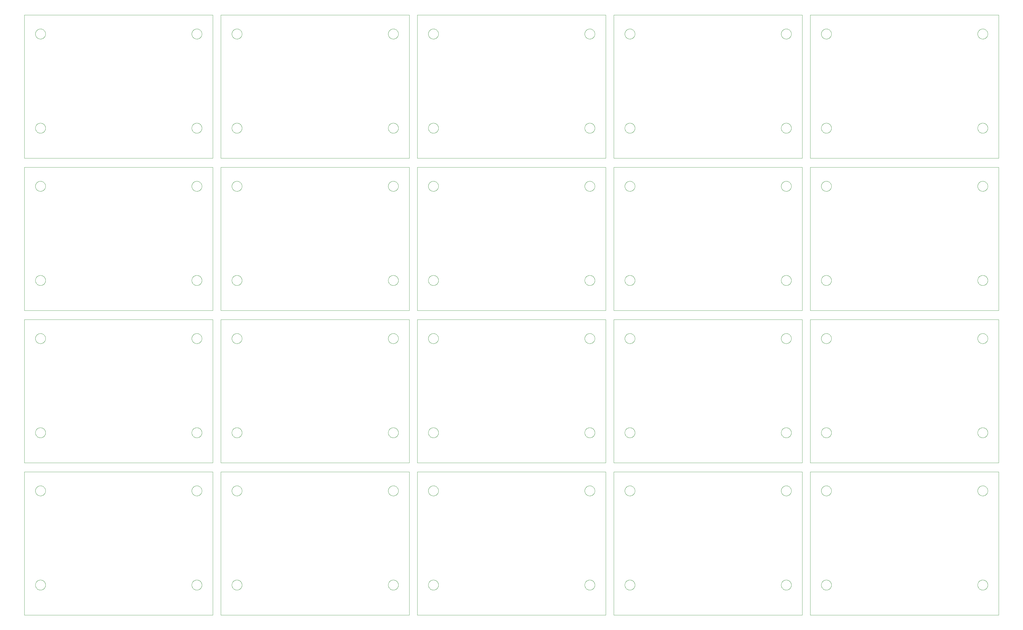
<source format=gbr>
G75*
%MOIN*%
%OFA0B0*%
%FSLAX25Y25*%
%IPPOS*%
%LPD*%
%AMOC8*
5,1,8,0,0,1.08239X$1,22.5*
%
%ADD10C,0.00000*%
D10*
X0001000Y0001000D02*
X0001000Y0179701D01*
X0235921Y0179701D01*
X0235921Y0001000D01*
X0001000Y0001000D01*
X0014701Y0038500D02*
X0014703Y0038658D01*
X0014709Y0038816D01*
X0014719Y0038974D01*
X0014733Y0039132D01*
X0014751Y0039289D01*
X0014772Y0039446D01*
X0014798Y0039602D01*
X0014828Y0039758D01*
X0014861Y0039913D01*
X0014899Y0040066D01*
X0014940Y0040219D01*
X0014985Y0040371D01*
X0015034Y0040522D01*
X0015087Y0040671D01*
X0015143Y0040819D01*
X0015203Y0040965D01*
X0015267Y0041110D01*
X0015335Y0041253D01*
X0015406Y0041395D01*
X0015480Y0041535D01*
X0015558Y0041672D01*
X0015640Y0041808D01*
X0015724Y0041942D01*
X0015813Y0042073D01*
X0015904Y0042202D01*
X0015999Y0042329D01*
X0016096Y0042454D01*
X0016197Y0042576D01*
X0016301Y0042695D01*
X0016408Y0042812D01*
X0016518Y0042926D01*
X0016631Y0043037D01*
X0016746Y0043146D01*
X0016864Y0043251D01*
X0016985Y0043353D01*
X0017108Y0043453D01*
X0017234Y0043549D01*
X0017362Y0043642D01*
X0017492Y0043732D01*
X0017625Y0043818D01*
X0017760Y0043902D01*
X0017896Y0043981D01*
X0018035Y0044058D01*
X0018176Y0044130D01*
X0018318Y0044200D01*
X0018462Y0044265D01*
X0018608Y0044327D01*
X0018755Y0044385D01*
X0018904Y0044440D01*
X0019054Y0044491D01*
X0019205Y0044538D01*
X0019357Y0044581D01*
X0019510Y0044620D01*
X0019665Y0044656D01*
X0019820Y0044687D01*
X0019976Y0044715D01*
X0020132Y0044739D01*
X0020289Y0044759D01*
X0020447Y0044775D01*
X0020604Y0044787D01*
X0020763Y0044795D01*
X0020921Y0044799D01*
X0021079Y0044799D01*
X0021237Y0044795D01*
X0021396Y0044787D01*
X0021553Y0044775D01*
X0021711Y0044759D01*
X0021868Y0044739D01*
X0022024Y0044715D01*
X0022180Y0044687D01*
X0022335Y0044656D01*
X0022490Y0044620D01*
X0022643Y0044581D01*
X0022795Y0044538D01*
X0022946Y0044491D01*
X0023096Y0044440D01*
X0023245Y0044385D01*
X0023392Y0044327D01*
X0023538Y0044265D01*
X0023682Y0044200D01*
X0023824Y0044130D01*
X0023965Y0044058D01*
X0024104Y0043981D01*
X0024240Y0043902D01*
X0024375Y0043818D01*
X0024508Y0043732D01*
X0024638Y0043642D01*
X0024766Y0043549D01*
X0024892Y0043453D01*
X0025015Y0043353D01*
X0025136Y0043251D01*
X0025254Y0043146D01*
X0025369Y0043037D01*
X0025482Y0042926D01*
X0025592Y0042812D01*
X0025699Y0042695D01*
X0025803Y0042576D01*
X0025904Y0042454D01*
X0026001Y0042329D01*
X0026096Y0042202D01*
X0026187Y0042073D01*
X0026276Y0041942D01*
X0026360Y0041808D01*
X0026442Y0041672D01*
X0026520Y0041535D01*
X0026594Y0041395D01*
X0026665Y0041253D01*
X0026733Y0041110D01*
X0026797Y0040965D01*
X0026857Y0040819D01*
X0026913Y0040671D01*
X0026966Y0040522D01*
X0027015Y0040371D01*
X0027060Y0040219D01*
X0027101Y0040066D01*
X0027139Y0039913D01*
X0027172Y0039758D01*
X0027202Y0039602D01*
X0027228Y0039446D01*
X0027249Y0039289D01*
X0027267Y0039132D01*
X0027281Y0038974D01*
X0027291Y0038816D01*
X0027297Y0038658D01*
X0027299Y0038500D01*
X0027297Y0038342D01*
X0027291Y0038184D01*
X0027281Y0038026D01*
X0027267Y0037868D01*
X0027249Y0037711D01*
X0027228Y0037554D01*
X0027202Y0037398D01*
X0027172Y0037242D01*
X0027139Y0037087D01*
X0027101Y0036934D01*
X0027060Y0036781D01*
X0027015Y0036629D01*
X0026966Y0036478D01*
X0026913Y0036329D01*
X0026857Y0036181D01*
X0026797Y0036035D01*
X0026733Y0035890D01*
X0026665Y0035747D01*
X0026594Y0035605D01*
X0026520Y0035465D01*
X0026442Y0035328D01*
X0026360Y0035192D01*
X0026276Y0035058D01*
X0026187Y0034927D01*
X0026096Y0034798D01*
X0026001Y0034671D01*
X0025904Y0034546D01*
X0025803Y0034424D01*
X0025699Y0034305D01*
X0025592Y0034188D01*
X0025482Y0034074D01*
X0025369Y0033963D01*
X0025254Y0033854D01*
X0025136Y0033749D01*
X0025015Y0033647D01*
X0024892Y0033547D01*
X0024766Y0033451D01*
X0024638Y0033358D01*
X0024508Y0033268D01*
X0024375Y0033182D01*
X0024240Y0033098D01*
X0024104Y0033019D01*
X0023965Y0032942D01*
X0023824Y0032870D01*
X0023682Y0032800D01*
X0023538Y0032735D01*
X0023392Y0032673D01*
X0023245Y0032615D01*
X0023096Y0032560D01*
X0022946Y0032509D01*
X0022795Y0032462D01*
X0022643Y0032419D01*
X0022490Y0032380D01*
X0022335Y0032344D01*
X0022180Y0032313D01*
X0022024Y0032285D01*
X0021868Y0032261D01*
X0021711Y0032241D01*
X0021553Y0032225D01*
X0021396Y0032213D01*
X0021237Y0032205D01*
X0021079Y0032201D01*
X0020921Y0032201D01*
X0020763Y0032205D01*
X0020604Y0032213D01*
X0020447Y0032225D01*
X0020289Y0032241D01*
X0020132Y0032261D01*
X0019976Y0032285D01*
X0019820Y0032313D01*
X0019665Y0032344D01*
X0019510Y0032380D01*
X0019357Y0032419D01*
X0019205Y0032462D01*
X0019054Y0032509D01*
X0018904Y0032560D01*
X0018755Y0032615D01*
X0018608Y0032673D01*
X0018462Y0032735D01*
X0018318Y0032800D01*
X0018176Y0032870D01*
X0018035Y0032942D01*
X0017896Y0033019D01*
X0017760Y0033098D01*
X0017625Y0033182D01*
X0017492Y0033268D01*
X0017362Y0033358D01*
X0017234Y0033451D01*
X0017108Y0033547D01*
X0016985Y0033647D01*
X0016864Y0033749D01*
X0016746Y0033854D01*
X0016631Y0033963D01*
X0016518Y0034074D01*
X0016408Y0034188D01*
X0016301Y0034305D01*
X0016197Y0034424D01*
X0016096Y0034546D01*
X0015999Y0034671D01*
X0015904Y0034798D01*
X0015813Y0034927D01*
X0015724Y0035058D01*
X0015640Y0035192D01*
X0015558Y0035328D01*
X0015480Y0035465D01*
X0015406Y0035605D01*
X0015335Y0035747D01*
X0015267Y0035890D01*
X0015203Y0036035D01*
X0015143Y0036181D01*
X0015087Y0036329D01*
X0015034Y0036478D01*
X0014985Y0036629D01*
X0014940Y0036781D01*
X0014899Y0036934D01*
X0014861Y0037087D01*
X0014828Y0037242D01*
X0014798Y0037398D01*
X0014772Y0037554D01*
X0014751Y0037711D01*
X0014733Y0037868D01*
X0014719Y0038026D01*
X0014709Y0038184D01*
X0014703Y0038342D01*
X0014701Y0038500D01*
X0014701Y0156000D02*
X0014703Y0156158D01*
X0014709Y0156316D01*
X0014719Y0156474D01*
X0014733Y0156632D01*
X0014751Y0156789D01*
X0014772Y0156946D01*
X0014798Y0157102D01*
X0014828Y0157258D01*
X0014861Y0157413D01*
X0014899Y0157566D01*
X0014940Y0157719D01*
X0014985Y0157871D01*
X0015034Y0158022D01*
X0015087Y0158171D01*
X0015143Y0158319D01*
X0015203Y0158465D01*
X0015267Y0158610D01*
X0015335Y0158753D01*
X0015406Y0158895D01*
X0015480Y0159035D01*
X0015558Y0159172D01*
X0015640Y0159308D01*
X0015724Y0159442D01*
X0015813Y0159573D01*
X0015904Y0159702D01*
X0015999Y0159829D01*
X0016096Y0159954D01*
X0016197Y0160076D01*
X0016301Y0160195D01*
X0016408Y0160312D01*
X0016518Y0160426D01*
X0016631Y0160537D01*
X0016746Y0160646D01*
X0016864Y0160751D01*
X0016985Y0160853D01*
X0017108Y0160953D01*
X0017234Y0161049D01*
X0017362Y0161142D01*
X0017492Y0161232D01*
X0017625Y0161318D01*
X0017760Y0161402D01*
X0017896Y0161481D01*
X0018035Y0161558D01*
X0018176Y0161630D01*
X0018318Y0161700D01*
X0018462Y0161765D01*
X0018608Y0161827D01*
X0018755Y0161885D01*
X0018904Y0161940D01*
X0019054Y0161991D01*
X0019205Y0162038D01*
X0019357Y0162081D01*
X0019510Y0162120D01*
X0019665Y0162156D01*
X0019820Y0162187D01*
X0019976Y0162215D01*
X0020132Y0162239D01*
X0020289Y0162259D01*
X0020447Y0162275D01*
X0020604Y0162287D01*
X0020763Y0162295D01*
X0020921Y0162299D01*
X0021079Y0162299D01*
X0021237Y0162295D01*
X0021396Y0162287D01*
X0021553Y0162275D01*
X0021711Y0162259D01*
X0021868Y0162239D01*
X0022024Y0162215D01*
X0022180Y0162187D01*
X0022335Y0162156D01*
X0022490Y0162120D01*
X0022643Y0162081D01*
X0022795Y0162038D01*
X0022946Y0161991D01*
X0023096Y0161940D01*
X0023245Y0161885D01*
X0023392Y0161827D01*
X0023538Y0161765D01*
X0023682Y0161700D01*
X0023824Y0161630D01*
X0023965Y0161558D01*
X0024104Y0161481D01*
X0024240Y0161402D01*
X0024375Y0161318D01*
X0024508Y0161232D01*
X0024638Y0161142D01*
X0024766Y0161049D01*
X0024892Y0160953D01*
X0025015Y0160853D01*
X0025136Y0160751D01*
X0025254Y0160646D01*
X0025369Y0160537D01*
X0025482Y0160426D01*
X0025592Y0160312D01*
X0025699Y0160195D01*
X0025803Y0160076D01*
X0025904Y0159954D01*
X0026001Y0159829D01*
X0026096Y0159702D01*
X0026187Y0159573D01*
X0026276Y0159442D01*
X0026360Y0159308D01*
X0026442Y0159172D01*
X0026520Y0159035D01*
X0026594Y0158895D01*
X0026665Y0158753D01*
X0026733Y0158610D01*
X0026797Y0158465D01*
X0026857Y0158319D01*
X0026913Y0158171D01*
X0026966Y0158022D01*
X0027015Y0157871D01*
X0027060Y0157719D01*
X0027101Y0157566D01*
X0027139Y0157413D01*
X0027172Y0157258D01*
X0027202Y0157102D01*
X0027228Y0156946D01*
X0027249Y0156789D01*
X0027267Y0156632D01*
X0027281Y0156474D01*
X0027291Y0156316D01*
X0027297Y0156158D01*
X0027299Y0156000D01*
X0027297Y0155842D01*
X0027291Y0155684D01*
X0027281Y0155526D01*
X0027267Y0155368D01*
X0027249Y0155211D01*
X0027228Y0155054D01*
X0027202Y0154898D01*
X0027172Y0154742D01*
X0027139Y0154587D01*
X0027101Y0154434D01*
X0027060Y0154281D01*
X0027015Y0154129D01*
X0026966Y0153978D01*
X0026913Y0153829D01*
X0026857Y0153681D01*
X0026797Y0153535D01*
X0026733Y0153390D01*
X0026665Y0153247D01*
X0026594Y0153105D01*
X0026520Y0152965D01*
X0026442Y0152828D01*
X0026360Y0152692D01*
X0026276Y0152558D01*
X0026187Y0152427D01*
X0026096Y0152298D01*
X0026001Y0152171D01*
X0025904Y0152046D01*
X0025803Y0151924D01*
X0025699Y0151805D01*
X0025592Y0151688D01*
X0025482Y0151574D01*
X0025369Y0151463D01*
X0025254Y0151354D01*
X0025136Y0151249D01*
X0025015Y0151147D01*
X0024892Y0151047D01*
X0024766Y0150951D01*
X0024638Y0150858D01*
X0024508Y0150768D01*
X0024375Y0150682D01*
X0024240Y0150598D01*
X0024104Y0150519D01*
X0023965Y0150442D01*
X0023824Y0150370D01*
X0023682Y0150300D01*
X0023538Y0150235D01*
X0023392Y0150173D01*
X0023245Y0150115D01*
X0023096Y0150060D01*
X0022946Y0150009D01*
X0022795Y0149962D01*
X0022643Y0149919D01*
X0022490Y0149880D01*
X0022335Y0149844D01*
X0022180Y0149813D01*
X0022024Y0149785D01*
X0021868Y0149761D01*
X0021711Y0149741D01*
X0021553Y0149725D01*
X0021396Y0149713D01*
X0021237Y0149705D01*
X0021079Y0149701D01*
X0020921Y0149701D01*
X0020763Y0149705D01*
X0020604Y0149713D01*
X0020447Y0149725D01*
X0020289Y0149741D01*
X0020132Y0149761D01*
X0019976Y0149785D01*
X0019820Y0149813D01*
X0019665Y0149844D01*
X0019510Y0149880D01*
X0019357Y0149919D01*
X0019205Y0149962D01*
X0019054Y0150009D01*
X0018904Y0150060D01*
X0018755Y0150115D01*
X0018608Y0150173D01*
X0018462Y0150235D01*
X0018318Y0150300D01*
X0018176Y0150370D01*
X0018035Y0150442D01*
X0017896Y0150519D01*
X0017760Y0150598D01*
X0017625Y0150682D01*
X0017492Y0150768D01*
X0017362Y0150858D01*
X0017234Y0150951D01*
X0017108Y0151047D01*
X0016985Y0151147D01*
X0016864Y0151249D01*
X0016746Y0151354D01*
X0016631Y0151463D01*
X0016518Y0151574D01*
X0016408Y0151688D01*
X0016301Y0151805D01*
X0016197Y0151924D01*
X0016096Y0152046D01*
X0015999Y0152171D01*
X0015904Y0152298D01*
X0015813Y0152427D01*
X0015724Y0152558D01*
X0015640Y0152692D01*
X0015558Y0152828D01*
X0015480Y0152965D01*
X0015406Y0153105D01*
X0015335Y0153247D01*
X0015267Y0153390D01*
X0015203Y0153535D01*
X0015143Y0153681D01*
X0015087Y0153829D01*
X0015034Y0153978D01*
X0014985Y0154129D01*
X0014940Y0154281D01*
X0014899Y0154434D01*
X0014861Y0154587D01*
X0014828Y0154742D01*
X0014798Y0154898D01*
X0014772Y0155054D01*
X0014751Y0155211D01*
X0014733Y0155368D01*
X0014719Y0155526D01*
X0014709Y0155684D01*
X0014703Y0155842D01*
X0014701Y0156000D01*
X0001000Y0191000D02*
X0001000Y0369701D01*
X0235921Y0369701D01*
X0235921Y0191000D01*
X0001000Y0191000D01*
X0014701Y0228500D02*
X0014703Y0228658D01*
X0014709Y0228816D01*
X0014719Y0228974D01*
X0014733Y0229132D01*
X0014751Y0229289D01*
X0014772Y0229446D01*
X0014798Y0229602D01*
X0014828Y0229758D01*
X0014861Y0229913D01*
X0014899Y0230066D01*
X0014940Y0230219D01*
X0014985Y0230371D01*
X0015034Y0230522D01*
X0015087Y0230671D01*
X0015143Y0230819D01*
X0015203Y0230965D01*
X0015267Y0231110D01*
X0015335Y0231253D01*
X0015406Y0231395D01*
X0015480Y0231535D01*
X0015558Y0231672D01*
X0015640Y0231808D01*
X0015724Y0231942D01*
X0015813Y0232073D01*
X0015904Y0232202D01*
X0015999Y0232329D01*
X0016096Y0232454D01*
X0016197Y0232576D01*
X0016301Y0232695D01*
X0016408Y0232812D01*
X0016518Y0232926D01*
X0016631Y0233037D01*
X0016746Y0233146D01*
X0016864Y0233251D01*
X0016985Y0233353D01*
X0017108Y0233453D01*
X0017234Y0233549D01*
X0017362Y0233642D01*
X0017492Y0233732D01*
X0017625Y0233818D01*
X0017760Y0233902D01*
X0017896Y0233981D01*
X0018035Y0234058D01*
X0018176Y0234130D01*
X0018318Y0234200D01*
X0018462Y0234265D01*
X0018608Y0234327D01*
X0018755Y0234385D01*
X0018904Y0234440D01*
X0019054Y0234491D01*
X0019205Y0234538D01*
X0019357Y0234581D01*
X0019510Y0234620D01*
X0019665Y0234656D01*
X0019820Y0234687D01*
X0019976Y0234715D01*
X0020132Y0234739D01*
X0020289Y0234759D01*
X0020447Y0234775D01*
X0020604Y0234787D01*
X0020763Y0234795D01*
X0020921Y0234799D01*
X0021079Y0234799D01*
X0021237Y0234795D01*
X0021396Y0234787D01*
X0021553Y0234775D01*
X0021711Y0234759D01*
X0021868Y0234739D01*
X0022024Y0234715D01*
X0022180Y0234687D01*
X0022335Y0234656D01*
X0022490Y0234620D01*
X0022643Y0234581D01*
X0022795Y0234538D01*
X0022946Y0234491D01*
X0023096Y0234440D01*
X0023245Y0234385D01*
X0023392Y0234327D01*
X0023538Y0234265D01*
X0023682Y0234200D01*
X0023824Y0234130D01*
X0023965Y0234058D01*
X0024104Y0233981D01*
X0024240Y0233902D01*
X0024375Y0233818D01*
X0024508Y0233732D01*
X0024638Y0233642D01*
X0024766Y0233549D01*
X0024892Y0233453D01*
X0025015Y0233353D01*
X0025136Y0233251D01*
X0025254Y0233146D01*
X0025369Y0233037D01*
X0025482Y0232926D01*
X0025592Y0232812D01*
X0025699Y0232695D01*
X0025803Y0232576D01*
X0025904Y0232454D01*
X0026001Y0232329D01*
X0026096Y0232202D01*
X0026187Y0232073D01*
X0026276Y0231942D01*
X0026360Y0231808D01*
X0026442Y0231672D01*
X0026520Y0231535D01*
X0026594Y0231395D01*
X0026665Y0231253D01*
X0026733Y0231110D01*
X0026797Y0230965D01*
X0026857Y0230819D01*
X0026913Y0230671D01*
X0026966Y0230522D01*
X0027015Y0230371D01*
X0027060Y0230219D01*
X0027101Y0230066D01*
X0027139Y0229913D01*
X0027172Y0229758D01*
X0027202Y0229602D01*
X0027228Y0229446D01*
X0027249Y0229289D01*
X0027267Y0229132D01*
X0027281Y0228974D01*
X0027291Y0228816D01*
X0027297Y0228658D01*
X0027299Y0228500D01*
X0027297Y0228342D01*
X0027291Y0228184D01*
X0027281Y0228026D01*
X0027267Y0227868D01*
X0027249Y0227711D01*
X0027228Y0227554D01*
X0027202Y0227398D01*
X0027172Y0227242D01*
X0027139Y0227087D01*
X0027101Y0226934D01*
X0027060Y0226781D01*
X0027015Y0226629D01*
X0026966Y0226478D01*
X0026913Y0226329D01*
X0026857Y0226181D01*
X0026797Y0226035D01*
X0026733Y0225890D01*
X0026665Y0225747D01*
X0026594Y0225605D01*
X0026520Y0225465D01*
X0026442Y0225328D01*
X0026360Y0225192D01*
X0026276Y0225058D01*
X0026187Y0224927D01*
X0026096Y0224798D01*
X0026001Y0224671D01*
X0025904Y0224546D01*
X0025803Y0224424D01*
X0025699Y0224305D01*
X0025592Y0224188D01*
X0025482Y0224074D01*
X0025369Y0223963D01*
X0025254Y0223854D01*
X0025136Y0223749D01*
X0025015Y0223647D01*
X0024892Y0223547D01*
X0024766Y0223451D01*
X0024638Y0223358D01*
X0024508Y0223268D01*
X0024375Y0223182D01*
X0024240Y0223098D01*
X0024104Y0223019D01*
X0023965Y0222942D01*
X0023824Y0222870D01*
X0023682Y0222800D01*
X0023538Y0222735D01*
X0023392Y0222673D01*
X0023245Y0222615D01*
X0023096Y0222560D01*
X0022946Y0222509D01*
X0022795Y0222462D01*
X0022643Y0222419D01*
X0022490Y0222380D01*
X0022335Y0222344D01*
X0022180Y0222313D01*
X0022024Y0222285D01*
X0021868Y0222261D01*
X0021711Y0222241D01*
X0021553Y0222225D01*
X0021396Y0222213D01*
X0021237Y0222205D01*
X0021079Y0222201D01*
X0020921Y0222201D01*
X0020763Y0222205D01*
X0020604Y0222213D01*
X0020447Y0222225D01*
X0020289Y0222241D01*
X0020132Y0222261D01*
X0019976Y0222285D01*
X0019820Y0222313D01*
X0019665Y0222344D01*
X0019510Y0222380D01*
X0019357Y0222419D01*
X0019205Y0222462D01*
X0019054Y0222509D01*
X0018904Y0222560D01*
X0018755Y0222615D01*
X0018608Y0222673D01*
X0018462Y0222735D01*
X0018318Y0222800D01*
X0018176Y0222870D01*
X0018035Y0222942D01*
X0017896Y0223019D01*
X0017760Y0223098D01*
X0017625Y0223182D01*
X0017492Y0223268D01*
X0017362Y0223358D01*
X0017234Y0223451D01*
X0017108Y0223547D01*
X0016985Y0223647D01*
X0016864Y0223749D01*
X0016746Y0223854D01*
X0016631Y0223963D01*
X0016518Y0224074D01*
X0016408Y0224188D01*
X0016301Y0224305D01*
X0016197Y0224424D01*
X0016096Y0224546D01*
X0015999Y0224671D01*
X0015904Y0224798D01*
X0015813Y0224927D01*
X0015724Y0225058D01*
X0015640Y0225192D01*
X0015558Y0225328D01*
X0015480Y0225465D01*
X0015406Y0225605D01*
X0015335Y0225747D01*
X0015267Y0225890D01*
X0015203Y0226035D01*
X0015143Y0226181D01*
X0015087Y0226329D01*
X0015034Y0226478D01*
X0014985Y0226629D01*
X0014940Y0226781D01*
X0014899Y0226934D01*
X0014861Y0227087D01*
X0014828Y0227242D01*
X0014798Y0227398D01*
X0014772Y0227554D01*
X0014751Y0227711D01*
X0014733Y0227868D01*
X0014719Y0228026D01*
X0014709Y0228184D01*
X0014703Y0228342D01*
X0014701Y0228500D01*
X0014701Y0346000D02*
X0014703Y0346158D01*
X0014709Y0346316D01*
X0014719Y0346474D01*
X0014733Y0346632D01*
X0014751Y0346789D01*
X0014772Y0346946D01*
X0014798Y0347102D01*
X0014828Y0347258D01*
X0014861Y0347413D01*
X0014899Y0347566D01*
X0014940Y0347719D01*
X0014985Y0347871D01*
X0015034Y0348022D01*
X0015087Y0348171D01*
X0015143Y0348319D01*
X0015203Y0348465D01*
X0015267Y0348610D01*
X0015335Y0348753D01*
X0015406Y0348895D01*
X0015480Y0349035D01*
X0015558Y0349172D01*
X0015640Y0349308D01*
X0015724Y0349442D01*
X0015813Y0349573D01*
X0015904Y0349702D01*
X0015999Y0349829D01*
X0016096Y0349954D01*
X0016197Y0350076D01*
X0016301Y0350195D01*
X0016408Y0350312D01*
X0016518Y0350426D01*
X0016631Y0350537D01*
X0016746Y0350646D01*
X0016864Y0350751D01*
X0016985Y0350853D01*
X0017108Y0350953D01*
X0017234Y0351049D01*
X0017362Y0351142D01*
X0017492Y0351232D01*
X0017625Y0351318D01*
X0017760Y0351402D01*
X0017896Y0351481D01*
X0018035Y0351558D01*
X0018176Y0351630D01*
X0018318Y0351700D01*
X0018462Y0351765D01*
X0018608Y0351827D01*
X0018755Y0351885D01*
X0018904Y0351940D01*
X0019054Y0351991D01*
X0019205Y0352038D01*
X0019357Y0352081D01*
X0019510Y0352120D01*
X0019665Y0352156D01*
X0019820Y0352187D01*
X0019976Y0352215D01*
X0020132Y0352239D01*
X0020289Y0352259D01*
X0020447Y0352275D01*
X0020604Y0352287D01*
X0020763Y0352295D01*
X0020921Y0352299D01*
X0021079Y0352299D01*
X0021237Y0352295D01*
X0021396Y0352287D01*
X0021553Y0352275D01*
X0021711Y0352259D01*
X0021868Y0352239D01*
X0022024Y0352215D01*
X0022180Y0352187D01*
X0022335Y0352156D01*
X0022490Y0352120D01*
X0022643Y0352081D01*
X0022795Y0352038D01*
X0022946Y0351991D01*
X0023096Y0351940D01*
X0023245Y0351885D01*
X0023392Y0351827D01*
X0023538Y0351765D01*
X0023682Y0351700D01*
X0023824Y0351630D01*
X0023965Y0351558D01*
X0024104Y0351481D01*
X0024240Y0351402D01*
X0024375Y0351318D01*
X0024508Y0351232D01*
X0024638Y0351142D01*
X0024766Y0351049D01*
X0024892Y0350953D01*
X0025015Y0350853D01*
X0025136Y0350751D01*
X0025254Y0350646D01*
X0025369Y0350537D01*
X0025482Y0350426D01*
X0025592Y0350312D01*
X0025699Y0350195D01*
X0025803Y0350076D01*
X0025904Y0349954D01*
X0026001Y0349829D01*
X0026096Y0349702D01*
X0026187Y0349573D01*
X0026276Y0349442D01*
X0026360Y0349308D01*
X0026442Y0349172D01*
X0026520Y0349035D01*
X0026594Y0348895D01*
X0026665Y0348753D01*
X0026733Y0348610D01*
X0026797Y0348465D01*
X0026857Y0348319D01*
X0026913Y0348171D01*
X0026966Y0348022D01*
X0027015Y0347871D01*
X0027060Y0347719D01*
X0027101Y0347566D01*
X0027139Y0347413D01*
X0027172Y0347258D01*
X0027202Y0347102D01*
X0027228Y0346946D01*
X0027249Y0346789D01*
X0027267Y0346632D01*
X0027281Y0346474D01*
X0027291Y0346316D01*
X0027297Y0346158D01*
X0027299Y0346000D01*
X0027297Y0345842D01*
X0027291Y0345684D01*
X0027281Y0345526D01*
X0027267Y0345368D01*
X0027249Y0345211D01*
X0027228Y0345054D01*
X0027202Y0344898D01*
X0027172Y0344742D01*
X0027139Y0344587D01*
X0027101Y0344434D01*
X0027060Y0344281D01*
X0027015Y0344129D01*
X0026966Y0343978D01*
X0026913Y0343829D01*
X0026857Y0343681D01*
X0026797Y0343535D01*
X0026733Y0343390D01*
X0026665Y0343247D01*
X0026594Y0343105D01*
X0026520Y0342965D01*
X0026442Y0342828D01*
X0026360Y0342692D01*
X0026276Y0342558D01*
X0026187Y0342427D01*
X0026096Y0342298D01*
X0026001Y0342171D01*
X0025904Y0342046D01*
X0025803Y0341924D01*
X0025699Y0341805D01*
X0025592Y0341688D01*
X0025482Y0341574D01*
X0025369Y0341463D01*
X0025254Y0341354D01*
X0025136Y0341249D01*
X0025015Y0341147D01*
X0024892Y0341047D01*
X0024766Y0340951D01*
X0024638Y0340858D01*
X0024508Y0340768D01*
X0024375Y0340682D01*
X0024240Y0340598D01*
X0024104Y0340519D01*
X0023965Y0340442D01*
X0023824Y0340370D01*
X0023682Y0340300D01*
X0023538Y0340235D01*
X0023392Y0340173D01*
X0023245Y0340115D01*
X0023096Y0340060D01*
X0022946Y0340009D01*
X0022795Y0339962D01*
X0022643Y0339919D01*
X0022490Y0339880D01*
X0022335Y0339844D01*
X0022180Y0339813D01*
X0022024Y0339785D01*
X0021868Y0339761D01*
X0021711Y0339741D01*
X0021553Y0339725D01*
X0021396Y0339713D01*
X0021237Y0339705D01*
X0021079Y0339701D01*
X0020921Y0339701D01*
X0020763Y0339705D01*
X0020604Y0339713D01*
X0020447Y0339725D01*
X0020289Y0339741D01*
X0020132Y0339761D01*
X0019976Y0339785D01*
X0019820Y0339813D01*
X0019665Y0339844D01*
X0019510Y0339880D01*
X0019357Y0339919D01*
X0019205Y0339962D01*
X0019054Y0340009D01*
X0018904Y0340060D01*
X0018755Y0340115D01*
X0018608Y0340173D01*
X0018462Y0340235D01*
X0018318Y0340300D01*
X0018176Y0340370D01*
X0018035Y0340442D01*
X0017896Y0340519D01*
X0017760Y0340598D01*
X0017625Y0340682D01*
X0017492Y0340768D01*
X0017362Y0340858D01*
X0017234Y0340951D01*
X0017108Y0341047D01*
X0016985Y0341147D01*
X0016864Y0341249D01*
X0016746Y0341354D01*
X0016631Y0341463D01*
X0016518Y0341574D01*
X0016408Y0341688D01*
X0016301Y0341805D01*
X0016197Y0341924D01*
X0016096Y0342046D01*
X0015999Y0342171D01*
X0015904Y0342298D01*
X0015813Y0342427D01*
X0015724Y0342558D01*
X0015640Y0342692D01*
X0015558Y0342828D01*
X0015480Y0342965D01*
X0015406Y0343105D01*
X0015335Y0343247D01*
X0015267Y0343390D01*
X0015203Y0343535D01*
X0015143Y0343681D01*
X0015087Y0343829D01*
X0015034Y0343978D01*
X0014985Y0344129D01*
X0014940Y0344281D01*
X0014899Y0344434D01*
X0014861Y0344587D01*
X0014828Y0344742D01*
X0014798Y0344898D01*
X0014772Y0345054D01*
X0014751Y0345211D01*
X0014733Y0345368D01*
X0014719Y0345526D01*
X0014709Y0345684D01*
X0014703Y0345842D01*
X0014701Y0346000D01*
X0001000Y0381000D02*
X0001000Y0559701D01*
X0235921Y0559701D01*
X0235921Y0381000D01*
X0001000Y0381000D01*
X0014701Y0418500D02*
X0014703Y0418658D01*
X0014709Y0418816D01*
X0014719Y0418974D01*
X0014733Y0419132D01*
X0014751Y0419289D01*
X0014772Y0419446D01*
X0014798Y0419602D01*
X0014828Y0419758D01*
X0014861Y0419913D01*
X0014899Y0420066D01*
X0014940Y0420219D01*
X0014985Y0420371D01*
X0015034Y0420522D01*
X0015087Y0420671D01*
X0015143Y0420819D01*
X0015203Y0420965D01*
X0015267Y0421110D01*
X0015335Y0421253D01*
X0015406Y0421395D01*
X0015480Y0421535D01*
X0015558Y0421672D01*
X0015640Y0421808D01*
X0015724Y0421942D01*
X0015813Y0422073D01*
X0015904Y0422202D01*
X0015999Y0422329D01*
X0016096Y0422454D01*
X0016197Y0422576D01*
X0016301Y0422695D01*
X0016408Y0422812D01*
X0016518Y0422926D01*
X0016631Y0423037D01*
X0016746Y0423146D01*
X0016864Y0423251D01*
X0016985Y0423353D01*
X0017108Y0423453D01*
X0017234Y0423549D01*
X0017362Y0423642D01*
X0017492Y0423732D01*
X0017625Y0423818D01*
X0017760Y0423902D01*
X0017896Y0423981D01*
X0018035Y0424058D01*
X0018176Y0424130D01*
X0018318Y0424200D01*
X0018462Y0424265D01*
X0018608Y0424327D01*
X0018755Y0424385D01*
X0018904Y0424440D01*
X0019054Y0424491D01*
X0019205Y0424538D01*
X0019357Y0424581D01*
X0019510Y0424620D01*
X0019665Y0424656D01*
X0019820Y0424687D01*
X0019976Y0424715D01*
X0020132Y0424739D01*
X0020289Y0424759D01*
X0020447Y0424775D01*
X0020604Y0424787D01*
X0020763Y0424795D01*
X0020921Y0424799D01*
X0021079Y0424799D01*
X0021237Y0424795D01*
X0021396Y0424787D01*
X0021553Y0424775D01*
X0021711Y0424759D01*
X0021868Y0424739D01*
X0022024Y0424715D01*
X0022180Y0424687D01*
X0022335Y0424656D01*
X0022490Y0424620D01*
X0022643Y0424581D01*
X0022795Y0424538D01*
X0022946Y0424491D01*
X0023096Y0424440D01*
X0023245Y0424385D01*
X0023392Y0424327D01*
X0023538Y0424265D01*
X0023682Y0424200D01*
X0023824Y0424130D01*
X0023965Y0424058D01*
X0024104Y0423981D01*
X0024240Y0423902D01*
X0024375Y0423818D01*
X0024508Y0423732D01*
X0024638Y0423642D01*
X0024766Y0423549D01*
X0024892Y0423453D01*
X0025015Y0423353D01*
X0025136Y0423251D01*
X0025254Y0423146D01*
X0025369Y0423037D01*
X0025482Y0422926D01*
X0025592Y0422812D01*
X0025699Y0422695D01*
X0025803Y0422576D01*
X0025904Y0422454D01*
X0026001Y0422329D01*
X0026096Y0422202D01*
X0026187Y0422073D01*
X0026276Y0421942D01*
X0026360Y0421808D01*
X0026442Y0421672D01*
X0026520Y0421535D01*
X0026594Y0421395D01*
X0026665Y0421253D01*
X0026733Y0421110D01*
X0026797Y0420965D01*
X0026857Y0420819D01*
X0026913Y0420671D01*
X0026966Y0420522D01*
X0027015Y0420371D01*
X0027060Y0420219D01*
X0027101Y0420066D01*
X0027139Y0419913D01*
X0027172Y0419758D01*
X0027202Y0419602D01*
X0027228Y0419446D01*
X0027249Y0419289D01*
X0027267Y0419132D01*
X0027281Y0418974D01*
X0027291Y0418816D01*
X0027297Y0418658D01*
X0027299Y0418500D01*
X0027297Y0418342D01*
X0027291Y0418184D01*
X0027281Y0418026D01*
X0027267Y0417868D01*
X0027249Y0417711D01*
X0027228Y0417554D01*
X0027202Y0417398D01*
X0027172Y0417242D01*
X0027139Y0417087D01*
X0027101Y0416934D01*
X0027060Y0416781D01*
X0027015Y0416629D01*
X0026966Y0416478D01*
X0026913Y0416329D01*
X0026857Y0416181D01*
X0026797Y0416035D01*
X0026733Y0415890D01*
X0026665Y0415747D01*
X0026594Y0415605D01*
X0026520Y0415465D01*
X0026442Y0415328D01*
X0026360Y0415192D01*
X0026276Y0415058D01*
X0026187Y0414927D01*
X0026096Y0414798D01*
X0026001Y0414671D01*
X0025904Y0414546D01*
X0025803Y0414424D01*
X0025699Y0414305D01*
X0025592Y0414188D01*
X0025482Y0414074D01*
X0025369Y0413963D01*
X0025254Y0413854D01*
X0025136Y0413749D01*
X0025015Y0413647D01*
X0024892Y0413547D01*
X0024766Y0413451D01*
X0024638Y0413358D01*
X0024508Y0413268D01*
X0024375Y0413182D01*
X0024240Y0413098D01*
X0024104Y0413019D01*
X0023965Y0412942D01*
X0023824Y0412870D01*
X0023682Y0412800D01*
X0023538Y0412735D01*
X0023392Y0412673D01*
X0023245Y0412615D01*
X0023096Y0412560D01*
X0022946Y0412509D01*
X0022795Y0412462D01*
X0022643Y0412419D01*
X0022490Y0412380D01*
X0022335Y0412344D01*
X0022180Y0412313D01*
X0022024Y0412285D01*
X0021868Y0412261D01*
X0021711Y0412241D01*
X0021553Y0412225D01*
X0021396Y0412213D01*
X0021237Y0412205D01*
X0021079Y0412201D01*
X0020921Y0412201D01*
X0020763Y0412205D01*
X0020604Y0412213D01*
X0020447Y0412225D01*
X0020289Y0412241D01*
X0020132Y0412261D01*
X0019976Y0412285D01*
X0019820Y0412313D01*
X0019665Y0412344D01*
X0019510Y0412380D01*
X0019357Y0412419D01*
X0019205Y0412462D01*
X0019054Y0412509D01*
X0018904Y0412560D01*
X0018755Y0412615D01*
X0018608Y0412673D01*
X0018462Y0412735D01*
X0018318Y0412800D01*
X0018176Y0412870D01*
X0018035Y0412942D01*
X0017896Y0413019D01*
X0017760Y0413098D01*
X0017625Y0413182D01*
X0017492Y0413268D01*
X0017362Y0413358D01*
X0017234Y0413451D01*
X0017108Y0413547D01*
X0016985Y0413647D01*
X0016864Y0413749D01*
X0016746Y0413854D01*
X0016631Y0413963D01*
X0016518Y0414074D01*
X0016408Y0414188D01*
X0016301Y0414305D01*
X0016197Y0414424D01*
X0016096Y0414546D01*
X0015999Y0414671D01*
X0015904Y0414798D01*
X0015813Y0414927D01*
X0015724Y0415058D01*
X0015640Y0415192D01*
X0015558Y0415328D01*
X0015480Y0415465D01*
X0015406Y0415605D01*
X0015335Y0415747D01*
X0015267Y0415890D01*
X0015203Y0416035D01*
X0015143Y0416181D01*
X0015087Y0416329D01*
X0015034Y0416478D01*
X0014985Y0416629D01*
X0014940Y0416781D01*
X0014899Y0416934D01*
X0014861Y0417087D01*
X0014828Y0417242D01*
X0014798Y0417398D01*
X0014772Y0417554D01*
X0014751Y0417711D01*
X0014733Y0417868D01*
X0014719Y0418026D01*
X0014709Y0418184D01*
X0014703Y0418342D01*
X0014701Y0418500D01*
X0014701Y0536000D02*
X0014703Y0536158D01*
X0014709Y0536316D01*
X0014719Y0536474D01*
X0014733Y0536632D01*
X0014751Y0536789D01*
X0014772Y0536946D01*
X0014798Y0537102D01*
X0014828Y0537258D01*
X0014861Y0537413D01*
X0014899Y0537566D01*
X0014940Y0537719D01*
X0014985Y0537871D01*
X0015034Y0538022D01*
X0015087Y0538171D01*
X0015143Y0538319D01*
X0015203Y0538465D01*
X0015267Y0538610D01*
X0015335Y0538753D01*
X0015406Y0538895D01*
X0015480Y0539035D01*
X0015558Y0539172D01*
X0015640Y0539308D01*
X0015724Y0539442D01*
X0015813Y0539573D01*
X0015904Y0539702D01*
X0015999Y0539829D01*
X0016096Y0539954D01*
X0016197Y0540076D01*
X0016301Y0540195D01*
X0016408Y0540312D01*
X0016518Y0540426D01*
X0016631Y0540537D01*
X0016746Y0540646D01*
X0016864Y0540751D01*
X0016985Y0540853D01*
X0017108Y0540953D01*
X0017234Y0541049D01*
X0017362Y0541142D01*
X0017492Y0541232D01*
X0017625Y0541318D01*
X0017760Y0541402D01*
X0017896Y0541481D01*
X0018035Y0541558D01*
X0018176Y0541630D01*
X0018318Y0541700D01*
X0018462Y0541765D01*
X0018608Y0541827D01*
X0018755Y0541885D01*
X0018904Y0541940D01*
X0019054Y0541991D01*
X0019205Y0542038D01*
X0019357Y0542081D01*
X0019510Y0542120D01*
X0019665Y0542156D01*
X0019820Y0542187D01*
X0019976Y0542215D01*
X0020132Y0542239D01*
X0020289Y0542259D01*
X0020447Y0542275D01*
X0020604Y0542287D01*
X0020763Y0542295D01*
X0020921Y0542299D01*
X0021079Y0542299D01*
X0021237Y0542295D01*
X0021396Y0542287D01*
X0021553Y0542275D01*
X0021711Y0542259D01*
X0021868Y0542239D01*
X0022024Y0542215D01*
X0022180Y0542187D01*
X0022335Y0542156D01*
X0022490Y0542120D01*
X0022643Y0542081D01*
X0022795Y0542038D01*
X0022946Y0541991D01*
X0023096Y0541940D01*
X0023245Y0541885D01*
X0023392Y0541827D01*
X0023538Y0541765D01*
X0023682Y0541700D01*
X0023824Y0541630D01*
X0023965Y0541558D01*
X0024104Y0541481D01*
X0024240Y0541402D01*
X0024375Y0541318D01*
X0024508Y0541232D01*
X0024638Y0541142D01*
X0024766Y0541049D01*
X0024892Y0540953D01*
X0025015Y0540853D01*
X0025136Y0540751D01*
X0025254Y0540646D01*
X0025369Y0540537D01*
X0025482Y0540426D01*
X0025592Y0540312D01*
X0025699Y0540195D01*
X0025803Y0540076D01*
X0025904Y0539954D01*
X0026001Y0539829D01*
X0026096Y0539702D01*
X0026187Y0539573D01*
X0026276Y0539442D01*
X0026360Y0539308D01*
X0026442Y0539172D01*
X0026520Y0539035D01*
X0026594Y0538895D01*
X0026665Y0538753D01*
X0026733Y0538610D01*
X0026797Y0538465D01*
X0026857Y0538319D01*
X0026913Y0538171D01*
X0026966Y0538022D01*
X0027015Y0537871D01*
X0027060Y0537719D01*
X0027101Y0537566D01*
X0027139Y0537413D01*
X0027172Y0537258D01*
X0027202Y0537102D01*
X0027228Y0536946D01*
X0027249Y0536789D01*
X0027267Y0536632D01*
X0027281Y0536474D01*
X0027291Y0536316D01*
X0027297Y0536158D01*
X0027299Y0536000D01*
X0027297Y0535842D01*
X0027291Y0535684D01*
X0027281Y0535526D01*
X0027267Y0535368D01*
X0027249Y0535211D01*
X0027228Y0535054D01*
X0027202Y0534898D01*
X0027172Y0534742D01*
X0027139Y0534587D01*
X0027101Y0534434D01*
X0027060Y0534281D01*
X0027015Y0534129D01*
X0026966Y0533978D01*
X0026913Y0533829D01*
X0026857Y0533681D01*
X0026797Y0533535D01*
X0026733Y0533390D01*
X0026665Y0533247D01*
X0026594Y0533105D01*
X0026520Y0532965D01*
X0026442Y0532828D01*
X0026360Y0532692D01*
X0026276Y0532558D01*
X0026187Y0532427D01*
X0026096Y0532298D01*
X0026001Y0532171D01*
X0025904Y0532046D01*
X0025803Y0531924D01*
X0025699Y0531805D01*
X0025592Y0531688D01*
X0025482Y0531574D01*
X0025369Y0531463D01*
X0025254Y0531354D01*
X0025136Y0531249D01*
X0025015Y0531147D01*
X0024892Y0531047D01*
X0024766Y0530951D01*
X0024638Y0530858D01*
X0024508Y0530768D01*
X0024375Y0530682D01*
X0024240Y0530598D01*
X0024104Y0530519D01*
X0023965Y0530442D01*
X0023824Y0530370D01*
X0023682Y0530300D01*
X0023538Y0530235D01*
X0023392Y0530173D01*
X0023245Y0530115D01*
X0023096Y0530060D01*
X0022946Y0530009D01*
X0022795Y0529962D01*
X0022643Y0529919D01*
X0022490Y0529880D01*
X0022335Y0529844D01*
X0022180Y0529813D01*
X0022024Y0529785D01*
X0021868Y0529761D01*
X0021711Y0529741D01*
X0021553Y0529725D01*
X0021396Y0529713D01*
X0021237Y0529705D01*
X0021079Y0529701D01*
X0020921Y0529701D01*
X0020763Y0529705D01*
X0020604Y0529713D01*
X0020447Y0529725D01*
X0020289Y0529741D01*
X0020132Y0529761D01*
X0019976Y0529785D01*
X0019820Y0529813D01*
X0019665Y0529844D01*
X0019510Y0529880D01*
X0019357Y0529919D01*
X0019205Y0529962D01*
X0019054Y0530009D01*
X0018904Y0530060D01*
X0018755Y0530115D01*
X0018608Y0530173D01*
X0018462Y0530235D01*
X0018318Y0530300D01*
X0018176Y0530370D01*
X0018035Y0530442D01*
X0017896Y0530519D01*
X0017760Y0530598D01*
X0017625Y0530682D01*
X0017492Y0530768D01*
X0017362Y0530858D01*
X0017234Y0530951D01*
X0017108Y0531047D01*
X0016985Y0531147D01*
X0016864Y0531249D01*
X0016746Y0531354D01*
X0016631Y0531463D01*
X0016518Y0531574D01*
X0016408Y0531688D01*
X0016301Y0531805D01*
X0016197Y0531924D01*
X0016096Y0532046D01*
X0015999Y0532171D01*
X0015904Y0532298D01*
X0015813Y0532427D01*
X0015724Y0532558D01*
X0015640Y0532692D01*
X0015558Y0532828D01*
X0015480Y0532965D01*
X0015406Y0533105D01*
X0015335Y0533247D01*
X0015267Y0533390D01*
X0015203Y0533535D01*
X0015143Y0533681D01*
X0015087Y0533829D01*
X0015034Y0533978D01*
X0014985Y0534129D01*
X0014940Y0534281D01*
X0014899Y0534434D01*
X0014861Y0534587D01*
X0014828Y0534742D01*
X0014798Y0534898D01*
X0014772Y0535054D01*
X0014751Y0535211D01*
X0014733Y0535368D01*
X0014719Y0535526D01*
X0014709Y0535684D01*
X0014703Y0535842D01*
X0014701Y0536000D01*
X0001000Y0571000D02*
X0001000Y0749701D01*
X0235921Y0749701D01*
X0235921Y0571000D01*
X0001000Y0571000D01*
X0014701Y0608500D02*
X0014703Y0608658D01*
X0014709Y0608816D01*
X0014719Y0608974D01*
X0014733Y0609132D01*
X0014751Y0609289D01*
X0014772Y0609446D01*
X0014798Y0609602D01*
X0014828Y0609758D01*
X0014861Y0609913D01*
X0014899Y0610066D01*
X0014940Y0610219D01*
X0014985Y0610371D01*
X0015034Y0610522D01*
X0015087Y0610671D01*
X0015143Y0610819D01*
X0015203Y0610965D01*
X0015267Y0611110D01*
X0015335Y0611253D01*
X0015406Y0611395D01*
X0015480Y0611535D01*
X0015558Y0611672D01*
X0015640Y0611808D01*
X0015724Y0611942D01*
X0015813Y0612073D01*
X0015904Y0612202D01*
X0015999Y0612329D01*
X0016096Y0612454D01*
X0016197Y0612576D01*
X0016301Y0612695D01*
X0016408Y0612812D01*
X0016518Y0612926D01*
X0016631Y0613037D01*
X0016746Y0613146D01*
X0016864Y0613251D01*
X0016985Y0613353D01*
X0017108Y0613453D01*
X0017234Y0613549D01*
X0017362Y0613642D01*
X0017492Y0613732D01*
X0017625Y0613818D01*
X0017760Y0613902D01*
X0017896Y0613981D01*
X0018035Y0614058D01*
X0018176Y0614130D01*
X0018318Y0614200D01*
X0018462Y0614265D01*
X0018608Y0614327D01*
X0018755Y0614385D01*
X0018904Y0614440D01*
X0019054Y0614491D01*
X0019205Y0614538D01*
X0019357Y0614581D01*
X0019510Y0614620D01*
X0019665Y0614656D01*
X0019820Y0614687D01*
X0019976Y0614715D01*
X0020132Y0614739D01*
X0020289Y0614759D01*
X0020447Y0614775D01*
X0020604Y0614787D01*
X0020763Y0614795D01*
X0020921Y0614799D01*
X0021079Y0614799D01*
X0021237Y0614795D01*
X0021396Y0614787D01*
X0021553Y0614775D01*
X0021711Y0614759D01*
X0021868Y0614739D01*
X0022024Y0614715D01*
X0022180Y0614687D01*
X0022335Y0614656D01*
X0022490Y0614620D01*
X0022643Y0614581D01*
X0022795Y0614538D01*
X0022946Y0614491D01*
X0023096Y0614440D01*
X0023245Y0614385D01*
X0023392Y0614327D01*
X0023538Y0614265D01*
X0023682Y0614200D01*
X0023824Y0614130D01*
X0023965Y0614058D01*
X0024104Y0613981D01*
X0024240Y0613902D01*
X0024375Y0613818D01*
X0024508Y0613732D01*
X0024638Y0613642D01*
X0024766Y0613549D01*
X0024892Y0613453D01*
X0025015Y0613353D01*
X0025136Y0613251D01*
X0025254Y0613146D01*
X0025369Y0613037D01*
X0025482Y0612926D01*
X0025592Y0612812D01*
X0025699Y0612695D01*
X0025803Y0612576D01*
X0025904Y0612454D01*
X0026001Y0612329D01*
X0026096Y0612202D01*
X0026187Y0612073D01*
X0026276Y0611942D01*
X0026360Y0611808D01*
X0026442Y0611672D01*
X0026520Y0611535D01*
X0026594Y0611395D01*
X0026665Y0611253D01*
X0026733Y0611110D01*
X0026797Y0610965D01*
X0026857Y0610819D01*
X0026913Y0610671D01*
X0026966Y0610522D01*
X0027015Y0610371D01*
X0027060Y0610219D01*
X0027101Y0610066D01*
X0027139Y0609913D01*
X0027172Y0609758D01*
X0027202Y0609602D01*
X0027228Y0609446D01*
X0027249Y0609289D01*
X0027267Y0609132D01*
X0027281Y0608974D01*
X0027291Y0608816D01*
X0027297Y0608658D01*
X0027299Y0608500D01*
X0027297Y0608342D01*
X0027291Y0608184D01*
X0027281Y0608026D01*
X0027267Y0607868D01*
X0027249Y0607711D01*
X0027228Y0607554D01*
X0027202Y0607398D01*
X0027172Y0607242D01*
X0027139Y0607087D01*
X0027101Y0606934D01*
X0027060Y0606781D01*
X0027015Y0606629D01*
X0026966Y0606478D01*
X0026913Y0606329D01*
X0026857Y0606181D01*
X0026797Y0606035D01*
X0026733Y0605890D01*
X0026665Y0605747D01*
X0026594Y0605605D01*
X0026520Y0605465D01*
X0026442Y0605328D01*
X0026360Y0605192D01*
X0026276Y0605058D01*
X0026187Y0604927D01*
X0026096Y0604798D01*
X0026001Y0604671D01*
X0025904Y0604546D01*
X0025803Y0604424D01*
X0025699Y0604305D01*
X0025592Y0604188D01*
X0025482Y0604074D01*
X0025369Y0603963D01*
X0025254Y0603854D01*
X0025136Y0603749D01*
X0025015Y0603647D01*
X0024892Y0603547D01*
X0024766Y0603451D01*
X0024638Y0603358D01*
X0024508Y0603268D01*
X0024375Y0603182D01*
X0024240Y0603098D01*
X0024104Y0603019D01*
X0023965Y0602942D01*
X0023824Y0602870D01*
X0023682Y0602800D01*
X0023538Y0602735D01*
X0023392Y0602673D01*
X0023245Y0602615D01*
X0023096Y0602560D01*
X0022946Y0602509D01*
X0022795Y0602462D01*
X0022643Y0602419D01*
X0022490Y0602380D01*
X0022335Y0602344D01*
X0022180Y0602313D01*
X0022024Y0602285D01*
X0021868Y0602261D01*
X0021711Y0602241D01*
X0021553Y0602225D01*
X0021396Y0602213D01*
X0021237Y0602205D01*
X0021079Y0602201D01*
X0020921Y0602201D01*
X0020763Y0602205D01*
X0020604Y0602213D01*
X0020447Y0602225D01*
X0020289Y0602241D01*
X0020132Y0602261D01*
X0019976Y0602285D01*
X0019820Y0602313D01*
X0019665Y0602344D01*
X0019510Y0602380D01*
X0019357Y0602419D01*
X0019205Y0602462D01*
X0019054Y0602509D01*
X0018904Y0602560D01*
X0018755Y0602615D01*
X0018608Y0602673D01*
X0018462Y0602735D01*
X0018318Y0602800D01*
X0018176Y0602870D01*
X0018035Y0602942D01*
X0017896Y0603019D01*
X0017760Y0603098D01*
X0017625Y0603182D01*
X0017492Y0603268D01*
X0017362Y0603358D01*
X0017234Y0603451D01*
X0017108Y0603547D01*
X0016985Y0603647D01*
X0016864Y0603749D01*
X0016746Y0603854D01*
X0016631Y0603963D01*
X0016518Y0604074D01*
X0016408Y0604188D01*
X0016301Y0604305D01*
X0016197Y0604424D01*
X0016096Y0604546D01*
X0015999Y0604671D01*
X0015904Y0604798D01*
X0015813Y0604927D01*
X0015724Y0605058D01*
X0015640Y0605192D01*
X0015558Y0605328D01*
X0015480Y0605465D01*
X0015406Y0605605D01*
X0015335Y0605747D01*
X0015267Y0605890D01*
X0015203Y0606035D01*
X0015143Y0606181D01*
X0015087Y0606329D01*
X0015034Y0606478D01*
X0014985Y0606629D01*
X0014940Y0606781D01*
X0014899Y0606934D01*
X0014861Y0607087D01*
X0014828Y0607242D01*
X0014798Y0607398D01*
X0014772Y0607554D01*
X0014751Y0607711D01*
X0014733Y0607868D01*
X0014719Y0608026D01*
X0014709Y0608184D01*
X0014703Y0608342D01*
X0014701Y0608500D01*
X0014701Y0726000D02*
X0014703Y0726158D01*
X0014709Y0726316D01*
X0014719Y0726474D01*
X0014733Y0726632D01*
X0014751Y0726789D01*
X0014772Y0726946D01*
X0014798Y0727102D01*
X0014828Y0727258D01*
X0014861Y0727413D01*
X0014899Y0727566D01*
X0014940Y0727719D01*
X0014985Y0727871D01*
X0015034Y0728022D01*
X0015087Y0728171D01*
X0015143Y0728319D01*
X0015203Y0728465D01*
X0015267Y0728610D01*
X0015335Y0728753D01*
X0015406Y0728895D01*
X0015480Y0729035D01*
X0015558Y0729172D01*
X0015640Y0729308D01*
X0015724Y0729442D01*
X0015813Y0729573D01*
X0015904Y0729702D01*
X0015999Y0729829D01*
X0016096Y0729954D01*
X0016197Y0730076D01*
X0016301Y0730195D01*
X0016408Y0730312D01*
X0016518Y0730426D01*
X0016631Y0730537D01*
X0016746Y0730646D01*
X0016864Y0730751D01*
X0016985Y0730853D01*
X0017108Y0730953D01*
X0017234Y0731049D01*
X0017362Y0731142D01*
X0017492Y0731232D01*
X0017625Y0731318D01*
X0017760Y0731402D01*
X0017896Y0731481D01*
X0018035Y0731558D01*
X0018176Y0731630D01*
X0018318Y0731700D01*
X0018462Y0731765D01*
X0018608Y0731827D01*
X0018755Y0731885D01*
X0018904Y0731940D01*
X0019054Y0731991D01*
X0019205Y0732038D01*
X0019357Y0732081D01*
X0019510Y0732120D01*
X0019665Y0732156D01*
X0019820Y0732187D01*
X0019976Y0732215D01*
X0020132Y0732239D01*
X0020289Y0732259D01*
X0020447Y0732275D01*
X0020604Y0732287D01*
X0020763Y0732295D01*
X0020921Y0732299D01*
X0021079Y0732299D01*
X0021237Y0732295D01*
X0021396Y0732287D01*
X0021553Y0732275D01*
X0021711Y0732259D01*
X0021868Y0732239D01*
X0022024Y0732215D01*
X0022180Y0732187D01*
X0022335Y0732156D01*
X0022490Y0732120D01*
X0022643Y0732081D01*
X0022795Y0732038D01*
X0022946Y0731991D01*
X0023096Y0731940D01*
X0023245Y0731885D01*
X0023392Y0731827D01*
X0023538Y0731765D01*
X0023682Y0731700D01*
X0023824Y0731630D01*
X0023965Y0731558D01*
X0024104Y0731481D01*
X0024240Y0731402D01*
X0024375Y0731318D01*
X0024508Y0731232D01*
X0024638Y0731142D01*
X0024766Y0731049D01*
X0024892Y0730953D01*
X0025015Y0730853D01*
X0025136Y0730751D01*
X0025254Y0730646D01*
X0025369Y0730537D01*
X0025482Y0730426D01*
X0025592Y0730312D01*
X0025699Y0730195D01*
X0025803Y0730076D01*
X0025904Y0729954D01*
X0026001Y0729829D01*
X0026096Y0729702D01*
X0026187Y0729573D01*
X0026276Y0729442D01*
X0026360Y0729308D01*
X0026442Y0729172D01*
X0026520Y0729035D01*
X0026594Y0728895D01*
X0026665Y0728753D01*
X0026733Y0728610D01*
X0026797Y0728465D01*
X0026857Y0728319D01*
X0026913Y0728171D01*
X0026966Y0728022D01*
X0027015Y0727871D01*
X0027060Y0727719D01*
X0027101Y0727566D01*
X0027139Y0727413D01*
X0027172Y0727258D01*
X0027202Y0727102D01*
X0027228Y0726946D01*
X0027249Y0726789D01*
X0027267Y0726632D01*
X0027281Y0726474D01*
X0027291Y0726316D01*
X0027297Y0726158D01*
X0027299Y0726000D01*
X0027297Y0725842D01*
X0027291Y0725684D01*
X0027281Y0725526D01*
X0027267Y0725368D01*
X0027249Y0725211D01*
X0027228Y0725054D01*
X0027202Y0724898D01*
X0027172Y0724742D01*
X0027139Y0724587D01*
X0027101Y0724434D01*
X0027060Y0724281D01*
X0027015Y0724129D01*
X0026966Y0723978D01*
X0026913Y0723829D01*
X0026857Y0723681D01*
X0026797Y0723535D01*
X0026733Y0723390D01*
X0026665Y0723247D01*
X0026594Y0723105D01*
X0026520Y0722965D01*
X0026442Y0722828D01*
X0026360Y0722692D01*
X0026276Y0722558D01*
X0026187Y0722427D01*
X0026096Y0722298D01*
X0026001Y0722171D01*
X0025904Y0722046D01*
X0025803Y0721924D01*
X0025699Y0721805D01*
X0025592Y0721688D01*
X0025482Y0721574D01*
X0025369Y0721463D01*
X0025254Y0721354D01*
X0025136Y0721249D01*
X0025015Y0721147D01*
X0024892Y0721047D01*
X0024766Y0720951D01*
X0024638Y0720858D01*
X0024508Y0720768D01*
X0024375Y0720682D01*
X0024240Y0720598D01*
X0024104Y0720519D01*
X0023965Y0720442D01*
X0023824Y0720370D01*
X0023682Y0720300D01*
X0023538Y0720235D01*
X0023392Y0720173D01*
X0023245Y0720115D01*
X0023096Y0720060D01*
X0022946Y0720009D01*
X0022795Y0719962D01*
X0022643Y0719919D01*
X0022490Y0719880D01*
X0022335Y0719844D01*
X0022180Y0719813D01*
X0022024Y0719785D01*
X0021868Y0719761D01*
X0021711Y0719741D01*
X0021553Y0719725D01*
X0021396Y0719713D01*
X0021237Y0719705D01*
X0021079Y0719701D01*
X0020921Y0719701D01*
X0020763Y0719705D01*
X0020604Y0719713D01*
X0020447Y0719725D01*
X0020289Y0719741D01*
X0020132Y0719761D01*
X0019976Y0719785D01*
X0019820Y0719813D01*
X0019665Y0719844D01*
X0019510Y0719880D01*
X0019357Y0719919D01*
X0019205Y0719962D01*
X0019054Y0720009D01*
X0018904Y0720060D01*
X0018755Y0720115D01*
X0018608Y0720173D01*
X0018462Y0720235D01*
X0018318Y0720300D01*
X0018176Y0720370D01*
X0018035Y0720442D01*
X0017896Y0720519D01*
X0017760Y0720598D01*
X0017625Y0720682D01*
X0017492Y0720768D01*
X0017362Y0720858D01*
X0017234Y0720951D01*
X0017108Y0721047D01*
X0016985Y0721147D01*
X0016864Y0721249D01*
X0016746Y0721354D01*
X0016631Y0721463D01*
X0016518Y0721574D01*
X0016408Y0721688D01*
X0016301Y0721805D01*
X0016197Y0721924D01*
X0016096Y0722046D01*
X0015999Y0722171D01*
X0015904Y0722298D01*
X0015813Y0722427D01*
X0015724Y0722558D01*
X0015640Y0722692D01*
X0015558Y0722828D01*
X0015480Y0722965D01*
X0015406Y0723105D01*
X0015335Y0723247D01*
X0015267Y0723390D01*
X0015203Y0723535D01*
X0015143Y0723681D01*
X0015087Y0723829D01*
X0015034Y0723978D01*
X0014985Y0724129D01*
X0014940Y0724281D01*
X0014899Y0724434D01*
X0014861Y0724587D01*
X0014828Y0724742D01*
X0014798Y0724898D01*
X0014772Y0725054D01*
X0014751Y0725211D01*
X0014733Y0725368D01*
X0014719Y0725526D01*
X0014709Y0725684D01*
X0014703Y0725842D01*
X0014701Y0726000D01*
X0209701Y0726000D02*
X0209703Y0726158D01*
X0209709Y0726316D01*
X0209719Y0726474D01*
X0209733Y0726632D01*
X0209751Y0726789D01*
X0209772Y0726946D01*
X0209798Y0727102D01*
X0209828Y0727258D01*
X0209861Y0727413D01*
X0209899Y0727566D01*
X0209940Y0727719D01*
X0209985Y0727871D01*
X0210034Y0728022D01*
X0210087Y0728171D01*
X0210143Y0728319D01*
X0210203Y0728465D01*
X0210267Y0728610D01*
X0210335Y0728753D01*
X0210406Y0728895D01*
X0210480Y0729035D01*
X0210558Y0729172D01*
X0210640Y0729308D01*
X0210724Y0729442D01*
X0210813Y0729573D01*
X0210904Y0729702D01*
X0210999Y0729829D01*
X0211096Y0729954D01*
X0211197Y0730076D01*
X0211301Y0730195D01*
X0211408Y0730312D01*
X0211518Y0730426D01*
X0211631Y0730537D01*
X0211746Y0730646D01*
X0211864Y0730751D01*
X0211985Y0730853D01*
X0212108Y0730953D01*
X0212234Y0731049D01*
X0212362Y0731142D01*
X0212492Y0731232D01*
X0212625Y0731318D01*
X0212760Y0731402D01*
X0212896Y0731481D01*
X0213035Y0731558D01*
X0213176Y0731630D01*
X0213318Y0731700D01*
X0213462Y0731765D01*
X0213608Y0731827D01*
X0213755Y0731885D01*
X0213904Y0731940D01*
X0214054Y0731991D01*
X0214205Y0732038D01*
X0214357Y0732081D01*
X0214510Y0732120D01*
X0214665Y0732156D01*
X0214820Y0732187D01*
X0214976Y0732215D01*
X0215132Y0732239D01*
X0215289Y0732259D01*
X0215447Y0732275D01*
X0215604Y0732287D01*
X0215763Y0732295D01*
X0215921Y0732299D01*
X0216079Y0732299D01*
X0216237Y0732295D01*
X0216396Y0732287D01*
X0216553Y0732275D01*
X0216711Y0732259D01*
X0216868Y0732239D01*
X0217024Y0732215D01*
X0217180Y0732187D01*
X0217335Y0732156D01*
X0217490Y0732120D01*
X0217643Y0732081D01*
X0217795Y0732038D01*
X0217946Y0731991D01*
X0218096Y0731940D01*
X0218245Y0731885D01*
X0218392Y0731827D01*
X0218538Y0731765D01*
X0218682Y0731700D01*
X0218824Y0731630D01*
X0218965Y0731558D01*
X0219104Y0731481D01*
X0219240Y0731402D01*
X0219375Y0731318D01*
X0219508Y0731232D01*
X0219638Y0731142D01*
X0219766Y0731049D01*
X0219892Y0730953D01*
X0220015Y0730853D01*
X0220136Y0730751D01*
X0220254Y0730646D01*
X0220369Y0730537D01*
X0220482Y0730426D01*
X0220592Y0730312D01*
X0220699Y0730195D01*
X0220803Y0730076D01*
X0220904Y0729954D01*
X0221001Y0729829D01*
X0221096Y0729702D01*
X0221187Y0729573D01*
X0221276Y0729442D01*
X0221360Y0729308D01*
X0221442Y0729172D01*
X0221520Y0729035D01*
X0221594Y0728895D01*
X0221665Y0728753D01*
X0221733Y0728610D01*
X0221797Y0728465D01*
X0221857Y0728319D01*
X0221913Y0728171D01*
X0221966Y0728022D01*
X0222015Y0727871D01*
X0222060Y0727719D01*
X0222101Y0727566D01*
X0222139Y0727413D01*
X0222172Y0727258D01*
X0222202Y0727102D01*
X0222228Y0726946D01*
X0222249Y0726789D01*
X0222267Y0726632D01*
X0222281Y0726474D01*
X0222291Y0726316D01*
X0222297Y0726158D01*
X0222299Y0726000D01*
X0222297Y0725842D01*
X0222291Y0725684D01*
X0222281Y0725526D01*
X0222267Y0725368D01*
X0222249Y0725211D01*
X0222228Y0725054D01*
X0222202Y0724898D01*
X0222172Y0724742D01*
X0222139Y0724587D01*
X0222101Y0724434D01*
X0222060Y0724281D01*
X0222015Y0724129D01*
X0221966Y0723978D01*
X0221913Y0723829D01*
X0221857Y0723681D01*
X0221797Y0723535D01*
X0221733Y0723390D01*
X0221665Y0723247D01*
X0221594Y0723105D01*
X0221520Y0722965D01*
X0221442Y0722828D01*
X0221360Y0722692D01*
X0221276Y0722558D01*
X0221187Y0722427D01*
X0221096Y0722298D01*
X0221001Y0722171D01*
X0220904Y0722046D01*
X0220803Y0721924D01*
X0220699Y0721805D01*
X0220592Y0721688D01*
X0220482Y0721574D01*
X0220369Y0721463D01*
X0220254Y0721354D01*
X0220136Y0721249D01*
X0220015Y0721147D01*
X0219892Y0721047D01*
X0219766Y0720951D01*
X0219638Y0720858D01*
X0219508Y0720768D01*
X0219375Y0720682D01*
X0219240Y0720598D01*
X0219104Y0720519D01*
X0218965Y0720442D01*
X0218824Y0720370D01*
X0218682Y0720300D01*
X0218538Y0720235D01*
X0218392Y0720173D01*
X0218245Y0720115D01*
X0218096Y0720060D01*
X0217946Y0720009D01*
X0217795Y0719962D01*
X0217643Y0719919D01*
X0217490Y0719880D01*
X0217335Y0719844D01*
X0217180Y0719813D01*
X0217024Y0719785D01*
X0216868Y0719761D01*
X0216711Y0719741D01*
X0216553Y0719725D01*
X0216396Y0719713D01*
X0216237Y0719705D01*
X0216079Y0719701D01*
X0215921Y0719701D01*
X0215763Y0719705D01*
X0215604Y0719713D01*
X0215447Y0719725D01*
X0215289Y0719741D01*
X0215132Y0719761D01*
X0214976Y0719785D01*
X0214820Y0719813D01*
X0214665Y0719844D01*
X0214510Y0719880D01*
X0214357Y0719919D01*
X0214205Y0719962D01*
X0214054Y0720009D01*
X0213904Y0720060D01*
X0213755Y0720115D01*
X0213608Y0720173D01*
X0213462Y0720235D01*
X0213318Y0720300D01*
X0213176Y0720370D01*
X0213035Y0720442D01*
X0212896Y0720519D01*
X0212760Y0720598D01*
X0212625Y0720682D01*
X0212492Y0720768D01*
X0212362Y0720858D01*
X0212234Y0720951D01*
X0212108Y0721047D01*
X0211985Y0721147D01*
X0211864Y0721249D01*
X0211746Y0721354D01*
X0211631Y0721463D01*
X0211518Y0721574D01*
X0211408Y0721688D01*
X0211301Y0721805D01*
X0211197Y0721924D01*
X0211096Y0722046D01*
X0210999Y0722171D01*
X0210904Y0722298D01*
X0210813Y0722427D01*
X0210724Y0722558D01*
X0210640Y0722692D01*
X0210558Y0722828D01*
X0210480Y0722965D01*
X0210406Y0723105D01*
X0210335Y0723247D01*
X0210267Y0723390D01*
X0210203Y0723535D01*
X0210143Y0723681D01*
X0210087Y0723829D01*
X0210034Y0723978D01*
X0209985Y0724129D01*
X0209940Y0724281D01*
X0209899Y0724434D01*
X0209861Y0724587D01*
X0209828Y0724742D01*
X0209798Y0724898D01*
X0209772Y0725054D01*
X0209751Y0725211D01*
X0209733Y0725368D01*
X0209719Y0725526D01*
X0209709Y0725684D01*
X0209703Y0725842D01*
X0209701Y0726000D01*
X0246000Y0749701D02*
X0246000Y0571000D01*
X0480921Y0571000D01*
X0480921Y0749701D01*
X0246000Y0749701D01*
X0259701Y0726000D02*
X0259703Y0726158D01*
X0259709Y0726316D01*
X0259719Y0726474D01*
X0259733Y0726632D01*
X0259751Y0726789D01*
X0259772Y0726946D01*
X0259798Y0727102D01*
X0259828Y0727258D01*
X0259861Y0727413D01*
X0259899Y0727566D01*
X0259940Y0727719D01*
X0259985Y0727871D01*
X0260034Y0728022D01*
X0260087Y0728171D01*
X0260143Y0728319D01*
X0260203Y0728465D01*
X0260267Y0728610D01*
X0260335Y0728753D01*
X0260406Y0728895D01*
X0260480Y0729035D01*
X0260558Y0729172D01*
X0260640Y0729308D01*
X0260724Y0729442D01*
X0260813Y0729573D01*
X0260904Y0729702D01*
X0260999Y0729829D01*
X0261096Y0729954D01*
X0261197Y0730076D01*
X0261301Y0730195D01*
X0261408Y0730312D01*
X0261518Y0730426D01*
X0261631Y0730537D01*
X0261746Y0730646D01*
X0261864Y0730751D01*
X0261985Y0730853D01*
X0262108Y0730953D01*
X0262234Y0731049D01*
X0262362Y0731142D01*
X0262492Y0731232D01*
X0262625Y0731318D01*
X0262760Y0731402D01*
X0262896Y0731481D01*
X0263035Y0731558D01*
X0263176Y0731630D01*
X0263318Y0731700D01*
X0263462Y0731765D01*
X0263608Y0731827D01*
X0263755Y0731885D01*
X0263904Y0731940D01*
X0264054Y0731991D01*
X0264205Y0732038D01*
X0264357Y0732081D01*
X0264510Y0732120D01*
X0264665Y0732156D01*
X0264820Y0732187D01*
X0264976Y0732215D01*
X0265132Y0732239D01*
X0265289Y0732259D01*
X0265447Y0732275D01*
X0265604Y0732287D01*
X0265763Y0732295D01*
X0265921Y0732299D01*
X0266079Y0732299D01*
X0266237Y0732295D01*
X0266396Y0732287D01*
X0266553Y0732275D01*
X0266711Y0732259D01*
X0266868Y0732239D01*
X0267024Y0732215D01*
X0267180Y0732187D01*
X0267335Y0732156D01*
X0267490Y0732120D01*
X0267643Y0732081D01*
X0267795Y0732038D01*
X0267946Y0731991D01*
X0268096Y0731940D01*
X0268245Y0731885D01*
X0268392Y0731827D01*
X0268538Y0731765D01*
X0268682Y0731700D01*
X0268824Y0731630D01*
X0268965Y0731558D01*
X0269104Y0731481D01*
X0269240Y0731402D01*
X0269375Y0731318D01*
X0269508Y0731232D01*
X0269638Y0731142D01*
X0269766Y0731049D01*
X0269892Y0730953D01*
X0270015Y0730853D01*
X0270136Y0730751D01*
X0270254Y0730646D01*
X0270369Y0730537D01*
X0270482Y0730426D01*
X0270592Y0730312D01*
X0270699Y0730195D01*
X0270803Y0730076D01*
X0270904Y0729954D01*
X0271001Y0729829D01*
X0271096Y0729702D01*
X0271187Y0729573D01*
X0271276Y0729442D01*
X0271360Y0729308D01*
X0271442Y0729172D01*
X0271520Y0729035D01*
X0271594Y0728895D01*
X0271665Y0728753D01*
X0271733Y0728610D01*
X0271797Y0728465D01*
X0271857Y0728319D01*
X0271913Y0728171D01*
X0271966Y0728022D01*
X0272015Y0727871D01*
X0272060Y0727719D01*
X0272101Y0727566D01*
X0272139Y0727413D01*
X0272172Y0727258D01*
X0272202Y0727102D01*
X0272228Y0726946D01*
X0272249Y0726789D01*
X0272267Y0726632D01*
X0272281Y0726474D01*
X0272291Y0726316D01*
X0272297Y0726158D01*
X0272299Y0726000D01*
X0272297Y0725842D01*
X0272291Y0725684D01*
X0272281Y0725526D01*
X0272267Y0725368D01*
X0272249Y0725211D01*
X0272228Y0725054D01*
X0272202Y0724898D01*
X0272172Y0724742D01*
X0272139Y0724587D01*
X0272101Y0724434D01*
X0272060Y0724281D01*
X0272015Y0724129D01*
X0271966Y0723978D01*
X0271913Y0723829D01*
X0271857Y0723681D01*
X0271797Y0723535D01*
X0271733Y0723390D01*
X0271665Y0723247D01*
X0271594Y0723105D01*
X0271520Y0722965D01*
X0271442Y0722828D01*
X0271360Y0722692D01*
X0271276Y0722558D01*
X0271187Y0722427D01*
X0271096Y0722298D01*
X0271001Y0722171D01*
X0270904Y0722046D01*
X0270803Y0721924D01*
X0270699Y0721805D01*
X0270592Y0721688D01*
X0270482Y0721574D01*
X0270369Y0721463D01*
X0270254Y0721354D01*
X0270136Y0721249D01*
X0270015Y0721147D01*
X0269892Y0721047D01*
X0269766Y0720951D01*
X0269638Y0720858D01*
X0269508Y0720768D01*
X0269375Y0720682D01*
X0269240Y0720598D01*
X0269104Y0720519D01*
X0268965Y0720442D01*
X0268824Y0720370D01*
X0268682Y0720300D01*
X0268538Y0720235D01*
X0268392Y0720173D01*
X0268245Y0720115D01*
X0268096Y0720060D01*
X0267946Y0720009D01*
X0267795Y0719962D01*
X0267643Y0719919D01*
X0267490Y0719880D01*
X0267335Y0719844D01*
X0267180Y0719813D01*
X0267024Y0719785D01*
X0266868Y0719761D01*
X0266711Y0719741D01*
X0266553Y0719725D01*
X0266396Y0719713D01*
X0266237Y0719705D01*
X0266079Y0719701D01*
X0265921Y0719701D01*
X0265763Y0719705D01*
X0265604Y0719713D01*
X0265447Y0719725D01*
X0265289Y0719741D01*
X0265132Y0719761D01*
X0264976Y0719785D01*
X0264820Y0719813D01*
X0264665Y0719844D01*
X0264510Y0719880D01*
X0264357Y0719919D01*
X0264205Y0719962D01*
X0264054Y0720009D01*
X0263904Y0720060D01*
X0263755Y0720115D01*
X0263608Y0720173D01*
X0263462Y0720235D01*
X0263318Y0720300D01*
X0263176Y0720370D01*
X0263035Y0720442D01*
X0262896Y0720519D01*
X0262760Y0720598D01*
X0262625Y0720682D01*
X0262492Y0720768D01*
X0262362Y0720858D01*
X0262234Y0720951D01*
X0262108Y0721047D01*
X0261985Y0721147D01*
X0261864Y0721249D01*
X0261746Y0721354D01*
X0261631Y0721463D01*
X0261518Y0721574D01*
X0261408Y0721688D01*
X0261301Y0721805D01*
X0261197Y0721924D01*
X0261096Y0722046D01*
X0260999Y0722171D01*
X0260904Y0722298D01*
X0260813Y0722427D01*
X0260724Y0722558D01*
X0260640Y0722692D01*
X0260558Y0722828D01*
X0260480Y0722965D01*
X0260406Y0723105D01*
X0260335Y0723247D01*
X0260267Y0723390D01*
X0260203Y0723535D01*
X0260143Y0723681D01*
X0260087Y0723829D01*
X0260034Y0723978D01*
X0259985Y0724129D01*
X0259940Y0724281D01*
X0259899Y0724434D01*
X0259861Y0724587D01*
X0259828Y0724742D01*
X0259798Y0724898D01*
X0259772Y0725054D01*
X0259751Y0725211D01*
X0259733Y0725368D01*
X0259719Y0725526D01*
X0259709Y0725684D01*
X0259703Y0725842D01*
X0259701Y0726000D01*
X0259701Y0608500D02*
X0259703Y0608658D01*
X0259709Y0608816D01*
X0259719Y0608974D01*
X0259733Y0609132D01*
X0259751Y0609289D01*
X0259772Y0609446D01*
X0259798Y0609602D01*
X0259828Y0609758D01*
X0259861Y0609913D01*
X0259899Y0610066D01*
X0259940Y0610219D01*
X0259985Y0610371D01*
X0260034Y0610522D01*
X0260087Y0610671D01*
X0260143Y0610819D01*
X0260203Y0610965D01*
X0260267Y0611110D01*
X0260335Y0611253D01*
X0260406Y0611395D01*
X0260480Y0611535D01*
X0260558Y0611672D01*
X0260640Y0611808D01*
X0260724Y0611942D01*
X0260813Y0612073D01*
X0260904Y0612202D01*
X0260999Y0612329D01*
X0261096Y0612454D01*
X0261197Y0612576D01*
X0261301Y0612695D01*
X0261408Y0612812D01*
X0261518Y0612926D01*
X0261631Y0613037D01*
X0261746Y0613146D01*
X0261864Y0613251D01*
X0261985Y0613353D01*
X0262108Y0613453D01*
X0262234Y0613549D01*
X0262362Y0613642D01*
X0262492Y0613732D01*
X0262625Y0613818D01*
X0262760Y0613902D01*
X0262896Y0613981D01*
X0263035Y0614058D01*
X0263176Y0614130D01*
X0263318Y0614200D01*
X0263462Y0614265D01*
X0263608Y0614327D01*
X0263755Y0614385D01*
X0263904Y0614440D01*
X0264054Y0614491D01*
X0264205Y0614538D01*
X0264357Y0614581D01*
X0264510Y0614620D01*
X0264665Y0614656D01*
X0264820Y0614687D01*
X0264976Y0614715D01*
X0265132Y0614739D01*
X0265289Y0614759D01*
X0265447Y0614775D01*
X0265604Y0614787D01*
X0265763Y0614795D01*
X0265921Y0614799D01*
X0266079Y0614799D01*
X0266237Y0614795D01*
X0266396Y0614787D01*
X0266553Y0614775D01*
X0266711Y0614759D01*
X0266868Y0614739D01*
X0267024Y0614715D01*
X0267180Y0614687D01*
X0267335Y0614656D01*
X0267490Y0614620D01*
X0267643Y0614581D01*
X0267795Y0614538D01*
X0267946Y0614491D01*
X0268096Y0614440D01*
X0268245Y0614385D01*
X0268392Y0614327D01*
X0268538Y0614265D01*
X0268682Y0614200D01*
X0268824Y0614130D01*
X0268965Y0614058D01*
X0269104Y0613981D01*
X0269240Y0613902D01*
X0269375Y0613818D01*
X0269508Y0613732D01*
X0269638Y0613642D01*
X0269766Y0613549D01*
X0269892Y0613453D01*
X0270015Y0613353D01*
X0270136Y0613251D01*
X0270254Y0613146D01*
X0270369Y0613037D01*
X0270482Y0612926D01*
X0270592Y0612812D01*
X0270699Y0612695D01*
X0270803Y0612576D01*
X0270904Y0612454D01*
X0271001Y0612329D01*
X0271096Y0612202D01*
X0271187Y0612073D01*
X0271276Y0611942D01*
X0271360Y0611808D01*
X0271442Y0611672D01*
X0271520Y0611535D01*
X0271594Y0611395D01*
X0271665Y0611253D01*
X0271733Y0611110D01*
X0271797Y0610965D01*
X0271857Y0610819D01*
X0271913Y0610671D01*
X0271966Y0610522D01*
X0272015Y0610371D01*
X0272060Y0610219D01*
X0272101Y0610066D01*
X0272139Y0609913D01*
X0272172Y0609758D01*
X0272202Y0609602D01*
X0272228Y0609446D01*
X0272249Y0609289D01*
X0272267Y0609132D01*
X0272281Y0608974D01*
X0272291Y0608816D01*
X0272297Y0608658D01*
X0272299Y0608500D01*
X0272297Y0608342D01*
X0272291Y0608184D01*
X0272281Y0608026D01*
X0272267Y0607868D01*
X0272249Y0607711D01*
X0272228Y0607554D01*
X0272202Y0607398D01*
X0272172Y0607242D01*
X0272139Y0607087D01*
X0272101Y0606934D01*
X0272060Y0606781D01*
X0272015Y0606629D01*
X0271966Y0606478D01*
X0271913Y0606329D01*
X0271857Y0606181D01*
X0271797Y0606035D01*
X0271733Y0605890D01*
X0271665Y0605747D01*
X0271594Y0605605D01*
X0271520Y0605465D01*
X0271442Y0605328D01*
X0271360Y0605192D01*
X0271276Y0605058D01*
X0271187Y0604927D01*
X0271096Y0604798D01*
X0271001Y0604671D01*
X0270904Y0604546D01*
X0270803Y0604424D01*
X0270699Y0604305D01*
X0270592Y0604188D01*
X0270482Y0604074D01*
X0270369Y0603963D01*
X0270254Y0603854D01*
X0270136Y0603749D01*
X0270015Y0603647D01*
X0269892Y0603547D01*
X0269766Y0603451D01*
X0269638Y0603358D01*
X0269508Y0603268D01*
X0269375Y0603182D01*
X0269240Y0603098D01*
X0269104Y0603019D01*
X0268965Y0602942D01*
X0268824Y0602870D01*
X0268682Y0602800D01*
X0268538Y0602735D01*
X0268392Y0602673D01*
X0268245Y0602615D01*
X0268096Y0602560D01*
X0267946Y0602509D01*
X0267795Y0602462D01*
X0267643Y0602419D01*
X0267490Y0602380D01*
X0267335Y0602344D01*
X0267180Y0602313D01*
X0267024Y0602285D01*
X0266868Y0602261D01*
X0266711Y0602241D01*
X0266553Y0602225D01*
X0266396Y0602213D01*
X0266237Y0602205D01*
X0266079Y0602201D01*
X0265921Y0602201D01*
X0265763Y0602205D01*
X0265604Y0602213D01*
X0265447Y0602225D01*
X0265289Y0602241D01*
X0265132Y0602261D01*
X0264976Y0602285D01*
X0264820Y0602313D01*
X0264665Y0602344D01*
X0264510Y0602380D01*
X0264357Y0602419D01*
X0264205Y0602462D01*
X0264054Y0602509D01*
X0263904Y0602560D01*
X0263755Y0602615D01*
X0263608Y0602673D01*
X0263462Y0602735D01*
X0263318Y0602800D01*
X0263176Y0602870D01*
X0263035Y0602942D01*
X0262896Y0603019D01*
X0262760Y0603098D01*
X0262625Y0603182D01*
X0262492Y0603268D01*
X0262362Y0603358D01*
X0262234Y0603451D01*
X0262108Y0603547D01*
X0261985Y0603647D01*
X0261864Y0603749D01*
X0261746Y0603854D01*
X0261631Y0603963D01*
X0261518Y0604074D01*
X0261408Y0604188D01*
X0261301Y0604305D01*
X0261197Y0604424D01*
X0261096Y0604546D01*
X0260999Y0604671D01*
X0260904Y0604798D01*
X0260813Y0604927D01*
X0260724Y0605058D01*
X0260640Y0605192D01*
X0260558Y0605328D01*
X0260480Y0605465D01*
X0260406Y0605605D01*
X0260335Y0605747D01*
X0260267Y0605890D01*
X0260203Y0606035D01*
X0260143Y0606181D01*
X0260087Y0606329D01*
X0260034Y0606478D01*
X0259985Y0606629D01*
X0259940Y0606781D01*
X0259899Y0606934D01*
X0259861Y0607087D01*
X0259828Y0607242D01*
X0259798Y0607398D01*
X0259772Y0607554D01*
X0259751Y0607711D01*
X0259733Y0607868D01*
X0259719Y0608026D01*
X0259709Y0608184D01*
X0259703Y0608342D01*
X0259701Y0608500D01*
X0209701Y0608500D02*
X0209703Y0608658D01*
X0209709Y0608816D01*
X0209719Y0608974D01*
X0209733Y0609132D01*
X0209751Y0609289D01*
X0209772Y0609446D01*
X0209798Y0609602D01*
X0209828Y0609758D01*
X0209861Y0609913D01*
X0209899Y0610066D01*
X0209940Y0610219D01*
X0209985Y0610371D01*
X0210034Y0610522D01*
X0210087Y0610671D01*
X0210143Y0610819D01*
X0210203Y0610965D01*
X0210267Y0611110D01*
X0210335Y0611253D01*
X0210406Y0611395D01*
X0210480Y0611535D01*
X0210558Y0611672D01*
X0210640Y0611808D01*
X0210724Y0611942D01*
X0210813Y0612073D01*
X0210904Y0612202D01*
X0210999Y0612329D01*
X0211096Y0612454D01*
X0211197Y0612576D01*
X0211301Y0612695D01*
X0211408Y0612812D01*
X0211518Y0612926D01*
X0211631Y0613037D01*
X0211746Y0613146D01*
X0211864Y0613251D01*
X0211985Y0613353D01*
X0212108Y0613453D01*
X0212234Y0613549D01*
X0212362Y0613642D01*
X0212492Y0613732D01*
X0212625Y0613818D01*
X0212760Y0613902D01*
X0212896Y0613981D01*
X0213035Y0614058D01*
X0213176Y0614130D01*
X0213318Y0614200D01*
X0213462Y0614265D01*
X0213608Y0614327D01*
X0213755Y0614385D01*
X0213904Y0614440D01*
X0214054Y0614491D01*
X0214205Y0614538D01*
X0214357Y0614581D01*
X0214510Y0614620D01*
X0214665Y0614656D01*
X0214820Y0614687D01*
X0214976Y0614715D01*
X0215132Y0614739D01*
X0215289Y0614759D01*
X0215447Y0614775D01*
X0215604Y0614787D01*
X0215763Y0614795D01*
X0215921Y0614799D01*
X0216079Y0614799D01*
X0216237Y0614795D01*
X0216396Y0614787D01*
X0216553Y0614775D01*
X0216711Y0614759D01*
X0216868Y0614739D01*
X0217024Y0614715D01*
X0217180Y0614687D01*
X0217335Y0614656D01*
X0217490Y0614620D01*
X0217643Y0614581D01*
X0217795Y0614538D01*
X0217946Y0614491D01*
X0218096Y0614440D01*
X0218245Y0614385D01*
X0218392Y0614327D01*
X0218538Y0614265D01*
X0218682Y0614200D01*
X0218824Y0614130D01*
X0218965Y0614058D01*
X0219104Y0613981D01*
X0219240Y0613902D01*
X0219375Y0613818D01*
X0219508Y0613732D01*
X0219638Y0613642D01*
X0219766Y0613549D01*
X0219892Y0613453D01*
X0220015Y0613353D01*
X0220136Y0613251D01*
X0220254Y0613146D01*
X0220369Y0613037D01*
X0220482Y0612926D01*
X0220592Y0612812D01*
X0220699Y0612695D01*
X0220803Y0612576D01*
X0220904Y0612454D01*
X0221001Y0612329D01*
X0221096Y0612202D01*
X0221187Y0612073D01*
X0221276Y0611942D01*
X0221360Y0611808D01*
X0221442Y0611672D01*
X0221520Y0611535D01*
X0221594Y0611395D01*
X0221665Y0611253D01*
X0221733Y0611110D01*
X0221797Y0610965D01*
X0221857Y0610819D01*
X0221913Y0610671D01*
X0221966Y0610522D01*
X0222015Y0610371D01*
X0222060Y0610219D01*
X0222101Y0610066D01*
X0222139Y0609913D01*
X0222172Y0609758D01*
X0222202Y0609602D01*
X0222228Y0609446D01*
X0222249Y0609289D01*
X0222267Y0609132D01*
X0222281Y0608974D01*
X0222291Y0608816D01*
X0222297Y0608658D01*
X0222299Y0608500D01*
X0222297Y0608342D01*
X0222291Y0608184D01*
X0222281Y0608026D01*
X0222267Y0607868D01*
X0222249Y0607711D01*
X0222228Y0607554D01*
X0222202Y0607398D01*
X0222172Y0607242D01*
X0222139Y0607087D01*
X0222101Y0606934D01*
X0222060Y0606781D01*
X0222015Y0606629D01*
X0221966Y0606478D01*
X0221913Y0606329D01*
X0221857Y0606181D01*
X0221797Y0606035D01*
X0221733Y0605890D01*
X0221665Y0605747D01*
X0221594Y0605605D01*
X0221520Y0605465D01*
X0221442Y0605328D01*
X0221360Y0605192D01*
X0221276Y0605058D01*
X0221187Y0604927D01*
X0221096Y0604798D01*
X0221001Y0604671D01*
X0220904Y0604546D01*
X0220803Y0604424D01*
X0220699Y0604305D01*
X0220592Y0604188D01*
X0220482Y0604074D01*
X0220369Y0603963D01*
X0220254Y0603854D01*
X0220136Y0603749D01*
X0220015Y0603647D01*
X0219892Y0603547D01*
X0219766Y0603451D01*
X0219638Y0603358D01*
X0219508Y0603268D01*
X0219375Y0603182D01*
X0219240Y0603098D01*
X0219104Y0603019D01*
X0218965Y0602942D01*
X0218824Y0602870D01*
X0218682Y0602800D01*
X0218538Y0602735D01*
X0218392Y0602673D01*
X0218245Y0602615D01*
X0218096Y0602560D01*
X0217946Y0602509D01*
X0217795Y0602462D01*
X0217643Y0602419D01*
X0217490Y0602380D01*
X0217335Y0602344D01*
X0217180Y0602313D01*
X0217024Y0602285D01*
X0216868Y0602261D01*
X0216711Y0602241D01*
X0216553Y0602225D01*
X0216396Y0602213D01*
X0216237Y0602205D01*
X0216079Y0602201D01*
X0215921Y0602201D01*
X0215763Y0602205D01*
X0215604Y0602213D01*
X0215447Y0602225D01*
X0215289Y0602241D01*
X0215132Y0602261D01*
X0214976Y0602285D01*
X0214820Y0602313D01*
X0214665Y0602344D01*
X0214510Y0602380D01*
X0214357Y0602419D01*
X0214205Y0602462D01*
X0214054Y0602509D01*
X0213904Y0602560D01*
X0213755Y0602615D01*
X0213608Y0602673D01*
X0213462Y0602735D01*
X0213318Y0602800D01*
X0213176Y0602870D01*
X0213035Y0602942D01*
X0212896Y0603019D01*
X0212760Y0603098D01*
X0212625Y0603182D01*
X0212492Y0603268D01*
X0212362Y0603358D01*
X0212234Y0603451D01*
X0212108Y0603547D01*
X0211985Y0603647D01*
X0211864Y0603749D01*
X0211746Y0603854D01*
X0211631Y0603963D01*
X0211518Y0604074D01*
X0211408Y0604188D01*
X0211301Y0604305D01*
X0211197Y0604424D01*
X0211096Y0604546D01*
X0210999Y0604671D01*
X0210904Y0604798D01*
X0210813Y0604927D01*
X0210724Y0605058D01*
X0210640Y0605192D01*
X0210558Y0605328D01*
X0210480Y0605465D01*
X0210406Y0605605D01*
X0210335Y0605747D01*
X0210267Y0605890D01*
X0210203Y0606035D01*
X0210143Y0606181D01*
X0210087Y0606329D01*
X0210034Y0606478D01*
X0209985Y0606629D01*
X0209940Y0606781D01*
X0209899Y0606934D01*
X0209861Y0607087D01*
X0209828Y0607242D01*
X0209798Y0607398D01*
X0209772Y0607554D01*
X0209751Y0607711D01*
X0209733Y0607868D01*
X0209719Y0608026D01*
X0209709Y0608184D01*
X0209703Y0608342D01*
X0209701Y0608500D01*
X0246000Y0559701D02*
X0246000Y0381000D01*
X0480921Y0381000D01*
X0480921Y0559701D01*
X0246000Y0559701D01*
X0259701Y0536000D02*
X0259703Y0536158D01*
X0259709Y0536316D01*
X0259719Y0536474D01*
X0259733Y0536632D01*
X0259751Y0536789D01*
X0259772Y0536946D01*
X0259798Y0537102D01*
X0259828Y0537258D01*
X0259861Y0537413D01*
X0259899Y0537566D01*
X0259940Y0537719D01*
X0259985Y0537871D01*
X0260034Y0538022D01*
X0260087Y0538171D01*
X0260143Y0538319D01*
X0260203Y0538465D01*
X0260267Y0538610D01*
X0260335Y0538753D01*
X0260406Y0538895D01*
X0260480Y0539035D01*
X0260558Y0539172D01*
X0260640Y0539308D01*
X0260724Y0539442D01*
X0260813Y0539573D01*
X0260904Y0539702D01*
X0260999Y0539829D01*
X0261096Y0539954D01*
X0261197Y0540076D01*
X0261301Y0540195D01*
X0261408Y0540312D01*
X0261518Y0540426D01*
X0261631Y0540537D01*
X0261746Y0540646D01*
X0261864Y0540751D01*
X0261985Y0540853D01*
X0262108Y0540953D01*
X0262234Y0541049D01*
X0262362Y0541142D01*
X0262492Y0541232D01*
X0262625Y0541318D01*
X0262760Y0541402D01*
X0262896Y0541481D01*
X0263035Y0541558D01*
X0263176Y0541630D01*
X0263318Y0541700D01*
X0263462Y0541765D01*
X0263608Y0541827D01*
X0263755Y0541885D01*
X0263904Y0541940D01*
X0264054Y0541991D01*
X0264205Y0542038D01*
X0264357Y0542081D01*
X0264510Y0542120D01*
X0264665Y0542156D01*
X0264820Y0542187D01*
X0264976Y0542215D01*
X0265132Y0542239D01*
X0265289Y0542259D01*
X0265447Y0542275D01*
X0265604Y0542287D01*
X0265763Y0542295D01*
X0265921Y0542299D01*
X0266079Y0542299D01*
X0266237Y0542295D01*
X0266396Y0542287D01*
X0266553Y0542275D01*
X0266711Y0542259D01*
X0266868Y0542239D01*
X0267024Y0542215D01*
X0267180Y0542187D01*
X0267335Y0542156D01*
X0267490Y0542120D01*
X0267643Y0542081D01*
X0267795Y0542038D01*
X0267946Y0541991D01*
X0268096Y0541940D01*
X0268245Y0541885D01*
X0268392Y0541827D01*
X0268538Y0541765D01*
X0268682Y0541700D01*
X0268824Y0541630D01*
X0268965Y0541558D01*
X0269104Y0541481D01*
X0269240Y0541402D01*
X0269375Y0541318D01*
X0269508Y0541232D01*
X0269638Y0541142D01*
X0269766Y0541049D01*
X0269892Y0540953D01*
X0270015Y0540853D01*
X0270136Y0540751D01*
X0270254Y0540646D01*
X0270369Y0540537D01*
X0270482Y0540426D01*
X0270592Y0540312D01*
X0270699Y0540195D01*
X0270803Y0540076D01*
X0270904Y0539954D01*
X0271001Y0539829D01*
X0271096Y0539702D01*
X0271187Y0539573D01*
X0271276Y0539442D01*
X0271360Y0539308D01*
X0271442Y0539172D01*
X0271520Y0539035D01*
X0271594Y0538895D01*
X0271665Y0538753D01*
X0271733Y0538610D01*
X0271797Y0538465D01*
X0271857Y0538319D01*
X0271913Y0538171D01*
X0271966Y0538022D01*
X0272015Y0537871D01*
X0272060Y0537719D01*
X0272101Y0537566D01*
X0272139Y0537413D01*
X0272172Y0537258D01*
X0272202Y0537102D01*
X0272228Y0536946D01*
X0272249Y0536789D01*
X0272267Y0536632D01*
X0272281Y0536474D01*
X0272291Y0536316D01*
X0272297Y0536158D01*
X0272299Y0536000D01*
X0272297Y0535842D01*
X0272291Y0535684D01*
X0272281Y0535526D01*
X0272267Y0535368D01*
X0272249Y0535211D01*
X0272228Y0535054D01*
X0272202Y0534898D01*
X0272172Y0534742D01*
X0272139Y0534587D01*
X0272101Y0534434D01*
X0272060Y0534281D01*
X0272015Y0534129D01*
X0271966Y0533978D01*
X0271913Y0533829D01*
X0271857Y0533681D01*
X0271797Y0533535D01*
X0271733Y0533390D01*
X0271665Y0533247D01*
X0271594Y0533105D01*
X0271520Y0532965D01*
X0271442Y0532828D01*
X0271360Y0532692D01*
X0271276Y0532558D01*
X0271187Y0532427D01*
X0271096Y0532298D01*
X0271001Y0532171D01*
X0270904Y0532046D01*
X0270803Y0531924D01*
X0270699Y0531805D01*
X0270592Y0531688D01*
X0270482Y0531574D01*
X0270369Y0531463D01*
X0270254Y0531354D01*
X0270136Y0531249D01*
X0270015Y0531147D01*
X0269892Y0531047D01*
X0269766Y0530951D01*
X0269638Y0530858D01*
X0269508Y0530768D01*
X0269375Y0530682D01*
X0269240Y0530598D01*
X0269104Y0530519D01*
X0268965Y0530442D01*
X0268824Y0530370D01*
X0268682Y0530300D01*
X0268538Y0530235D01*
X0268392Y0530173D01*
X0268245Y0530115D01*
X0268096Y0530060D01*
X0267946Y0530009D01*
X0267795Y0529962D01*
X0267643Y0529919D01*
X0267490Y0529880D01*
X0267335Y0529844D01*
X0267180Y0529813D01*
X0267024Y0529785D01*
X0266868Y0529761D01*
X0266711Y0529741D01*
X0266553Y0529725D01*
X0266396Y0529713D01*
X0266237Y0529705D01*
X0266079Y0529701D01*
X0265921Y0529701D01*
X0265763Y0529705D01*
X0265604Y0529713D01*
X0265447Y0529725D01*
X0265289Y0529741D01*
X0265132Y0529761D01*
X0264976Y0529785D01*
X0264820Y0529813D01*
X0264665Y0529844D01*
X0264510Y0529880D01*
X0264357Y0529919D01*
X0264205Y0529962D01*
X0264054Y0530009D01*
X0263904Y0530060D01*
X0263755Y0530115D01*
X0263608Y0530173D01*
X0263462Y0530235D01*
X0263318Y0530300D01*
X0263176Y0530370D01*
X0263035Y0530442D01*
X0262896Y0530519D01*
X0262760Y0530598D01*
X0262625Y0530682D01*
X0262492Y0530768D01*
X0262362Y0530858D01*
X0262234Y0530951D01*
X0262108Y0531047D01*
X0261985Y0531147D01*
X0261864Y0531249D01*
X0261746Y0531354D01*
X0261631Y0531463D01*
X0261518Y0531574D01*
X0261408Y0531688D01*
X0261301Y0531805D01*
X0261197Y0531924D01*
X0261096Y0532046D01*
X0260999Y0532171D01*
X0260904Y0532298D01*
X0260813Y0532427D01*
X0260724Y0532558D01*
X0260640Y0532692D01*
X0260558Y0532828D01*
X0260480Y0532965D01*
X0260406Y0533105D01*
X0260335Y0533247D01*
X0260267Y0533390D01*
X0260203Y0533535D01*
X0260143Y0533681D01*
X0260087Y0533829D01*
X0260034Y0533978D01*
X0259985Y0534129D01*
X0259940Y0534281D01*
X0259899Y0534434D01*
X0259861Y0534587D01*
X0259828Y0534742D01*
X0259798Y0534898D01*
X0259772Y0535054D01*
X0259751Y0535211D01*
X0259733Y0535368D01*
X0259719Y0535526D01*
X0259709Y0535684D01*
X0259703Y0535842D01*
X0259701Y0536000D01*
X0209701Y0536000D02*
X0209703Y0536158D01*
X0209709Y0536316D01*
X0209719Y0536474D01*
X0209733Y0536632D01*
X0209751Y0536789D01*
X0209772Y0536946D01*
X0209798Y0537102D01*
X0209828Y0537258D01*
X0209861Y0537413D01*
X0209899Y0537566D01*
X0209940Y0537719D01*
X0209985Y0537871D01*
X0210034Y0538022D01*
X0210087Y0538171D01*
X0210143Y0538319D01*
X0210203Y0538465D01*
X0210267Y0538610D01*
X0210335Y0538753D01*
X0210406Y0538895D01*
X0210480Y0539035D01*
X0210558Y0539172D01*
X0210640Y0539308D01*
X0210724Y0539442D01*
X0210813Y0539573D01*
X0210904Y0539702D01*
X0210999Y0539829D01*
X0211096Y0539954D01*
X0211197Y0540076D01*
X0211301Y0540195D01*
X0211408Y0540312D01*
X0211518Y0540426D01*
X0211631Y0540537D01*
X0211746Y0540646D01*
X0211864Y0540751D01*
X0211985Y0540853D01*
X0212108Y0540953D01*
X0212234Y0541049D01*
X0212362Y0541142D01*
X0212492Y0541232D01*
X0212625Y0541318D01*
X0212760Y0541402D01*
X0212896Y0541481D01*
X0213035Y0541558D01*
X0213176Y0541630D01*
X0213318Y0541700D01*
X0213462Y0541765D01*
X0213608Y0541827D01*
X0213755Y0541885D01*
X0213904Y0541940D01*
X0214054Y0541991D01*
X0214205Y0542038D01*
X0214357Y0542081D01*
X0214510Y0542120D01*
X0214665Y0542156D01*
X0214820Y0542187D01*
X0214976Y0542215D01*
X0215132Y0542239D01*
X0215289Y0542259D01*
X0215447Y0542275D01*
X0215604Y0542287D01*
X0215763Y0542295D01*
X0215921Y0542299D01*
X0216079Y0542299D01*
X0216237Y0542295D01*
X0216396Y0542287D01*
X0216553Y0542275D01*
X0216711Y0542259D01*
X0216868Y0542239D01*
X0217024Y0542215D01*
X0217180Y0542187D01*
X0217335Y0542156D01*
X0217490Y0542120D01*
X0217643Y0542081D01*
X0217795Y0542038D01*
X0217946Y0541991D01*
X0218096Y0541940D01*
X0218245Y0541885D01*
X0218392Y0541827D01*
X0218538Y0541765D01*
X0218682Y0541700D01*
X0218824Y0541630D01*
X0218965Y0541558D01*
X0219104Y0541481D01*
X0219240Y0541402D01*
X0219375Y0541318D01*
X0219508Y0541232D01*
X0219638Y0541142D01*
X0219766Y0541049D01*
X0219892Y0540953D01*
X0220015Y0540853D01*
X0220136Y0540751D01*
X0220254Y0540646D01*
X0220369Y0540537D01*
X0220482Y0540426D01*
X0220592Y0540312D01*
X0220699Y0540195D01*
X0220803Y0540076D01*
X0220904Y0539954D01*
X0221001Y0539829D01*
X0221096Y0539702D01*
X0221187Y0539573D01*
X0221276Y0539442D01*
X0221360Y0539308D01*
X0221442Y0539172D01*
X0221520Y0539035D01*
X0221594Y0538895D01*
X0221665Y0538753D01*
X0221733Y0538610D01*
X0221797Y0538465D01*
X0221857Y0538319D01*
X0221913Y0538171D01*
X0221966Y0538022D01*
X0222015Y0537871D01*
X0222060Y0537719D01*
X0222101Y0537566D01*
X0222139Y0537413D01*
X0222172Y0537258D01*
X0222202Y0537102D01*
X0222228Y0536946D01*
X0222249Y0536789D01*
X0222267Y0536632D01*
X0222281Y0536474D01*
X0222291Y0536316D01*
X0222297Y0536158D01*
X0222299Y0536000D01*
X0222297Y0535842D01*
X0222291Y0535684D01*
X0222281Y0535526D01*
X0222267Y0535368D01*
X0222249Y0535211D01*
X0222228Y0535054D01*
X0222202Y0534898D01*
X0222172Y0534742D01*
X0222139Y0534587D01*
X0222101Y0534434D01*
X0222060Y0534281D01*
X0222015Y0534129D01*
X0221966Y0533978D01*
X0221913Y0533829D01*
X0221857Y0533681D01*
X0221797Y0533535D01*
X0221733Y0533390D01*
X0221665Y0533247D01*
X0221594Y0533105D01*
X0221520Y0532965D01*
X0221442Y0532828D01*
X0221360Y0532692D01*
X0221276Y0532558D01*
X0221187Y0532427D01*
X0221096Y0532298D01*
X0221001Y0532171D01*
X0220904Y0532046D01*
X0220803Y0531924D01*
X0220699Y0531805D01*
X0220592Y0531688D01*
X0220482Y0531574D01*
X0220369Y0531463D01*
X0220254Y0531354D01*
X0220136Y0531249D01*
X0220015Y0531147D01*
X0219892Y0531047D01*
X0219766Y0530951D01*
X0219638Y0530858D01*
X0219508Y0530768D01*
X0219375Y0530682D01*
X0219240Y0530598D01*
X0219104Y0530519D01*
X0218965Y0530442D01*
X0218824Y0530370D01*
X0218682Y0530300D01*
X0218538Y0530235D01*
X0218392Y0530173D01*
X0218245Y0530115D01*
X0218096Y0530060D01*
X0217946Y0530009D01*
X0217795Y0529962D01*
X0217643Y0529919D01*
X0217490Y0529880D01*
X0217335Y0529844D01*
X0217180Y0529813D01*
X0217024Y0529785D01*
X0216868Y0529761D01*
X0216711Y0529741D01*
X0216553Y0529725D01*
X0216396Y0529713D01*
X0216237Y0529705D01*
X0216079Y0529701D01*
X0215921Y0529701D01*
X0215763Y0529705D01*
X0215604Y0529713D01*
X0215447Y0529725D01*
X0215289Y0529741D01*
X0215132Y0529761D01*
X0214976Y0529785D01*
X0214820Y0529813D01*
X0214665Y0529844D01*
X0214510Y0529880D01*
X0214357Y0529919D01*
X0214205Y0529962D01*
X0214054Y0530009D01*
X0213904Y0530060D01*
X0213755Y0530115D01*
X0213608Y0530173D01*
X0213462Y0530235D01*
X0213318Y0530300D01*
X0213176Y0530370D01*
X0213035Y0530442D01*
X0212896Y0530519D01*
X0212760Y0530598D01*
X0212625Y0530682D01*
X0212492Y0530768D01*
X0212362Y0530858D01*
X0212234Y0530951D01*
X0212108Y0531047D01*
X0211985Y0531147D01*
X0211864Y0531249D01*
X0211746Y0531354D01*
X0211631Y0531463D01*
X0211518Y0531574D01*
X0211408Y0531688D01*
X0211301Y0531805D01*
X0211197Y0531924D01*
X0211096Y0532046D01*
X0210999Y0532171D01*
X0210904Y0532298D01*
X0210813Y0532427D01*
X0210724Y0532558D01*
X0210640Y0532692D01*
X0210558Y0532828D01*
X0210480Y0532965D01*
X0210406Y0533105D01*
X0210335Y0533247D01*
X0210267Y0533390D01*
X0210203Y0533535D01*
X0210143Y0533681D01*
X0210087Y0533829D01*
X0210034Y0533978D01*
X0209985Y0534129D01*
X0209940Y0534281D01*
X0209899Y0534434D01*
X0209861Y0534587D01*
X0209828Y0534742D01*
X0209798Y0534898D01*
X0209772Y0535054D01*
X0209751Y0535211D01*
X0209733Y0535368D01*
X0209719Y0535526D01*
X0209709Y0535684D01*
X0209703Y0535842D01*
X0209701Y0536000D01*
X0209701Y0418500D02*
X0209703Y0418658D01*
X0209709Y0418816D01*
X0209719Y0418974D01*
X0209733Y0419132D01*
X0209751Y0419289D01*
X0209772Y0419446D01*
X0209798Y0419602D01*
X0209828Y0419758D01*
X0209861Y0419913D01*
X0209899Y0420066D01*
X0209940Y0420219D01*
X0209985Y0420371D01*
X0210034Y0420522D01*
X0210087Y0420671D01*
X0210143Y0420819D01*
X0210203Y0420965D01*
X0210267Y0421110D01*
X0210335Y0421253D01*
X0210406Y0421395D01*
X0210480Y0421535D01*
X0210558Y0421672D01*
X0210640Y0421808D01*
X0210724Y0421942D01*
X0210813Y0422073D01*
X0210904Y0422202D01*
X0210999Y0422329D01*
X0211096Y0422454D01*
X0211197Y0422576D01*
X0211301Y0422695D01*
X0211408Y0422812D01*
X0211518Y0422926D01*
X0211631Y0423037D01*
X0211746Y0423146D01*
X0211864Y0423251D01*
X0211985Y0423353D01*
X0212108Y0423453D01*
X0212234Y0423549D01*
X0212362Y0423642D01*
X0212492Y0423732D01*
X0212625Y0423818D01*
X0212760Y0423902D01*
X0212896Y0423981D01*
X0213035Y0424058D01*
X0213176Y0424130D01*
X0213318Y0424200D01*
X0213462Y0424265D01*
X0213608Y0424327D01*
X0213755Y0424385D01*
X0213904Y0424440D01*
X0214054Y0424491D01*
X0214205Y0424538D01*
X0214357Y0424581D01*
X0214510Y0424620D01*
X0214665Y0424656D01*
X0214820Y0424687D01*
X0214976Y0424715D01*
X0215132Y0424739D01*
X0215289Y0424759D01*
X0215447Y0424775D01*
X0215604Y0424787D01*
X0215763Y0424795D01*
X0215921Y0424799D01*
X0216079Y0424799D01*
X0216237Y0424795D01*
X0216396Y0424787D01*
X0216553Y0424775D01*
X0216711Y0424759D01*
X0216868Y0424739D01*
X0217024Y0424715D01*
X0217180Y0424687D01*
X0217335Y0424656D01*
X0217490Y0424620D01*
X0217643Y0424581D01*
X0217795Y0424538D01*
X0217946Y0424491D01*
X0218096Y0424440D01*
X0218245Y0424385D01*
X0218392Y0424327D01*
X0218538Y0424265D01*
X0218682Y0424200D01*
X0218824Y0424130D01*
X0218965Y0424058D01*
X0219104Y0423981D01*
X0219240Y0423902D01*
X0219375Y0423818D01*
X0219508Y0423732D01*
X0219638Y0423642D01*
X0219766Y0423549D01*
X0219892Y0423453D01*
X0220015Y0423353D01*
X0220136Y0423251D01*
X0220254Y0423146D01*
X0220369Y0423037D01*
X0220482Y0422926D01*
X0220592Y0422812D01*
X0220699Y0422695D01*
X0220803Y0422576D01*
X0220904Y0422454D01*
X0221001Y0422329D01*
X0221096Y0422202D01*
X0221187Y0422073D01*
X0221276Y0421942D01*
X0221360Y0421808D01*
X0221442Y0421672D01*
X0221520Y0421535D01*
X0221594Y0421395D01*
X0221665Y0421253D01*
X0221733Y0421110D01*
X0221797Y0420965D01*
X0221857Y0420819D01*
X0221913Y0420671D01*
X0221966Y0420522D01*
X0222015Y0420371D01*
X0222060Y0420219D01*
X0222101Y0420066D01*
X0222139Y0419913D01*
X0222172Y0419758D01*
X0222202Y0419602D01*
X0222228Y0419446D01*
X0222249Y0419289D01*
X0222267Y0419132D01*
X0222281Y0418974D01*
X0222291Y0418816D01*
X0222297Y0418658D01*
X0222299Y0418500D01*
X0222297Y0418342D01*
X0222291Y0418184D01*
X0222281Y0418026D01*
X0222267Y0417868D01*
X0222249Y0417711D01*
X0222228Y0417554D01*
X0222202Y0417398D01*
X0222172Y0417242D01*
X0222139Y0417087D01*
X0222101Y0416934D01*
X0222060Y0416781D01*
X0222015Y0416629D01*
X0221966Y0416478D01*
X0221913Y0416329D01*
X0221857Y0416181D01*
X0221797Y0416035D01*
X0221733Y0415890D01*
X0221665Y0415747D01*
X0221594Y0415605D01*
X0221520Y0415465D01*
X0221442Y0415328D01*
X0221360Y0415192D01*
X0221276Y0415058D01*
X0221187Y0414927D01*
X0221096Y0414798D01*
X0221001Y0414671D01*
X0220904Y0414546D01*
X0220803Y0414424D01*
X0220699Y0414305D01*
X0220592Y0414188D01*
X0220482Y0414074D01*
X0220369Y0413963D01*
X0220254Y0413854D01*
X0220136Y0413749D01*
X0220015Y0413647D01*
X0219892Y0413547D01*
X0219766Y0413451D01*
X0219638Y0413358D01*
X0219508Y0413268D01*
X0219375Y0413182D01*
X0219240Y0413098D01*
X0219104Y0413019D01*
X0218965Y0412942D01*
X0218824Y0412870D01*
X0218682Y0412800D01*
X0218538Y0412735D01*
X0218392Y0412673D01*
X0218245Y0412615D01*
X0218096Y0412560D01*
X0217946Y0412509D01*
X0217795Y0412462D01*
X0217643Y0412419D01*
X0217490Y0412380D01*
X0217335Y0412344D01*
X0217180Y0412313D01*
X0217024Y0412285D01*
X0216868Y0412261D01*
X0216711Y0412241D01*
X0216553Y0412225D01*
X0216396Y0412213D01*
X0216237Y0412205D01*
X0216079Y0412201D01*
X0215921Y0412201D01*
X0215763Y0412205D01*
X0215604Y0412213D01*
X0215447Y0412225D01*
X0215289Y0412241D01*
X0215132Y0412261D01*
X0214976Y0412285D01*
X0214820Y0412313D01*
X0214665Y0412344D01*
X0214510Y0412380D01*
X0214357Y0412419D01*
X0214205Y0412462D01*
X0214054Y0412509D01*
X0213904Y0412560D01*
X0213755Y0412615D01*
X0213608Y0412673D01*
X0213462Y0412735D01*
X0213318Y0412800D01*
X0213176Y0412870D01*
X0213035Y0412942D01*
X0212896Y0413019D01*
X0212760Y0413098D01*
X0212625Y0413182D01*
X0212492Y0413268D01*
X0212362Y0413358D01*
X0212234Y0413451D01*
X0212108Y0413547D01*
X0211985Y0413647D01*
X0211864Y0413749D01*
X0211746Y0413854D01*
X0211631Y0413963D01*
X0211518Y0414074D01*
X0211408Y0414188D01*
X0211301Y0414305D01*
X0211197Y0414424D01*
X0211096Y0414546D01*
X0210999Y0414671D01*
X0210904Y0414798D01*
X0210813Y0414927D01*
X0210724Y0415058D01*
X0210640Y0415192D01*
X0210558Y0415328D01*
X0210480Y0415465D01*
X0210406Y0415605D01*
X0210335Y0415747D01*
X0210267Y0415890D01*
X0210203Y0416035D01*
X0210143Y0416181D01*
X0210087Y0416329D01*
X0210034Y0416478D01*
X0209985Y0416629D01*
X0209940Y0416781D01*
X0209899Y0416934D01*
X0209861Y0417087D01*
X0209828Y0417242D01*
X0209798Y0417398D01*
X0209772Y0417554D01*
X0209751Y0417711D01*
X0209733Y0417868D01*
X0209719Y0418026D01*
X0209709Y0418184D01*
X0209703Y0418342D01*
X0209701Y0418500D01*
X0259701Y0418500D02*
X0259703Y0418658D01*
X0259709Y0418816D01*
X0259719Y0418974D01*
X0259733Y0419132D01*
X0259751Y0419289D01*
X0259772Y0419446D01*
X0259798Y0419602D01*
X0259828Y0419758D01*
X0259861Y0419913D01*
X0259899Y0420066D01*
X0259940Y0420219D01*
X0259985Y0420371D01*
X0260034Y0420522D01*
X0260087Y0420671D01*
X0260143Y0420819D01*
X0260203Y0420965D01*
X0260267Y0421110D01*
X0260335Y0421253D01*
X0260406Y0421395D01*
X0260480Y0421535D01*
X0260558Y0421672D01*
X0260640Y0421808D01*
X0260724Y0421942D01*
X0260813Y0422073D01*
X0260904Y0422202D01*
X0260999Y0422329D01*
X0261096Y0422454D01*
X0261197Y0422576D01*
X0261301Y0422695D01*
X0261408Y0422812D01*
X0261518Y0422926D01*
X0261631Y0423037D01*
X0261746Y0423146D01*
X0261864Y0423251D01*
X0261985Y0423353D01*
X0262108Y0423453D01*
X0262234Y0423549D01*
X0262362Y0423642D01*
X0262492Y0423732D01*
X0262625Y0423818D01*
X0262760Y0423902D01*
X0262896Y0423981D01*
X0263035Y0424058D01*
X0263176Y0424130D01*
X0263318Y0424200D01*
X0263462Y0424265D01*
X0263608Y0424327D01*
X0263755Y0424385D01*
X0263904Y0424440D01*
X0264054Y0424491D01*
X0264205Y0424538D01*
X0264357Y0424581D01*
X0264510Y0424620D01*
X0264665Y0424656D01*
X0264820Y0424687D01*
X0264976Y0424715D01*
X0265132Y0424739D01*
X0265289Y0424759D01*
X0265447Y0424775D01*
X0265604Y0424787D01*
X0265763Y0424795D01*
X0265921Y0424799D01*
X0266079Y0424799D01*
X0266237Y0424795D01*
X0266396Y0424787D01*
X0266553Y0424775D01*
X0266711Y0424759D01*
X0266868Y0424739D01*
X0267024Y0424715D01*
X0267180Y0424687D01*
X0267335Y0424656D01*
X0267490Y0424620D01*
X0267643Y0424581D01*
X0267795Y0424538D01*
X0267946Y0424491D01*
X0268096Y0424440D01*
X0268245Y0424385D01*
X0268392Y0424327D01*
X0268538Y0424265D01*
X0268682Y0424200D01*
X0268824Y0424130D01*
X0268965Y0424058D01*
X0269104Y0423981D01*
X0269240Y0423902D01*
X0269375Y0423818D01*
X0269508Y0423732D01*
X0269638Y0423642D01*
X0269766Y0423549D01*
X0269892Y0423453D01*
X0270015Y0423353D01*
X0270136Y0423251D01*
X0270254Y0423146D01*
X0270369Y0423037D01*
X0270482Y0422926D01*
X0270592Y0422812D01*
X0270699Y0422695D01*
X0270803Y0422576D01*
X0270904Y0422454D01*
X0271001Y0422329D01*
X0271096Y0422202D01*
X0271187Y0422073D01*
X0271276Y0421942D01*
X0271360Y0421808D01*
X0271442Y0421672D01*
X0271520Y0421535D01*
X0271594Y0421395D01*
X0271665Y0421253D01*
X0271733Y0421110D01*
X0271797Y0420965D01*
X0271857Y0420819D01*
X0271913Y0420671D01*
X0271966Y0420522D01*
X0272015Y0420371D01*
X0272060Y0420219D01*
X0272101Y0420066D01*
X0272139Y0419913D01*
X0272172Y0419758D01*
X0272202Y0419602D01*
X0272228Y0419446D01*
X0272249Y0419289D01*
X0272267Y0419132D01*
X0272281Y0418974D01*
X0272291Y0418816D01*
X0272297Y0418658D01*
X0272299Y0418500D01*
X0272297Y0418342D01*
X0272291Y0418184D01*
X0272281Y0418026D01*
X0272267Y0417868D01*
X0272249Y0417711D01*
X0272228Y0417554D01*
X0272202Y0417398D01*
X0272172Y0417242D01*
X0272139Y0417087D01*
X0272101Y0416934D01*
X0272060Y0416781D01*
X0272015Y0416629D01*
X0271966Y0416478D01*
X0271913Y0416329D01*
X0271857Y0416181D01*
X0271797Y0416035D01*
X0271733Y0415890D01*
X0271665Y0415747D01*
X0271594Y0415605D01*
X0271520Y0415465D01*
X0271442Y0415328D01*
X0271360Y0415192D01*
X0271276Y0415058D01*
X0271187Y0414927D01*
X0271096Y0414798D01*
X0271001Y0414671D01*
X0270904Y0414546D01*
X0270803Y0414424D01*
X0270699Y0414305D01*
X0270592Y0414188D01*
X0270482Y0414074D01*
X0270369Y0413963D01*
X0270254Y0413854D01*
X0270136Y0413749D01*
X0270015Y0413647D01*
X0269892Y0413547D01*
X0269766Y0413451D01*
X0269638Y0413358D01*
X0269508Y0413268D01*
X0269375Y0413182D01*
X0269240Y0413098D01*
X0269104Y0413019D01*
X0268965Y0412942D01*
X0268824Y0412870D01*
X0268682Y0412800D01*
X0268538Y0412735D01*
X0268392Y0412673D01*
X0268245Y0412615D01*
X0268096Y0412560D01*
X0267946Y0412509D01*
X0267795Y0412462D01*
X0267643Y0412419D01*
X0267490Y0412380D01*
X0267335Y0412344D01*
X0267180Y0412313D01*
X0267024Y0412285D01*
X0266868Y0412261D01*
X0266711Y0412241D01*
X0266553Y0412225D01*
X0266396Y0412213D01*
X0266237Y0412205D01*
X0266079Y0412201D01*
X0265921Y0412201D01*
X0265763Y0412205D01*
X0265604Y0412213D01*
X0265447Y0412225D01*
X0265289Y0412241D01*
X0265132Y0412261D01*
X0264976Y0412285D01*
X0264820Y0412313D01*
X0264665Y0412344D01*
X0264510Y0412380D01*
X0264357Y0412419D01*
X0264205Y0412462D01*
X0264054Y0412509D01*
X0263904Y0412560D01*
X0263755Y0412615D01*
X0263608Y0412673D01*
X0263462Y0412735D01*
X0263318Y0412800D01*
X0263176Y0412870D01*
X0263035Y0412942D01*
X0262896Y0413019D01*
X0262760Y0413098D01*
X0262625Y0413182D01*
X0262492Y0413268D01*
X0262362Y0413358D01*
X0262234Y0413451D01*
X0262108Y0413547D01*
X0261985Y0413647D01*
X0261864Y0413749D01*
X0261746Y0413854D01*
X0261631Y0413963D01*
X0261518Y0414074D01*
X0261408Y0414188D01*
X0261301Y0414305D01*
X0261197Y0414424D01*
X0261096Y0414546D01*
X0260999Y0414671D01*
X0260904Y0414798D01*
X0260813Y0414927D01*
X0260724Y0415058D01*
X0260640Y0415192D01*
X0260558Y0415328D01*
X0260480Y0415465D01*
X0260406Y0415605D01*
X0260335Y0415747D01*
X0260267Y0415890D01*
X0260203Y0416035D01*
X0260143Y0416181D01*
X0260087Y0416329D01*
X0260034Y0416478D01*
X0259985Y0416629D01*
X0259940Y0416781D01*
X0259899Y0416934D01*
X0259861Y0417087D01*
X0259828Y0417242D01*
X0259798Y0417398D01*
X0259772Y0417554D01*
X0259751Y0417711D01*
X0259733Y0417868D01*
X0259719Y0418026D01*
X0259709Y0418184D01*
X0259703Y0418342D01*
X0259701Y0418500D01*
X0246000Y0369701D02*
X0246000Y0191000D01*
X0480921Y0191000D01*
X0480921Y0369701D01*
X0246000Y0369701D01*
X0259701Y0346000D02*
X0259703Y0346158D01*
X0259709Y0346316D01*
X0259719Y0346474D01*
X0259733Y0346632D01*
X0259751Y0346789D01*
X0259772Y0346946D01*
X0259798Y0347102D01*
X0259828Y0347258D01*
X0259861Y0347413D01*
X0259899Y0347566D01*
X0259940Y0347719D01*
X0259985Y0347871D01*
X0260034Y0348022D01*
X0260087Y0348171D01*
X0260143Y0348319D01*
X0260203Y0348465D01*
X0260267Y0348610D01*
X0260335Y0348753D01*
X0260406Y0348895D01*
X0260480Y0349035D01*
X0260558Y0349172D01*
X0260640Y0349308D01*
X0260724Y0349442D01*
X0260813Y0349573D01*
X0260904Y0349702D01*
X0260999Y0349829D01*
X0261096Y0349954D01*
X0261197Y0350076D01*
X0261301Y0350195D01*
X0261408Y0350312D01*
X0261518Y0350426D01*
X0261631Y0350537D01*
X0261746Y0350646D01*
X0261864Y0350751D01*
X0261985Y0350853D01*
X0262108Y0350953D01*
X0262234Y0351049D01*
X0262362Y0351142D01*
X0262492Y0351232D01*
X0262625Y0351318D01*
X0262760Y0351402D01*
X0262896Y0351481D01*
X0263035Y0351558D01*
X0263176Y0351630D01*
X0263318Y0351700D01*
X0263462Y0351765D01*
X0263608Y0351827D01*
X0263755Y0351885D01*
X0263904Y0351940D01*
X0264054Y0351991D01*
X0264205Y0352038D01*
X0264357Y0352081D01*
X0264510Y0352120D01*
X0264665Y0352156D01*
X0264820Y0352187D01*
X0264976Y0352215D01*
X0265132Y0352239D01*
X0265289Y0352259D01*
X0265447Y0352275D01*
X0265604Y0352287D01*
X0265763Y0352295D01*
X0265921Y0352299D01*
X0266079Y0352299D01*
X0266237Y0352295D01*
X0266396Y0352287D01*
X0266553Y0352275D01*
X0266711Y0352259D01*
X0266868Y0352239D01*
X0267024Y0352215D01*
X0267180Y0352187D01*
X0267335Y0352156D01*
X0267490Y0352120D01*
X0267643Y0352081D01*
X0267795Y0352038D01*
X0267946Y0351991D01*
X0268096Y0351940D01*
X0268245Y0351885D01*
X0268392Y0351827D01*
X0268538Y0351765D01*
X0268682Y0351700D01*
X0268824Y0351630D01*
X0268965Y0351558D01*
X0269104Y0351481D01*
X0269240Y0351402D01*
X0269375Y0351318D01*
X0269508Y0351232D01*
X0269638Y0351142D01*
X0269766Y0351049D01*
X0269892Y0350953D01*
X0270015Y0350853D01*
X0270136Y0350751D01*
X0270254Y0350646D01*
X0270369Y0350537D01*
X0270482Y0350426D01*
X0270592Y0350312D01*
X0270699Y0350195D01*
X0270803Y0350076D01*
X0270904Y0349954D01*
X0271001Y0349829D01*
X0271096Y0349702D01*
X0271187Y0349573D01*
X0271276Y0349442D01*
X0271360Y0349308D01*
X0271442Y0349172D01*
X0271520Y0349035D01*
X0271594Y0348895D01*
X0271665Y0348753D01*
X0271733Y0348610D01*
X0271797Y0348465D01*
X0271857Y0348319D01*
X0271913Y0348171D01*
X0271966Y0348022D01*
X0272015Y0347871D01*
X0272060Y0347719D01*
X0272101Y0347566D01*
X0272139Y0347413D01*
X0272172Y0347258D01*
X0272202Y0347102D01*
X0272228Y0346946D01*
X0272249Y0346789D01*
X0272267Y0346632D01*
X0272281Y0346474D01*
X0272291Y0346316D01*
X0272297Y0346158D01*
X0272299Y0346000D01*
X0272297Y0345842D01*
X0272291Y0345684D01*
X0272281Y0345526D01*
X0272267Y0345368D01*
X0272249Y0345211D01*
X0272228Y0345054D01*
X0272202Y0344898D01*
X0272172Y0344742D01*
X0272139Y0344587D01*
X0272101Y0344434D01*
X0272060Y0344281D01*
X0272015Y0344129D01*
X0271966Y0343978D01*
X0271913Y0343829D01*
X0271857Y0343681D01*
X0271797Y0343535D01*
X0271733Y0343390D01*
X0271665Y0343247D01*
X0271594Y0343105D01*
X0271520Y0342965D01*
X0271442Y0342828D01*
X0271360Y0342692D01*
X0271276Y0342558D01*
X0271187Y0342427D01*
X0271096Y0342298D01*
X0271001Y0342171D01*
X0270904Y0342046D01*
X0270803Y0341924D01*
X0270699Y0341805D01*
X0270592Y0341688D01*
X0270482Y0341574D01*
X0270369Y0341463D01*
X0270254Y0341354D01*
X0270136Y0341249D01*
X0270015Y0341147D01*
X0269892Y0341047D01*
X0269766Y0340951D01*
X0269638Y0340858D01*
X0269508Y0340768D01*
X0269375Y0340682D01*
X0269240Y0340598D01*
X0269104Y0340519D01*
X0268965Y0340442D01*
X0268824Y0340370D01*
X0268682Y0340300D01*
X0268538Y0340235D01*
X0268392Y0340173D01*
X0268245Y0340115D01*
X0268096Y0340060D01*
X0267946Y0340009D01*
X0267795Y0339962D01*
X0267643Y0339919D01*
X0267490Y0339880D01*
X0267335Y0339844D01*
X0267180Y0339813D01*
X0267024Y0339785D01*
X0266868Y0339761D01*
X0266711Y0339741D01*
X0266553Y0339725D01*
X0266396Y0339713D01*
X0266237Y0339705D01*
X0266079Y0339701D01*
X0265921Y0339701D01*
X0265763Y0339705D01*
X0265604Y0339713D01*
X0265447Y0339725D01*
X0265289Y0339741D01*
X0265132Y0339761D01*
X0264976Y0339785D01*
X0264820Y0339813D01*
X0264665Y0339844D01*
X0264510Y0339880D01*
X0264357Y0339919D01*
X0264205Y0339962D01*
X0264054Y0340009D01*
X0263904Y0340060D01*
X0263755Y0340115D01*
X0263608Y0340173D01*
X0263462Y0340235D01*
X0263318Y0340300D01*
X0263176Y0340370D01*
X0263035Y0340442D01*
X0262896Y0340519D01*
X0262760Y0340598D01*
X0262625Y0340682D01*
X0262492Y0340768D01*
X0262362Y0340858D01*
X0262234Y0340951D01*
X0262108Y0341047D01*
X0261985Y0341147D01*
X0261864Y0341249D01*
X0261746Y0341354D01*
X0261631Y0341463D01*
X0261518Y0341574D01*
X0261408Y0341688D01*
X0261301Y0341805D01*
X0261197Y0341924D01*
X0261096Y0342046D01*
X0260999Y0342171D01*
X0260904Y0342298D01*
X0260813Y0342427D01*
X0260724Y0342558D01*
X0260640Y0342692D01*
X0260558Y0342828D01*
X0260480Y0342965D01*
X0260406Y0343105D01*
X0260335Y0343247D01*
X0260267Y0343390D01*
X0260203Y0343535D01*
X0260143Y0343681D01*
X0260087Y0343829D01*
X0260034Y0343978D01*
X0259985Y0344129D01*
X0259940Y0344281D01*
X0259899Y0344434D01*
X0259861Y0344587D01*
X0259828Y0344742D01*
X0259798Y0344898D01*
X0259772Y0345054D01*
X0259751Y0345211D01*
X0259733Y0345368D01*
X0259719Y0345526D01*
X0259709Y0345684D01*
X0259703Y0345842D01*
X0259701Y0346000D01*
X0209701Y0346000D02*
X0209703Y0346158D01*
X0209709Y0346316D01*
X0209719Y0346474D01*
X0209733Y0346632D01*
X0209751Y0346789D01*
X0209772Y0346946D01*
X0209798Y0347102D01*
X0209828Y0347258D01*
X0209861Y0347413D01*
X0209899Y0347566D01*
X0209940Y0347719D01*
X0209985Y0347871D01*
X0210034Y0348022D01*
X0210087Y0348171D01*
X0210143Y0348319D01*
X0210203Y0348465D01*
X0210267Y0348610D01*
X0210335Y0348753D01*
X0210406Y0348895D01*
X0210480Y0349035D01*
X0210558Y0349172D01*
X0210640Y0349308D01*
X0210724Y0349442D01*
X0210813Y0349573D01*
X0210904Y0349702D01*
X0210999Y0349829D01*
X0211096Y0349954D01*
X0211197Y0350076D01*
X0211301Y0350195D01*
X0211408Y0350312D01*
X0211518Y0350426D01*
X0211631Y0350537D01*
X0211746Y0350646D01*
X0211864Y0350751D01*
X0211985Y0350853D01*
X0212108Y0350953D01*
X0212234Y0351049D01*
X0212362Y0351142D01*
X0212492Y0351232D01*
X0212625Y0351318D01*
X0212760Y0351402D01*
X0212896Y0351481D01*
X0213035Y0351558D01*
X0213176Y0351630D01*
X0213318Y0351700D01*
X0213462Y0351765D01*
X0213608Y0351827D01*
X0213755Y0351885D01*
X0213904Y0351940D01*
X0214054Y0351991D01*
X0214205Y0352038D01*
X0214357Y0352081D01*
X0214510Y0352120D01*
X0214665Y0352156D01*
X0214820Y0352187D01*
X0214976Y0352215D01*
X0215132Y0352239D01*
X0215289Y0352259D01*
X0215447Y0352275D01*
X0215604Y0352287D01*
X0215763Y0352295D01*
X0215921Y0352299D01*
X0216079Y0352299D01*
X0216237Y0352295D01*
X0216396Y0352287D01*
X0216553Y0352275D01*
X0216711Y0352259D01*
X0216868Y0352239D01*
X0217024Y0352215D01*
X0217180Y0352187D01*
X0217335Y0352156D01*
X0217490Y0352120D01*
X0217643Y0352081D01*
X0217795Y0352038D01*
X0217946Y0351991D01*
X0218096Y0351940D01*
X0218245Y0351885D01*
X0218392Y0351827D01*
X0218538Y0351765D01*
X0218682Y0351700D01*
X0218824Y0351630D01*
X0218965Y0351558D01*
X0219104Y0351481D01*
X0219240Y0351402D01*
X0219375Y0351318D01*
X0219508Y0351232D01*
X0219638Y0351142D01*
X0219766Y0351049D01*
X0219892Y0350953D01*
X0220015Y0350853D01*
X0220136Y0350751D01*
X0220254Y0350646D01*
X0220369Y0350537D01*
X0220482Y0350426D01*
X0220592Y0350312D01*
X0220699Y0350195D01*
X0220803Y0350076D01*
X0220904Y0349954D01*
X0221001Y0349829D01*
X0221096Y0349702D01*
X0221187Y0349573D01*
X0221276Y0349442D01*
X0221360Y0349308D01*
X0221442Y0349172D01*
X0221520Y0349035D01*
X0221594Y0348895D01*
X0221665Y0348753D01*
X0221733Y0348610D01*
X0221797Y0348465D01*
X0221857Y0348319D01*
X0221913Y0348171D01*
X0221966Y0348022D01*
X0222015Y0347871D01*
X0222060Y0347719D01*
X0222101Y0347566D01*
X0222139Y0347413D01*
X0222172Y0347258D01*
X0222202Y0347102D01*
X0222228Y0346946D01*
X0222249Y0346789D01*
X0222267Y0346632D01*
X0222281Y0346474D01*
X0222291Y0346316D01*
X0222297Y0346158D01*
X0222299Y0346000D01*
X0222297Y0345842D01*
X0222291Y0345684D01*
X0222281Y0345526D01*
X0222267Y0345368D01*
X0222249Y0345211D01*
X0222228Y0345054D01*
X0222202Y0344898D01*
X0222172Y0344742D01*
X0222139Y0344587D01*
X0222101Y0344434D01*
X0222060Y0344281D01*
X0222015Y0344129D01*
X0221966Y0343978D01*
X0221913Y0343829D01*
X0221857Y0343681D01*
X0221797Y0343535D01*
X0221733Y0343390D01*
X0221665Y0343247D01*
X0221594Y0343105D01*
X0221520Y0342965D01*
X0221442Y0342828D01*
X0221360Y0342692D01*
X0221276Y0342558D01*
X0221187Y0342427D01*
X0221096Y0342298D01*
X0221001Y0342171D01*
X0220904Y0342046D01*
X0220803Y0341924D01*
X0220699Y0341805D01*
X0220592Y0341688D01*
X0220482Y0341574D01*
X0220369Y0341463D01*
X0220254Y0341354D01*
X0220136Y0341249D01*
X0220015Y0341147D01*
X0219892Y0341047D01*
X0219766Y0340951D01*
X0219638Y0340858D01*
X0219508Y0340768D01*
X0219375Y0340682D01*
X0219240Y0340598D01*
X0219104Y0340519D01*
X0218965Y0340442D01*
X0218824Y0340370D01*
X0218682Y0340300D01*
X0218538Y0340235D01*
X0218392Y0340173D01*
X0218245Y0340115D01*
X0218096Y0340060D01*
X0217946Y0340009D01*
X0217795Y0339962D01*
X0217643Y0339919D01*
X0217490Y0339880D01*
X0217335Y0339844D01*
X0217180Y0339813D01*
X0217024Y0339785D01*
X0216868Y0339761D01*
X0216711Y0339741D01*
X0216553Y0339725D01*
X0216396Y0339713D01*
X0216237Y0339705D01*
X0216079Y0339701D01*
X0215921Y0339701D01*
X0215763Y0339705D01*
X0215604Y0339713D01*
X0215447Y0339725D01*
X0215289Y0339741D01*
X0215132Y0339761D01*
X0214976Y0339785D01*
X0214820Y0339813D01*
X0214665Y0339844D01*
X0214510Y0339880D01*
X0214357Y0339919D01*
X0214205Y0339962D01*
X0214054Y0340009D01*
X0213904Y0340060D01*
X0213755Y0340115D01*
X0213608Y0340173D01*
X0213462Y0340235D01*
X0213318Y0340300D01*
X0213176Y0340370D01*
X0213035Y0340442D01*
X0212896Y0340519D01*
X0212760Y0340598D01*
X0212625Y0340682D01*
X0212492Y0340768D01*
X0212362Y0340858D01*
X0212234Y0340951D01*
X0212108Y0341047D01*
X0211985Y0341147D01*
X0211864Y0341249D01*
X0211746Y0341354D01*
X0211631Y0341463D01*
X0211518Y0341574D01*
X0211408Y0341688D01*
X0211301Y0341805D01*
X0211197Y0341924D01*
X0211096Y0342046D01*
X0210999Y0342171D01*
X0210904Y0342298D01*
X0210813Y0342427D01*
X0210724Y0342558D01*
X0210640Y0342692D01*
X0210558Y0342828D01*
X0210480Y0342965D01*
X0210406Y0343105D01*
X0210335Y0343247D01*
X0210267Y0343390D01*
X0210203Y0343535D01*
X0210143Y0343681D01*
X0210087Y0343829D01*
X0210034Y0343978D01*
X0209985Y0344129D01*
X0209940Y0344281D01*
X0209899Y0344434D01*
X0209861Y0344587D01*
X0209828Y0344742D01*
X0209798Y0344898D01*
X0209772Y0345054D01*
X0209751Y0345211D01*
X0209733Y0345368D01*
X0209719Y0345526D01*
X0209709Y0345684D01*
X0209703Y0345842D01*
X0209701Y0346000D01*
X0209701Y0228500D02*
X0209703Y0228658D01*
X0209709Y0228816D01*
X0209719Y0228974D01*
X0209733Y0229132D01*
X0209751Y0229289D01*
X0209772Y0229446D01*
X0209798Y0229602D01*
X0209828Y0229758D01*
X0209861Y0229913D01*
X0209899Y0230066D01*
X0209940Y0230219D01*
X0209985Y0230371D01*
X0210034Y0230522D01*
X0210087Y0230671D01*
X0210143Y0230819D01*
X0210203Y0230965D01*
X0210267Y0231110D01*
X0210335Y0231253D01*
X0210406Y0231395D01*
X0210480Y0231535D01*
X0210558Y0231672D01*
X0210640Y0231808D01*
X0210724Y0231942D01*
X0210813Y0232073D01*
X0210904Y0232202D01*
X0210999Y0232329D01*
X0211096Y0232454D01*
X0211197Y0232576D01*
X0211301Y0232695D01*
X0211408Y0232812D01*
X0211518Y0232926D01*
X0211631Y0233037D01*
X0211746Y0233146D01*
X0211864Y0233251D01*
X0211985Y0233353D01*
X0212108Y0233453D01*
X0212234Y0233549D01*
X0212362Y0233642D01*
X0212492Y0233732D01*
X0212625Y0233818D01*
X0212760Y0233902D01*
X0212896Y0233981D01*
X0213035Y0234058D01*
X0213176Y0234130D01*
X0213318Y0234200D01*
X0213462Y0234265D01*
X0213608Y0234327D01*
X0213755Y0234385D01*
X0213904Y0234440D01*
X0214054Y0234491D01*
X0214205Y0234538D01*
X0214357Y0234581D01*
X0214510Y0234620D01*
X0214665Y0234656D01*
X0214820Y0234687D01*
X0214976Y0234715D01*
X0215132Y0234739D01*
X0215289Y0234759D01*
X0215447Y0234775D01*
X0215604Y0234787D01*
X0215763Y0234795D01*
X0215921Y0234799D01*
X0216079Y0234799D01*
X0216237Y0234795D01*
X0216396Y0234787D01*
X0216553Y0234775D01*
X0216711Y0234759D01*
X0216868Y0234739D01*
X0217024Y0234715D01*
X0217180Y0234687D01*
X0217335Y0234656D01*
X0217490Y0234620D01*
X0217643Y0234581D01*
X0217795Y0234538D01*
X0217946Y0234491D01*
X0218096Y0234440D01*
X0218245Y0234385D01*
X0218392Y0234327D01*
X0218538Y0234265D01*
X0218682Y0234200D01*
X0218824Y0234130D01*
X0218965Y0234058D01*
X0219104Y0233981D01*
X0219240Y0233902D01*
X0219375Y0233818D01*
X0219508Y0233732D01*
X0219638Y0233642D01*
X0219766Y0233549D01*
X0219892Y0233453D01*
X0220015Y0233353D01*
X0220136Y0233251D01*
X0220254Y0233146D01*
X0220369Y0233037D01*
X0220482Y0232926D01*
X0220592Y0232812D01*
X0220699Y0232695D01*
X0220803Y0232576D01*
X0220904Y0232454D01*
X0221001Y0232329D01*
X0221096Y0232202D01*
X0221187Y0232073D01*
X0221276Y0231942D01*
X0221360Y0231808D01*
X0221442Y0231672D01*
X0221520Y0231535D01*
X0221594Y0231395D01*
X0221665Y0231253D01*
X0221733Y0231110D01*
X0221797Y0230965D01*
X0221857Y0230819D01*
X0221913Y0230671D01*
X0221966Y0230522D01*
X0222015Y0230371D01*
X0222060Y0230219D01*
X0222101Y0230066D01*
X0222139Y0229913D01*
X0222172Y0229758D01*
X0222202Y0229602D01*
X0222228Y0229446D01*
X0222249Y0229289D01*
X0222267Y0229132D01*
X0222281Y0228974D01*
X0222291Y0228816D01*
X0222297Y0228658D01*
X0222299Y0228500D01*
X0222297Y0228342D01*
X0222291Y0228184D01*
X0222281Y0228026D01*
X0222267Y0227868D01*
X0222249Y0227711D01*
X0222228Y0227554D01*
X0222202Y0227398D01*
X0222172Y0227242D01*
X0222139Y0227087D01*
X0222101Y0226934D01*
X0222060Y0226781D01*
X0222015Y0226629D01*
X0221966Y0226478D01*
X0221913Y0226329D01*
X0221857Y0226181D01*
X0221797Y0226035D01*
X0221733Y0225890D01*
X0221665Y0225747D01*
X0221594Y0225605D01*
X0221520Y0225465D01*
X0221442Y0225328D01*
X0221360Y0225192D01*
X0221276Y0225058D01*
X0221187Y0224927D01*
X0221096Y0224798D01*
X0221001Y0224671D01*
X0220904Y0224546D01*
X0220803Y0224424D01*
X0220699Y0224305D01*
X0220592Y0224188D01*
X0220482Y0224074D01*
X0220369Y0223963D01*
X0220254Y0223854D01*
X0220136Y0223749D01*
X0220015Y0223647D01*
X0219892Y0223547D01*
X0219766Y0223451D01*
X0219638Y0223358D01*
X0219508Y0223268D01*
X0219375Y0223182D01*
X0219240Y0223098D01*
X0219104Y0223019D01*
X0218965Y0222942D01*
X0218824Y0222870D01*
X0218682Y0222800D01*
X0218538Y0222735D01*
X0218392Y0222673D01*
X0218245Y0222615D01*
X0218096Y0222560D01*
X0217946Y0222509D01*
X0217795Y0222462D01*
X0217643Y0222419D01*
X0217490Y0222380D01*
X0217335Y0222344D01*
X0217180Y0222313D01*
X0217024Y0222285D01*
X0216868Y0222261D01*
X0216711Y0222241D01*
X0216553Y0222225D01*
X0216396Y0222213D01*
X0216237Y0222205D01*
X0216079Y0222201D01*
X0215921Y0222201D01*
X0215763Y0222205D01*
X0215604Y0222213D01*
X0215447Y0222225D01*
X0215289Y0222241D01*
X0215132Y0222261D01*
X0214976Y0222285D01*
X0214820Y0222313D01*
X0214665Y0222344D01*
X0214510Y0222380D01*
X0214357Y0222419D01*
X0214205Y0222462D01*
X0214054Y0222509D01*
X0213904Y0222560D01*
X0213755Y0222615D01*
X0213608Y0222673D01*
X0213462Y0222735D01*
X0213318Y0222800D01*
X0213176Y0222870D01*
X0213035Y0222942D01*
X0212896Y0223019D01*
X0212760Y0223098D01*
X0212625Y0223182D01*
X0212492Y0223268D01*
X0212362Y0223358D01*
X0212234Y0223451D01*
X0212108Y0223547D01*
X0211985Y0223647D01*
X0211864Y0223749D01*
X0211746Y0223854D01*
X0211631Y0223963D01*
X0211518Y0224074D01*
X0211408Y0224188D01*
X0211301Y0224305D01*
X0211197Y0224424D01*
X0211096Y0224546D01*
X0210999Y0224671D01*
X0210904Y0224798D01*
X0210813Y0224927D01*
X0210724Y0225058D01*
X0210640Y0225192D01*
X0210558Y0225328D01*
X0210480Y0225465D01*
X0210406Y0225605D01*
X0210335Y0225747D01*
X0210267Y0225890D01*
X0210203Y0226035D01*
X0210143Y0226181D01*
X0210087Y0226329D01*
X0210034Y0226478D01*
X0209985Y0226629D01*
X0209940Y0226781D01*
X0209899Y0226934D01*
X0209861Y0227087D01*
X0209828Y0227242D01*
X0209798Y0227398D01*
X0209772Y0227554D01*
X0209751Y0227711D01*
X0209733Y0227868D01*
X0209719Y0228026D01*
X0209709Y0228184D01*
X0209703Y0228342D01*
X0209701Y0228500D01*
X0259701Y0228500D02*
X0259703Y0228658D01*
X0259709Y0228816D01*
X0259719Y0228974D01*
X0259733Y0229132D01*
X0259751Y0229289D01*
X0259772Y0229446D01*
X0259798Y0229602D01*
X0259828Y0229758D01*
X0259861Y0229913D01*
X0259899Y0230066D01*
X0259940Y0230219D01*
X0259985Y0230371D01*
X0260034Y0230522D01*
X0260087Y0230671D01*
X0260143Y0230819D01*
X0260203Y0230965D01*
X0260267Y0231110D01*
X0260335Y0231253D01*
X0260406Y0231395D01*
X0260480Y0231535D01*
X0260558Y0231672D01*
X0260640Y0231808D01*
X0260724Y0231942D01*
X0260813Y0232073D01*
X0260904Y0232202D01*
X0260999Y0232329D01*
X0261096Y0232454D01*
X0261197Y0232576D01*
X0261301Y0232695D01*
X0261408Y0232812D01*
X0261518Y0232926D01*
X0261631Y0233037D01*
X0261746Y0233146D01*
X0261864Y0233251D01*
X0261985Y0233353D01*
X0262108Y0233453D01*
X0262234Y0233549D01*
X0262362Y0233642D01*
X0262492Y0233732D01*
X0262625Y0233818D01*
X0262760Y0233902D01*
X0262896Y0233981D01*
X0263035Y0234058D01*
X0263176Y0234130D01*
X0263318Y0234200D01*
X0263462Y0234265D01*
X0263608Y0234327D01*
X0263755Y0234385D01*
X0263904Y0234440D01*
X0264054Y0234491D01*
X0264205Y0234538D01*
X0264357Y0234581D01*
X0264510Y0234620D01*
X0264665Y0234656D01*
X0264820Y0234687D01*
X0264976Y0234715D01*
X0265132Y0234739D01*
X0265289Y0234759D01*
X0265447Y0234775D01*
X0265604Y0234787D01*
X0265763Y0234795D01*
X0265921Y0234799D01*
X0266079Y0234799D01*
X0266237Y0234795D01*
X0266396Y0234787D01*
X0266553Y0234775D01*
X0266711Y0234759D01*
X0266868Y0234739D01*
X0267024Y0234715D01*
X0267180Y0234687D01*
X0267335Y0234656D01*
X0267490Y0234620D01*
X0267643Y0234581D01*
X0267795Y0234538D01*
X0267946Y0234491D01*
X0268096Y0234440D01*
X0268245Y0234385D01*
X0268392Y0234327D01*
X0268538Y0234265D01*
X0268682Y0234200D01*
X0268824Y0234130D01*
X0268965Y0234058D01*
X0269104Y0233981D01*
X0269240Y0233902D01*
X0269375Y0233818D01*
X0269508Y0233732D01*
X0269638Y0233642D01*
X0269766Y0233549D01*
X0269892Y0233453D01*
X0270015Y0233353D01*
X0270136Y0233251D01*
X0270254Y0233146D01*
X0270369Y0233037D01*
X0270482Y0232926D01*
X0270592Y0232812D01*
X0270699Y0232695D01*
X0270803Y0232576D01*
X0270904Y0232454D01*
X0271001Y0232329D01*
X0271096Y0232202D01*
X0271187Y0232073D01*
X0271276Y0231942D01*
X0271360Y0231808D01*
X0271442Y0231672D01*
X0271520Y0231535D01*
X0271594Y0231395D01*
X0271665Y0231253D01*
X0271733Y0231110D01*
X0271797Y0230965D01*
X0271857Y0230819D01*
X0271913Y0230671D01*
X0271966Y0230522D01*
X0272015Y0230371D01*
X0272060Y0230219D01*
X0272101Y0230066D01*
X0272139Y0229913D01*
X0272172Y0229758D01*
X0272202Y0229602D01*
X0272228Y0229446D01*
X0272249Y0229289D01*
X0272267Y0229132D01*
X0272281Y0228974D01*
X0272291Y0228816D01*
X0272297Y0228658D01*
X0272299Y0228500D01*
X0272297Y0228342D01*
X0272291Y0228184D01*
X0272281Y0228026D01*
X0272267Y0227868D01*
X0272249Y0227711D01*
X0272228Y0227554D01*
X0272202Y0227398D01*
X0272172Y0227242D01*
X0272139Y0227087D01*
X0272101Y0226934D01*
X0272060Y0226781D01*
X0272015Y0226629D01*
X0271966Y0226478D01*
X0271913Y0226329D01*
X0271857Y0226181D01*
X0271797Y0226035D01*
X0271733Y0225890D01*
X0271665Y0225747D01*
X0271594Y0225605D01*
X0271520Y0225465D01*
X0271442Y0225328D01*
X0271360Y0225192D01*
X0271276Y0225058D01*
X0271187Y0224927D01*
X0271096Y0224798D01*
X0271001Y0224671D01*
X0270904Y0224546D01*
X0270803Y0224424D01*
X0270699Y0224305D01*
X0270592Y0224188D01*
X0270482Y0224074D01*
X0270369Y0223963D01*
X0270254Y0223854D01*
X0270136Y0223749D01*
X0270015Y0223647D01*
X0269892Y0223547D01*
X0269766Y0223451D01*
X0269638Y0223358D01*
X0269508Y0223268D01*
X0269375Y0223182D01*
X0269240Y0223098D01*
X0269104Y0223019D01*
X0268965Y0222942D01*
X0268824Y0222870D01*
X0268682Y0222800D01*
X0268538Y0222735D01*
X0268392Y0222673D01*
X0268245Y0222615D01*
X0268096Y0222560D01*
X0267946Y0222509D01*
X0267795Y0222462D01*
X0267643Y0222419D01*
X0267490Y0222380D01*
X0267335Y0222344D01*
X0267180Y0222313D01*
X0267024Y0222285D01*
X0266868Y0222261D01*
X0266711Y0222241D01*
X0266553Y0222225D01*
X0266396Y0222213D01*
X0266237Y0222205D01*
X0266079Y0222201D01*
X0265921Y0222201D01*
X0265763Y0222205D01*
X0265604Y0222213D01*
X0265447Y0222225D01*
X0265289Y0222241D01*
X0265132Y0222261D01*
X0264976Y0222285D01*
X0264820Y0222313D01*
X0264665Y0222344D01*
X0264510Y0222380D01*
X0264357Y0222419D01*
X0264205Y0222462D01*
X0264054Y0222509D01*
X0263904Y0222560D01*
X0263755Y0222615D01*
X0263608Y0222673D01*
X0263462Y0222735D01*
X0263318Y0222800D01*
X0263176Y0222870D01*
X0263035Y0222942D01*
X0262896Y0223019D01*
X0262760Y0223098D01*
X0262625Y0223182D01*
X0262492Y0223268D01*
X0262362Y0223358D01*
X0262234Y0223451D01*
X0262108Y0223547D01*
X0261985Y0223647D01*
X0261864Y0223749D01*
X0261746Y0223854D01*
X0261631Y0223963D01*
X0261518Y0224074D01*
X0261408Y0224188D01*
X0261301Y0224305D01*
X0261197Y0224424D01*
X0261096Y0224546D01*
X0260999Y0224671D01*
X0260904Y0224798D01*
X0260813Y0224927D01*
X0260724Y0225058D01*
X0260640Y0225192D01*
X0260558Y0225328D01*
X0260480Y0225465D01*
X0260406Y0225605D01*
X0260335Y0225747D01*
X0260267Y0225890D01*
X0260203Y0226035D01*
X0260143Y0226181D01*
X0260087Y0226329D01*
X0260034Y0226478D01*
X0259985Y0226629D01*
X0259940Y0226781D01*
X0259899Y0226934D01*
X0259861Y0227087D01*
X0259828Y0227242D01*
X0259798Y0227398D01*
X0259772Y0227554D01*
X0259751Y0227711D01*
X0259733Y0227868D01*
X0259719Y0228026D01*
X0259709Y0228184D01*
X0259703Y0228342D01*
X0259701Y0228500D01*
X0246000Y0179701D02*
X0246000Y0001000D01*
X0480921Y0001000D01*
X0480921Y0179701D01*
X0246000Y0179701D01*
X0259701Y0156000D02*
X0259703Y0156158D01*
X0259709Y0156316D01*
X0259719Y0156474D01*
X0259733Y0156632D01*
X0259751Y0156789D01*
X0259772Y0156946D01*
X0259798Y0157102D01*
X0259828Y0157258D01*
X0259861Y0157413D01*
X0259899Y0157566D01*
X0259940Y0157719D01*
X0259985Y0157871D01*
X0260034Y0158022D01*
X0260087Y0158171D01*
X0260143Y0158319D01*
X0260203Y0158465D01*
X0260267Y0158610D01*
X0260335Y0158753D01*
X0260406Y0158895D01*
X0260480Y0159035D01*
X0260558Y0159172D01*
X0260640Y0159308D01*
X0260724Y0159442D01*
X0260813Y0159573D01*
X0260904Y0159702D01*
X0260999Y0159829D01*
X0261096Y0159954D01*
X0261197Y0160076D01*
X0261301Y0160195D01*
X0261408Y0160312D01*
X0261518Y0160426D01*
X0261631Y0160537D01*
X0261746Y0160646D01*
X0261864Y0160751D01*
X0261985Y0160853D01*
X0262108Y0160953D01*
X0262234Y0161049D01*
X0262362Y0161142D01*
X0262492Y0161232D01*
X0262625Y0161318D01*
X0262760Y0161402D01*
X0262896Y0161481D01*
X0263035Y0161558D01*
X0263176Y0161630D01*
X0263318Y0161700D01*
X0263462Y0161765D01*
X0263608Y0161827D01*
X0263755Y0161885D01*
X0263904Y0161940D01*
X0264054Y0161991D01*
X0264205Y0162038D01*
X0264357Y0162081D01*
X0264510Y0162120D01*
X0264665Y0162156D01*
X0264820Y0162187D01*
X0264976Y0162215D01*
X0265132Y0162239D01*
X0265289Y0162259D01*
X0265447Y0162275D01*
X0265604Y0162287D01*
X0265763Y0162295D01*
X0265921Y0162299D01*
X0266079Y0162299D01*
X0266237Y0162295D01*
X0266396Y0162287D01*
X0266553Y0162275D01*
X0266711Y0162259D01*
X0266868Y0162239D01*
X0267024Y0162215D01*
X0267180Y0162187D01*
X0267335Y0162156D01*
X0267490Y0162120D01*
X0267643Y0162081D01*
X0267795Y0162038D01*
X0267946Y0161991D01*
X0268096Y0161940D01*
X0268245Y0161885D01*
X0268392Y0161827D01*
X0268538Y0161765D01*
X0268682Y0161700D01*
X0268824Y0161630D01*
X0268965Y0161558D01*
X0269104Y0161481D01*
X0269240Y0161402D01*
X0269375Y0161318D01*
X0269508Y0161232D01*
X0269638Y0161142D01*
X0269766Y0161049D01*
X0269892Y0160953D01*
X0270015Y0160853D01*
X0270136Y0160751D01*
X0270254Y0160646D01*
X0270369Y0160537D01*
X0270482Y0160426D01*
X0270592Y0160312D01*
X0270699Y0160195D01*
X0270803Y0160076D01*
X0270904Y0159954D01*
X0271001Y0159829D01*
X0271096Y0159702D01*
X0271187Y0159573D01*
X0271276Y0159442D01*
X0271360Y0159308D01*
X0271442Y0159172D01*
X0271520Y0159035D01*
X0271594Y0158895D01*
X0271665Y0158753D01*
X0271733Y0158610D01*
X0271797Y0158465D01*
X0271857Y0158319D01*
X0271913Y0158171D01*
X0271966Y0158022D01*
X0272015Y0157871D01*
X0272060Y0157719D01*
X0272101Y0157566D01*
X0272139Y0157413D01*
X0272172Y0157258D01*
X0272202Y0157102D01*
X0272228Y0156946D01*
X0272249Y0156789D01*
X0272267Y0156632D01*
X0272281Y0156474D01*
X0272291Y0156316D01*
X0272297Y0156158D01*
X0272299Y0156000D01*
X0272297Y0155842D01*
X0272291Y0155684D01*
X0272281Y0155526D01*
X0272267Y0155368D01*
X0272249Y0155211D01*
X0272228Y0155054D01*
X0272202Y0154898D01*
X0272172Y0154742D01*
X0272139Y0154587D01*
X0272101Y0154434D01*
X0272060Y0154281D01*
X0272015Y0154129D01*
X0271966Y0153978D01*
X0271913Y0153829D01*
X0271857Y0153681D01*
X0271797Y0153535D01*
X0271733Y0153390D01*
X0271665Y0153247D01*
X0271594Y0153105D01*
X0271520Y0152965D01*
X0271442Y0152828D01*
X0271360Y0152692D01*
X0271276Y0152558D01*
X0271187Y0152427D01*
X0271096Y0152298D01*
X0271001Y0152171D01*
X0270904Y0152046D01*
X0270803Y0151924D01*
X0270699Y0151805D01*
X0270592Y0151688D01*
X0270482Y0151574D01*
X0270369Y0151463D01*
X0270254Y0151354D01*
X0270136Y0151249D01*
X0270015Y0151147D01*
X0269892Y0151047D01*
X0269766Y0150951D01*
X0269638Y0150858D01*
X0269508Y0150768D01*
X0269375Y0150682D01*
X0269240Y0150598D01*
X0269104Y0150519D01*
X0268965Y0150442D01*
X0268824Y0150370D01*
X0268682Y0150300D01*
X0268538Y0150235D01*
X0268392Y0150173D01*
X0268245Y0150115D01*
X0268096Y0150060D01*
X0267946Y0150009D01*
X0267795Y0149962D01*
X0267643Y0149919D01*
X0267490Y0149880D01*
X0267335Y0149844D01*
X0267180Y0149813D01*
X0267024Y0149785D01*
X0266868Y0149761D01*
X0266711Y0149741D01*
X0266553Y0149725D01*
X0266396Y0149713D01*
X0266237Y0149705D01*
X0266079Y0149701D01*
X0265921Y0149701D01*
X0265763Y0149705D01*
X0265604Y0149713D01*
X0265447Y0149725D01*
X0265289Y0149741D01*
X0265132Y0149761D01*
X0264976Y0149785D01*
X0264820Y0149813D01*
X0264665Y0149844D01*
X0264510Y0149880D01*
X0264357Y0149919D01*
X0264205Y0149962D01*
X0264054Y0150009D01*
X0263904Y0150060D01*
X0263755Y0150115D01*
X0263608Y0150173D01*
X0263462Y0150235D01*
X0263318Y0150300D01*
X0263176Y0150370D01*
X0263035Y0150442D01*
X0262896Y0150519D01*
X0262760Y0150598D01*
X0262625Y0150682D01*
X0262492Y0150768D01*
X0262362Y0150858D01*
X0262234Y0150951D01*
X0262108Y0151047D01*
X0261985Y0151147D01*
X0261864Y0151249D01*
X0261746Y0151354D01*
X0261631Y0151463D01*
X0261518Y0151574D01*
X0261408Y0151688D01*
X0261301Y0151805D01*
X0261197Y0151924D01*
X0261096Y0152046D01*
X0260999Y0152171D01*
X0260904Y0152298D01*
X0260813Y0152427D01*
X0260724Y0152558D01*
X0260640Y0152692D01*
X0260558Y0152828D01*
X0260480Y0152965D01*
X0260406Y0153105D01*
X0260335Y0153247D01*
X0260267Y0153390D01*
X0260203Y0153535D01*
X0260143Y0153681D01*
X0260087Y0153829D01*
X0260034Y0153978D01*
X0259985Y0154129D01*
X0259940Y0154281D01*
X0259899Y0154434D01*
X0259861Y0154587D01*
X0259828Y0154742D01*
X0259798Y0154898D01*
X0259772Y0155054D01*
X0259751Y0155211D01*
X0259733Y0155368D01*
X0259719Y0155526D01*
X0259709Y0155684D01*
X0259703Y0155842D01*
X0259701Y0156000D01*
X0209701Y0156000D02*
X0209703Y0156158D01*
X0209709Y0156316D01*
X0209719Y0156474D01*
X0209733Y0156632D01*
X0209751Y0156789D01*
X0209772Y0156946D01*
X0209798Y0157102D01*
X0209828Y0157258D01*
X0209861Y0157413D01*
X0209899Y0157566D01*
X0209940Y0157719D01*
X0209985Y0157871D01*
X0210034Y0158022D01*
X0210087Y0158171D01*
X0210143Y0158319D01*
X0210203Y0158465D01*
X0210267Y0158610D01*
X0210335Y0158753D01*
X0210406Y0158895D01*
X0210480Y0159035D01*
X0210558Y0159172D01*
X0210640Y0159308D01*
X0210724Y0159442D01*
X0210813Y0159573D01*
X0210904Y0159702D01*
X0210999Y0159829D01*
X0211096Y0159954D01*
X0211197Y0160076D01*
X0211301Y0160195D01*
X0211408Y0160312D01*
X0211518Y0160426D01*
X0211631Y0160537D01*
X0211746Y0160646D01*
X0211864Y0160751D01*
X0211985Y0160853D01*
X0212108Y0160953D01*
X0212234Y0161049D01*
X0212362Y0161142D01*
X0212492Y0161232D01*
X0212625Y0161318D01*
X0212760Y0161402D01*
X0212896Y0161481D01*
X0213035Y0161558D01*
X0213176Y0161630D01*
X0213318Y0161700D01*
X0213462Y0161765D01*
X0213608Y0161827D01*
X0213755Y0161885D01*
X0213904Y0161940D01*
X0214054Y0161991D01*
X0214205Y0162038D01*
X0214357Y0162081D01*
X0214510Y0162120D01*
X0214665Y0162156D01*
X0214820Y0162187D01*
X0214976Y0162215D01*
X0215132Y0162239D01*
X0215289Y0162259D01*
X0215447Y0162275D01*
X0215604Y0162287D01*
X0215763Y0162295D01*
X0215921Y0162299D01*
X0216079Y0162299D01*
X0216237Y0162295D01*
X0216396Y0162287D01*
X0216553Y0162275D01*
X0216711Y0162259D01*
X0216868Y0162239D01*
X0217024Y0162215D01*
X0217180Y0162187D01*
X0217335Y0162156D01*
X0217490Y0162120D01*
X0217643Y0162081D01*
X0217795Y0162038D01*
X0217946Y0161991D01*
X0218096Y0161940D01*
X0218245Y0161885D01*
X0218392Y0161827D01*
X0218538Y0161765D01*
X0218682Y0161700D01*
X0218824Y0161630D01*
X0218965Y0161558D01*
X0219104Y0161481D01*
X0219240Y0161402D01*
X0219375Y0161318D01*
X0219508Y0161232D01*
X0219638Y0161142D01*
X0219766Y0161049D01*
X0219892Y0160953D01*
X0220015Y0160853D01*
X0220136Y0160751D01*
X0220254Y0160646D01*
X0220369Y0160537D01*
X0220482Y0160426D01*
X0220592Y0160312D01*
X0220699Y0160195D01*
X0220803Y0160076D01*
X0220904Y0159954D01*
X0221001Y0159829D01*
X0221096Y0159702D01*
X0221187Y0159573D01*
X0221276Y0159442D01*
X0221360Y0159308D01*
X0221442Y0159172D01*
X0221520Y0159035D01*
X0221594Y0158895D01*
X0221665Y0158753D01*
X0221733Y0158610D01*
X0221797Y0158465D01*
X0221857Y0158319D01*
X0221913Y0158171D01*
X0221966Y0158022D01*
X0222015Y0157871D01*
X0222060Y0157719D01*
X0222101Y0157566D01*
X0222139Y0157413D01*
X0222172Y0157258D01*
X0222202Y0157102D01*
X0222228Y0156946D01*
X0222249Y0156789D01*
X0222267Y0156632D01*
X0222281Y0156474D01*
X0222291Y0156316D01*
X0222297Y0156158D01*
X0222299Y0156000D01*
X0222297Y0155842D01*
X0222291Y0155684D01*
X0222281Y0155526D01*
X0222267Y0155368D01*
X0222249Y0155211D01*
X0222228Y0155054D01*
X0222202Y0154898D01*
X0222172Y0154742D01*
X0222139Y0154587D01*
X0222101Y0154434D01*
X0222060Y0154281D01*
X0222015Y0154129D01*
X0221966Y0153978D01*
X0221913Y0153829D01*
X0221857Y0153681D01*
X0221797Y0153535D01*
X0221733Y0153390D01*
X0221665Y0153247D01*
X0221594Y0153105D01*
X0221520Y0152965D01*
X0221442Y0152828D01*
X0221360Y0152692D01*
X0221276Y0152558D01*
X0221187Y0152427D01*
X0221096Y0152298D01*
X0221001Y0152171D01*
X0220904Y0152046D01*
X0220803Y0151924D01*
X0220699Y0151805D01*
X0220592Y0151688D01*
X0220482Y0151574D01*
X0220369Y0151463D01*
X0220254Y0151354D01*
X0220136Y0151249D01*
X0220015Y0151147D01*
X0219892Y0151047D01*
X0219766Y0150951D01*
X0219638Y0150858D01*
X0219508Y0150768D01*
X0219375Y0150682D01*
X0219240Y0150598D01*
X0219104Y0150519D01*
X0218965Y0150442D01*
X0218824Y0150370D01*
X0218682Y0150300D01*
X0218538Y0150235D01*
X0218392Y0150173D01*
X0218245Y0150115D01*
X0218096Y0150060D01*
X0217946Y0150009D01*
X0217795Y0149962D01*
X0217643Y0149919D01*
X0217490Y0149880D01*
X0217335Y0149844D01*
X0217180Y0149813D01*
X0217024Y0149785D01*
X0216868Y0149761D01*
X0216711Y0149741D01*
X0216553Y0149725D01*
X0216396Y0149713D01*
X0216237Y0149705D01*
X0216079Y0149701D01*
X0215921Y0149701D01*
X0215763Y0149705D01*
X0215604Y0149713D01*
X0215447Y0149725D01*
X0215289Y0149741D01*
X0215132Y0149761D01*
X0214976Y0149785D01*
X0214820Y0149813D01*
X0214665Y0149844D01*
X0214510Y0149880D01*
X0214357Y0149919D01*
X0214205Y0149962D01*
X0214054Y0150009D01*
X0213904Y0150060D01*
X0213755Y0150115D01*
X0213608Y0150173D01*
X0213462Y0150235D01*
X0213318Y0150300D01*
X0213176Y0150370D01*
X0213035Y0150442D01*
X0212896Y0150519D01*
X0212760Y0150598D01*
X0212625Y0150682D01*
X0212492Y0150768D01*
X0212362Y0150858D01*
X0212234Y0150951D01*
X0212108Y0151047D01*
X0211985Y0151147D01*
X0211864Y0151249D01*
X0211746Y0151354D01*
X0211631Y0151463D01*
X0211518Y0151574D01*
X0211408Y0151688D01*
X0211301Y0151805D01*
X0211197Y0151924D01*
X0211096Y0152046D01*
X0210999Y0152171D01*
X0210904Y0152298D01*
X0210813Y0152427D01*
X0210724Y0152558D01*
X0210640Y0152692D01*
X0210558Y0152828D01*
X0210480Y0152965D01*
X0210406Y0153105D01*
X0210335Y0153247D01*
X0210267Y0153390D01*
X0210203Y0153535D01*
X0210143Y0153681D01*
X0210087Y0153829D01*
X0210034Y0153978D01*
X0209985Y0154129D01*
X0209940Y0154281D01*
X0209899Y0154434D01*
X0209861Y0154587D01*
X0209828Y0154742D01*
X0209798Y0154898D01*
X0209772Y0155054D01*
X0209751Y0155211D01*
X0209733Y0155368D01*
X0209719Y0155526D01*
X0209709Y0155684D01*
X0209703Y0155842D01*
X0209701Y0156000D01*
X0209701Y0038500D02*
X0209703Y0038658D01*
X0209709Y0038816D01*
X0209719Y0038974D01*
X0209733Y0039132D01*
X0209751Y0039289D01*
X0209772Y0039446D01*
X0209798Y0039602D01*
X0209828Y0039758D01*
X0209861Y0039913D01*
X0209899Y0040066D01*
X0209940Y0040219D01*
X0209985Y0040371D01*
X0210034Y0040522D01*
X0210087Y0040671D01*
X0210143Y0040819D01*
X0210203Y0040965D01*
X0210267Y0041110D01*
X0210335Y0041253D01*
X0210406Y0041395D01*
X0210480Y0041535D01*
X0210558Y0041672D01*
X0210640Y0041808D01*
X0210724Y0041942D01*
X0210813Y0042073D01*
X0210904Y0042202D01*
X0210999Y0042329D01*
X0211096Y0042454D01*
X0211197Y0042576D01*
X0211301Y0042695D01*
X0211408Y0042812D01*
X0211518Y0042926D01*
X0211631Y0043037D01*
X0211746Y0043146D01*
X0211864Y0043251D01*
X0211985Y0043353D01*
X0212108Y0043453D01*
X0212234Y0043549D01*
X0212362Y0043642D01*
X0212492Y0043732D01*
X0212625Y0043818D01*
X0212760Y0043902D01*
X0212896Y0043981D01*
X0213035Y0044058D01*
X0213176Y0044130D01*
X0213318Y0044200D01*
X0213462Y0044265D01*
X0213608Y0044327D01*
X0213755Y0044385D01*
X0213904Y0044440D01*
X0214054Y0044491D01*
X0214205Y0044538D01*
X0214357Y0044581D01*
X0214510Y0044620D01*
X0214665Y0044656D01*
X0214820Y0044687D01*
X0214976Y0044715D01*
X0215132Y0044739D01*
X0215289Y0044759D01*
X0215447Y0044775D01*
X0215604Y0044787D01*
X0215763Y0044795D01*
X0215921Y0044799D01*
X0216079Y0044799D01*
X0216237Y0044795D01*
X0216396Y0044787D01*
X0216553Y0044775D01*
X0216711Y0044759D01*
X0216868Y0044739D01*
X0217024Y0044715D01*
X0217180Y0044687D01*
X0217335Y0044656D01*
X0217490Y0044620D01*
X0217643Y0044581D01*
X0217795Y0044538D01*
X0217946Y0044491D01*
X0218096Y0044440D01*
X0218245Y0044385D01*
X0218392Y0044327D01*
X0218538Y0044265D01*
X0218682Y0044200D01*
X0218824Y0044130D01*
X0218965Y0044058D01*
X0219104Y0043981D01*
X0219240Y0043902D01*
X0219375Y0043818D01*
X0219508Y0043732D01*
X0219638Y0043642D01*
X0219766Y0043549D01*
X0219892Y0043453D01*
X0220015Y0043353D01*
X0220136Y0043251D01*
X0220254Y0043146D01*
X0220369Y0043037D01*
X0220482Y0042926D01*
X0220592Y0042812D01*
X0220699Y0042695D01*
X0220803Y0042576D01*
X0220904Y0042454D01*
X0221001Y0042329D01*
X0221096Y0042202D01*
X0221187Y0042073D01*
X0221276Y0041942D01*
X0221360Y0041808D01*
X0221442Y0041672D01*
X0221520Y0041535D01*
X0221594Y0041395D01*
X0221665Y0041253D01*
X0221733Y0041110D01*
X0221797Y0040965D01*
X0221857Y0040819D01*
X0221913Y0040671D01*
X0221966Y0040522D01*
X0222015Y0040371D01*
X0222060Y0040219D01*
X0222101Y0040066D01*
X0222139Y0039913D01*
X0222172Y0039758D01*
X0222202Y0039602D01*
X0222228Y0039446D01*
X0222249Y0039289D01*
X0222267Y0039132D01*
X0222281Y0038974D01*
X0222291Y0038816D01*
X0222297Y0038658D01*
X0222299Y0038500D01*
X0222297Y0038342D01*
X0222291Y0038184D01*
X0222281Y0038026D01*
X0222267Y0037868D01*
X0222249Y0037711D01*
X0222228Y0037554D01*
X0222202Y0037398D01*
X0222172Y0037242D01*
X0222139Y0037087D01*
X0222101Y0036934D01*
X0222060Y0036781D01*
X0222015Y0036629D01*
X0221966Y0036478D01*
X0221913Y0036329D01*
X0221857Y0036181D01*
X0221797Y0036035D01*
X0221733Y0035890D01*
X0221665Y0035747D01*
X0221594Y0035605D01*
X0221520Y0035465D01*
X0221442Y0035328D01*
X0221360Y0035192D01*
X0221276Y0035058D01*
X0221187Y0034927D01*
X0221096Y0034798D01*
X0221001Y0034671D01*
X0220904Y0034546D01*
X0220803Y0034424D01*
X0220699Y0034305D01*
X0220592Y0034188D01*
X0220482Y0034074D01*
X0220369Y0033963D01*
X0220254Y0033854D01*
X0220136Y0033749D01*
X0220015Y0033647D01*
X0219892Y0033547D01*
X0219766Y0033451D01*
X0219638Y0033358D01*
X0219508Y0033268D01*
X0219375Y0033182D01*
X0219240Y0033098D01*
X0219104Y0033019D01*
X0218965Y0032942D01*
X0218824Y0032870D01*
X0218682Y0032800D01*
X0218538Y0032735D01*
X0218392Y0032673D01*
X0218245Y0032615D01*
X0218096Y0032560D01*
X0217946Y0032509D01*
X0217795Y0032462D01*
X0217643Y0032419D01*
X0217490Y0032380D01*
X0217335Y0032344D01*
X0217180Y0032313D01*
X0217024Y0032285D01*
X0216868Y0032261D01*
X0216711Y0032241D01*
X0216553Y0032225D01*
X0216396Y0032213D01*
X0216237Y0032205D01*
X0216079Y0032201D01*
X0215921Y0032201D01*
X0215763Y0032205D01*
X0215604Y0032213D01*
X0215447Y0032225D01*
X0215289Y0032241D01*
X0215132Y0032261D01*
X0214976Y0032285D01*
X0214820Y0032313D01*
X0214665Y0032344D01*
X0214510Y0032380D01*
X0214357Y0032419D01*
X0214205Y0032462D01*
X0214054Y0032509D01*
X0213904Y0032560D01*
X0213755Y0032615D01*
X0213608Y0032673D01*
X0213462Y0032735D01*
X0213318Y0032800D01*
X0213176Y0032870D01*
X0213035Y0032942D01*
X0212896Y0033019D01*
X0212760Y0033098D01*
X0212625Y0033182D01*
X0212492Y0033268D01*
X0212362Y0033358D01*
X0212234Y0033451D01*
X0212108Y0033547D01*
X0211985Y0033647D01*
X0211864Y0033749D01*
X0211746Y0033854D01*
X0211631Y0033963D01*
X0211518Y0034074D01*
X0211408Y0034188D01*
X0211301Y0034305D01*
X0211197Y0034424D01*
X0211096Y0034546D01*
X0210999Y0034671D01*
X0210904Y0034798D01*
X0210813Y0034927D01*
X0210724Y0035058D01*
X0210640Y0035192D01*
X0210558Y0035328D01*
X0210480Y0035465D01*
X0210406Y0035605D01*
X0210335Y0035747D01*
X0210267Y0035890D01*
X0210203Y0036035D01*
X0210143Y0036181D01*
X0210087Y0036329D01*
X0210034Y0036478D01*
X0209985Y0036629D01*
X0209940Y0036781D01*
X0209899Y0036934D01*
X0209861Y0037087D01*
X0209828Y0037242D01*
X0209798Y0037398D01*
X0209772Y0037554D01*
X0209751Y0037711D01*
X0209733Y0037868D01*
X0209719Y0038026D01*
X0209709Y0038184D01*
X0209703Y0038342D01*
X0209701Y0038500D01*
X0259701Y0038500D02*
X0259703Y0038658D01*
X0259709Y0038816D01*
X0259719Y0038974D01*
X0259733Y0039132D01*
X0259751Y0039289D01*
X0259772Y0039446D01*
X0259798Y0039602D01*
X0259828Y0039758D01*
X0259861Y0039913D01*
X0259899Y0040066D01*
X0259940Y0040219D01*
X0259985Y0040371D01*
X0260034Y0040522D01*
X0260087Y0040671D01*
X0260143Y0040819D01*
X0260203Y0040965D01*
X0260267Y0041110D01*
X0260335Y0041253D01*
X0260406Y0041395D01*
X0260480Y0041535D01*
X0260558Y0041672D01*
X0260640Y0041808D01*
X0260724Y0041942D01*
X0260813Y0042073D01*
X0260904Y0042202D01*
X0260999Y0042329D01*
X0261096Y0042454D01*
X0261197Y0042576D01*
X0261301Y0042695D01*
X0261408Y0042812D01*
X0261518Y0042926D01*
X0261631Y0043037D01*
X0261746Y0043146D01*
X0261864Y0043251D01*
X0261985Y0043353D01*
X0262108Y0043453D01*
X0262234Y0043549D01*
X0262362Y0043642D01*
X0262492Y0043732D01*
X0262625Y0043818D01*
X0262760Y0043902D01*
X0262896Y0043981D01*
X0263035Y0044058D01*
X0263176Y0044130D01*
X0263318Y0044200D01*
X0263462Y0044265D01*
X0263608Y0044327D01*
X0263755Y0044385D01*
X0263904Y0044440D01*
X0264054Y0044491D01*
X0264205Y0044538D01*
X0264357Y0044581D01*
X0264510Y0044620D01*
X0264665Y0044656D01*
X0264820Y0044687D01*
X0264976Y0044715D01*
X0265132Y0044739D01*
X0265289Y0044759D01*
X0265447Y0044775D01*
X0265604Y0044787D01*
X0265763Y0044795D01*
X0265921Y0044799D01*
X0266079Y0044799D01*
X0266237Y0044795D01*
X0266396Y0044787D01*
X0266553Y0044775D01*
X0266711Y0044759D01*
X0266868Y0044739D01*
X0267024Y0044715D01*
X0267180Y0044687D01*
X0267335Y0044656D01*
X0267490Y0044620D01*
X0267643Y0044581D01*
X0267795Y0044538D01*
X0267946Y0044491D01*
X0268096Y0044440D01*
X0268245Y0044385D01*
X0268392Y0044327D01*
X0268538Y0044265D01*
X0268682Y0044200D01*
X0268824Y0044130D01*
X0268965Y0044058D01*
X0269104Y0043981D01*
X0269240Y0043902D01*
X0269375Y0043818D01*
X0269508Y0043732D01*
X0269638Y0043642D01*
X0269766Y0043549D01*
X0269892Y0043453D01*
X0270015Y0043353D01*
X0270136Y0043251D01*
X0270254Y0043146D01*
X0270369Y0043037D01*
X0270482Y0042926D01*
X0270592Y0042812D01*
X0270699Y0042695D01*
X0270803Y0042576D01*
X0270904Y0042454D01*
X0271001Y0042329D01*
X0271096Y0042202D01*
X0271187Y0042073D01*
X0271276Y0041942D01*
X0271360Y0041808D01*
X0271442Y0041672D01*
X0271520Y0041535D01*
X0271594Y0041395D01*
X0271665Y0041253D01*
X0271733Y0041110D01*
X0271797Y0040965D01*
X0271857Y0040819D01*
X0271913Y0040671D01*
X0271966Y0040522D01*
X0272015Y0040371D01*
X0272060Y0040219D01*
X0272101Y0040066D01*
X0272139Y0039913D01*
X0272172Y0039758D01*
X0272202Y0039602D01*
X0272228Y0039446D01*
X0272249Y0039289D01*
X0272267Y0039132D01*
X0272281Y0038974D01*
X0272291Y0038816D01*
X0272297Y0038658D01*
X0272299Y0038500D01*
X0272297Y0038342D01*
X0272291Y0038184D01*
X0272281Y0038026D01*
X0272267Y0037868D01*
X0272249Y0037711D01*
X0272228Y0037554D01*
X0272202Y0037398D01*
X0272172Y0037242D01*
X0272139Y0037087D01*
X0272101Y0036934D01*
X0272060Y0036781D01*
X0272015Y0036629D01*
X0271966Y0036478D01*
X0271913Y0036329D01*
X0271857Y0036181D01*
X0271797Y0036035D01*
X0271733Y0035890D01*
X0271665Y0035747D01*
X0271594Y0035605D01*
X0271520Y0035465D01*
X0271442Y0035328D01*
X0271360Y0035192D01*
X0271276Y0035058D01*
X0271187Y0034927D01*
X0271096Y0034798D01*
X0271001Y0034671D01*
X0270904Y0034546D01*
X0270803Y0034424D01*
X0270699Y0034305D01*
X0270592Y0034188D01*
X0270482Y0034074D01*
X0270369Y0033963D01*
X0270254Y0033854D01*
X0270136Y0033749D01*
X0270015Y0033647D01*
X0269892Y0033547D01*
X0269766Y0033451D01*
X0269638Y0033358D01*
X0269508Y0033268D01*
X0269375Y0033182D01*
X0269240Y0033098D01*
X0269104Y0033019D01*
X0268965Y0032942D01*
X0268824Y0032870D01*
X0268682Y0032800D01*
X0268538Y0032735D01*
X0268392Y0032673D01*
X0268245Y0032615D01*
X0268096Y0032560D01*
X0267946Y0032509D01*
X0267795Y0032462D01*
X0267643Y0032419D01*
X0267490Y0032380D01*
X0267335Y0032344D01*
X0267180Y0032313D01*
X0267024Y0032285D01*
X0266868Y0032261D01*
X0266711Y0032241D01*
X0266553Y0032225D01*
X0266396Y0032213D01*
X0266237Y0032205D01*
X0266079Y0032201D01*
X0265921Y0032201D01*
X0265763Y0032205D01*
X0265604Y0032213D01*
X0265447Y0032225D01*
X0265289Y0032241D01*
X0265132Y0032261D01*
X0264976Y0032285D01*
X0264820Y0032313D01*
X0264665Y0032344D01*
X0264510Y0032380D01*
X0264357Y0032419D01*
X0264205Y0032462D01*
X0264054Y0032509D01*
X0263904Y0032560D01*
X0263755Y0032615D01*
X0263608Y0032673D01*
X0263462Y0032735D01*
X0263318Y0032800D01*
X0263176Y0032870D01*
X0263035Y0032942D01*
X0262896Y0033019D01*
X0262760Y0033098D01*
X0262625Y0033182D01*
X0262492Y0033268D01*
X0262362Y0033358D01*
X0262234Y0033451D01*
X0262108Y0033547D01*
X0261985Y0033647D01*
X0261864Y0033749D01*
X0261746Y0033854D01*
X0261631Y0033963D01*
X0261518Y0034074D01*
X0261408Y0034188D01*
X0261301Y0034305D01*
X0261197Y0034424D01*
X0261096Y0034546D01*
X0260999Y0034671D01*
X0260904Y0034798D01*
X0260813Y0034927D01*
X0260724Y0035058D01*
X0260640Y0035192D01*
X0260558Y0035328D01*
X0260480Y0035465D01*
X0260406Y0035605D01*
X0260335Y0035747D01*
X0260267Y0035890D01*
X0260203Y0036035D01*
X0260143Y0036181D01*
X0260087Y0036329D01*
X0260034Y0036478D01*
X0259985Y0036629D01*
X0259940Y0036781D01*
X0259899Y0036934D01*
X0259861Y0037087D01*
X0259828Y0037242D01*
X0259798Y0037398D01*
X0259772Y0037554D01*
X0259751Y0037711D01*
X0259733Y0037868D01*
X0259719Y0038026D01*
X0259709Y0038184D01*
X0259703Y0038342D01*
X0259701Y0038500D01*
X0454701Y0038500D02*
X0454703Y0038658D01*
X0454709Y0038816D01*
X0454719Y0038974D01*
X0454733Y0039132D01*
X0454751Y0039289D01*
X0454772Y0039446D01*
X0454798Y0039602D01*
X0454828Y0039758D01*
X0454861Y0039913D01*
X0454899Y0040066D01*
X0454940Y0040219D01*
X0454985Y0040371D01*
X0455034Y0040522D01*
X0455087Y0040671D01*
X0455143Y0040819D01*
X0455203Y0040965D01*
X0455267Y0041110D01*
X0455335Y0041253D01*
X0455406Y0041395D01*
X0455480Y0041535D01*
X0455558Y0041672D01*
X0455640Y0041808D01*
X0455724Y0041942D01*
X0455813Y0042073D01*
X0455904Y0042202D01*
X0455999Y0042329D01*
X0456096Y0042454D01*
X0456197Y0042576D01*
X0456301Y0042695D01*
X0456408Y0042812D01*
X0456518Y0042926D01*
X0456631Y0043037D01*
X0456746Y0043146D01*
X0456864Y0043251D01*
X0456985Y0043353D01*
X0457108Y0043453D01*
X0457234Y0043549D01*
X0457362Y0043642D01*
X0457492Y0043732D01*
X0457625Y0043818D01*
X0457760Y0043902D01*
X0457896Y0043981D01*
X0458035Y0044058D01*
X0458176Y0044130D01*
X0458318Y0044200D01*
X0458462Y0044265D01*
X0458608Y0044327D01*
X0458755Y0044385D01*
X0458904Y0044440D01*
X0459054Y0044491D01*
X0459205Y0044538D01*
X0459357Y0044581D01*
X0459510Y0044620D01*
X0459665Y0044656D01*
X0459820Y0044687D01*
X0459976Y0044715D01*
X0460132Y0044739D01*
X0460289Y0044759D01*
X0460447Y0044775D01*
X0460604Y0044787D01*
X0460763Y0044795D01*
X0460921Y0044799D01*
X0461079Y0044799D01*
X0461237Y0044795D01*
X0461396Y0044787D01*
X0461553Y0044775D01*
X0461711Y0044759D01*
X0461868Y0044739D01*
X0462024Y0044715D01*
X0462180Y0044687D01*
X0462335Y0044656D01*
X0462490Y0044620D01*
X0462643Y0044581D01*
X0462795Y0044538D01*
X0462946Y0044491D01*
X0463096Y0044440D01*
X0463245Y0044385D01*
X0463392Y0044327D01*
X0463538Y0044265D01*
X0463682Y0044200D01*
X0463824Y0044130D01*
X0463965Y0044058D01*
X0464104Y0043981D01*
X0464240Y0043902D01*
X0464375Y0043818D01*
X0464508Y0043732D01*
X0464638Y0043642D01*
X0464766Y0043549D01*
X0464892Y0043453D01*
X0465015Y0043353D01*
X0465136Y0043251D01*
X0465254Y0043146D01*
X0465369Y0043037D01*
X0465482Y0042926D01*
X0465592Y0042812D01*
X0465699Y0042695D01*
X0465803Y0042576D01*
X0465904Y0042454D01*
X0466001Y0042329D01*
X0466096Y0042202D01*
X0466187Y0042073D01*
X0466276Y0041942D01*
X0466360Y0041808D01*
X0466442Y0041672D01*
X0466520Y0041535D01*
X0466594Y0041395D01*
X0466665Y0041253D01*
X0466733Y0041110D01*
X0466797Y0040965D01*
X0466857Y0040819D01*
X0466913Y0040671D01*
X0466966Y0040522D01*
X0467015Y0040371D01*
X0467060Y0040219D01*
X0467101Y0040066D01*
X0467139Y0039913D01*
X0467172Y0039758D01*
X0467202Y0039602D01*
X0467228Y0039446D01*
X0467249Y0039289D01*
X0467267Y0039132D01*
X0467281Y0038974D01*
X0467291Y0038816D01*
X0467297Y0038658D01*
X0467299Y0038500D01*
X0467297Y0038342D01*
X0467291Y0038184D01*
X0467281Y0038026D01*
X0467267Y0037868D01*
X0467249Y0037711D01*
X0467228Y0037554D01*
X0467202Y0037398D01*
X0467172Y0037242D01*
X0467139Y0037087D01*
X0467101Y0036934D01*
X0467060Y0036781D01*
X0467015Y0036629D01*
X0466966Y0036478D01*
X0466913Y0036329D01*
X0466857Y0036181D01*
X0466797Y0036035D01*
X0466733Y0035890D01*
X0466665Y0035747D01*
X0466594Y0035605D01*
X0466520Y0035465D01*
X0466442Y0035328D01*
X0466360Y0035192D01*
X0466276Y0035058D01*
X0466187Y0034927D01*
X0466096Y0034798D01*
X0466001Y0034671D01*
X0465904Y0034546D01*
X0465803Y0034424D01*
X0465699Y0034305D01*
X0465592Y0034188D01*
X0465482Y0034074D01*
X0465369Y0033963D01*
X0465254Y0033854D01*
X0465136Y0033749D01*
X0465015Y0033647D01*
X0464892Y0033547D01*
X0464766Y0033451D01*
X0464638Y0033358D01*
X0464508Y0033268D01*
X0464375Y0033182D01*
X0464240Y0033098D01*
X0464104Y0033019D01*
X0463965Y0032942D01*
X0463824Y0032870D01*
X0463682Y0032800D01*
X0463538Y0032735D01*
X0463392Y0032673D01*
X0463245Y0032615D01*
X0463096Y0032560D01*
X0462946Y0032509D01*
X0462795Y0032462D01*
X0462643Y0032419D01*
X0462490Y0032380D01*
X0462335Y0032344D01*
X0462180Y0032313D01*
X0462024Y0032285D01*
X0461868Y0032261D01*
X0461711Y0032241D01*
X0461553Y0032225D01*
X0461396Y0032213D01*
X0461237Y0032205D01*
X0461079Y0032201D01*
X0460921Y0032201D01*
X0460763Y0032205D01*
X0460604Y0032213D01*
X0460447Y0032225D01*
X0460289Y0032241D01*
X0460132Y0032261D01*
X0459976Y0032285D01*
X0459820Y0032313D01*
X0459665Y0032344D01*
X0459510Y0032380D01*
X0459357Y0032419D01*
X0459205Y0032462D01*
X0459054Y0032509D01*
X0458904Y0032560D01*
X0458755Y0032615D01*
X0458608Y0032673D01*
X0458462Y0032735D01*
X0458318Y0032800D01*
X0458176Y0032870D01*
X0458035Y0032942D01*
X0457896Y0033019D01*
X0457760Y0033098D01*
X0457625Y0033182D01*
X0457492Y0033268D01*
X0457362Y0033358D01*
X0457234Y0033451D01*
X0457108Y0033547D01*
X0456985Y0033647D01*
X0456864Y0033749D01*
X0456746Y0033854D01*
X0456631Y0033963D01*
X0456518Y0034074D01*
X0456408Y0034188D01*
X0456301Y0034305D01*
X0456197Y0034424D01*
X0456096Y0034546D01*
X0455999Y0034671D01*
X0455904Y0034798D01*
X0455813Y0034927D01*
X0455724Y0035058D01*
X0455640Y0035192D01*
X0455558Y0035328D01*
X0455480Y0035465D01*
X0455406Y0035605D01*
X0455335Y0035747D01*
X0455267Y0035890D01*
X0455203Y0036035D01*
X0455143Y0036181D01*
X0455087Y0036329D01*
X0455034Y0036478D01*
X0454985Y0036629D01*
X0454940Y0036781D01*
X0454899Y0036934D01*
X0454861Y0037087D01*
X0454828Y0037242D01*
X0454798Y0037398D01*
X0454772Y0037554D01*
X0454751Y0037711D01*
X0454733Y0037868D01*
X0454719Y0038026D01*
X0454709Y0038184D01*
X0454703Y0038342D01*
X0454701Y0038500D01*
X0504701Y0038500D02*
X0504703Y0038658D01*
X0504709Y0038816D01*
X0504719Y0038974D01*
X0504733Y0039132D01*
X0504751Y0039289D01*
X0504772Y0039446D01*
X0504798Y0039602D01*
X0504828Y0039758D01*
X0504861Y0039913D01*
X0504899Y0040066D01*
X0504940Y0040219D01*
X0504985Y0040371D01*
X0505034Y0040522D01*
X0505087Y0040671D01*
X0505143Y0040819D01*
X0505203Y0040965D01*
X0505267Y0041110D01*
X0505335Y0041253D01*
X0505406Y0041395D01*
X0505480Y0041535D01*
X0505558Y0041672D01*
X0505640Y0041808D01*
X0505724Y0041942D01*
X0505813Y0042073D01*
X0505904Y0042202D01*
X0505999Y0042329D01*
X0506096Y0042454D01*
X0506197Y0042576D01*
X0506301Y0042695D01*
X0506408Y0042812D01*
X0506518Y0042926D01*
X0506631Y0043037D01*
X0506746Y0043146D01*
X0506864Y0043251D01*
X0506985Y0043353D01*
X0507108Y0043453D01*
X0507234Y0043549D01*
X0507362Y0043642D01*
X0507492Y0043732D01*
X0507625Y0043818D01*
X0507760Y0043902D01*
X0507896Y0043981D01*
X0508035Y0044058D01*
X0508176Y0044130D01*
X0508318Y0044200D01*
X0508462Y0044265D01*
X0508608Y0044327D01*
X0508755Y0044385D01*
X0508904Y0044440D01*
X0509054Y0044491D01*
X0509205Y0044538D01*
X0509357Y0044581D01*
X0509510Y0044620D01*
X0509665Y0044656D01*
X0509820Y0044687D01*
X0509976Y0044715D01*
X0510132Y0044739D01*
X0510289Y0044759D01*
X0510447Y0044775D01*
X0510604Y0044787D01*
X0510763Y0044795D01*
X0510921Y0044799D01*
X0511079Y0044799D01*
X0511237Y0044795D01*
X0511396Y0044787D01*
X0511553Y0044775D01*
X0511711Y0044759D01*
X0511868Y0044739D01*
X0512024Y0044715D01*
X0512180Y0044687D01*
X0512335Y0044656D01*
X0512490Y0044620D01*
X0512643Y0044581D01*
X0512795Y0044538D01*
X0512946Y0044491D01*
X0513096Y0044440D01*
X0513245Y0044385D01*
X0513392Y0044327D01*
X0513538Y0044265D01*
X0513682Y0044200D01*
X0513824Y0044130D01*
X0513965Y0044058D01*
X0514104Y0043981D01*
X0514240Y0043902D01*
X0514375Y0043818D01*
X0514508Y0043732D01*
X0514638Y0043642D01*
X0514766Y0043549D01*
X0514892Y0043453D01*
X0515015Y0043353D01*
X0515136Y0043251D01*
X0515254Y0043146D01*
X0515369Y0043037D01*
X0515482Y0042926D01*
X0515592Y0042812D01*
X0515699Y0042695D01*
X0515803Y0042576D01*
X0515904Y0042454D01*
X0516001Y0042329D01*
X0516096Y0042202D01*
X0516187Y0042073D01*
X0516276Y0041942D01*
X0516360Y0041808D01*
X0516442Y0041672D01*
X0516520Y0041535D01*
X0516594Y0041395D01*
X0516665Y0041253D01*
X0516733Y0041110D01*
X0516797Y0040965D01*
X0516857Y0040819D01*
X0516913Y0040671D01*
X0516966Y0040522D01*
X0517015Y0040371D01*
X0517060Y0040219D01*
X0517101Y0040066D01*
X0517139Y0039913D01*
X0517172Y0039758D01*
X0517202Y0039602D01*
X0517228Y0039446D01*
X0517249Y0039289D01*
X0517267Y0039132D01*
X0517281Y0038974D01*
X0517291Y0038816D01*
X0517297Y0038658D01*
X0517299Y0038500D01*
X0517297Y0038342D01*
X0517291Y0038184D01*
X0517281Y0038026D01*
X0517267Y0037868D01*
X0517249Y0037711D01*
X0517228Y0037554D01*
X0517202Y0037398D01*
X0517172Y0037242D01*
X0517139Y0037087D01*
X0517101Y0036934D01*
X0517060Y0036781D01*
X0517015Y0036629D01*
X0516966Y0036478D01*
X0516913Y0036329D01*
X0516857Y0036181D01*
X0516797Y0036035D01*
X0516733Y0035890D01*
X0516665Y0035747D01*
X0516594Y0035605D01*
X0516520Y0035465D01*
X0516442Y0035328D01*
X0516360Y0035192D01*
X0516276Y0035058D01*
X0516187Y0034927D01*
X0516096Y0034798D01*
X0516001Y0034671D01*
X0515904Y0034546D01*
X0515803Y0034424D01*
X0515699Y0034305D01*
X0515592Y0034188D01*
X0515482Y0034074D01*
X0515369Y0033963D01*
X0515254Y0033854D01*
X0515136Y0033749D01*
X0515015Y0033647D01*
X0514892Y0033547D01*
X0514766Y0033451D01*
X0514638Y0033358D01*
X0514508Y0033268D01*
X0514375Y0033182D01*
X0514240Y0033098D01*
X0514104Y0033019D01*
X0513965Y0032942D01*
X0513824Y0032870D01*
X0513682Y0032800D01*
X0513538Y0032735D01*
X0513392Y0032673D01*
X0513245Y0032615D01*
X0513096Y0032560D01*
X0512946Y0032509D01*
X0512795Y0032462D01*
X0512643Y0032419D01*
X0512490Y0032380D01*
X0512335Y0032344D01*
X0512180Y0032313D01*
X0512024Y0032285D01*
X0511868Y0032261D01*
X0511711Y0032241D01*
X0511553Y0032225D01*
X0511396Y0032213D01*
X0511237Y0032205D01*
X0511079Y0032201D01*
X0510921Y0032201D01*
X0510763Y0032205D01*
X0510604Y0032213D01*
X0510447Y0032225D01*
X0510289Y0032241D01*
X0510132Y0032261D01*
X0509976Y0032285D01*
X0509820Y0032313D01*
X0509665Y0032344D01*
X0509510Y0032380D01*
X0509357Y0032419D01*
X0509205Y0032462D01*
X0509054Y0032509D01*
X0508904Y0032560D01*
X0508755Y0032615D01*
X0508608Y0032673D01*
X0508462Y0032735D01*
X0508318Y0032800D01*
X0508176Y0032870D01*
X0508035Y0032942D01*
X0507896Y0033019D01*
X0507760Y0033098D01*
X0507625Y0033182D01*
X0507492Y0033268D01*
X0507362Y0033358D01*
X0507234Y0033451D01*
X0507108Y0033547D01*
X0506985Y0033647D01*
X0506864Y0033749D01*
X0506746Y0033854D01*
X0506631Y0033963D01*
X0506518Y0034074D01*
X0506408Y0034188D01*
X0506301Y0034305D01*
X0506197Y0034424D01*
X0506096Y0034546D01*
X0505999Y0034671D01*
X0505904Y0034798D01*
X0505813Y0034927D01*
X0505724Y0035058D01*
X0505640Y0035192D01*
X0505558Y0035328D01*
X0505480Y0035465D01*
X0505406Y0035605D01*
X0505335Y0035747D01*
X0505267Y0035890D01*
X0505203Y0036035D01*
X0505143Y0036181D01*
X0505087Y0036329D01*
X0505034Y0036478D01*
X0504985Y0036629D01*
X0504940Y0036781D01*
X0504899Y0036934D01*
X0504861Y0037087D01*
X0504828Y0037242D01*
X0504798Y0037398D01*
X0504772Y0037554D01*
X0504751Y0037711D01*
X0504733Y0037868D01*
X0504719Y0038026D01*
X0504709Y0038184D01*
X0504703Y0038342D01*
X0504701Y0038500D01*
X0491000Y0001000D02*
X0491000Y0179701D01*
X0725921Y0179701D01*
X0725921Y0001000D01*
X0491000Y0001000D01*
X0699701Y0038500D02*
X0699703Y0038658D01*
X0699709Y0038816D01*
X0699719Y0038974D01*
X0699733Y0039132D01*
X0699751Y0039289D01*
X0699772Y0039446D01*
X0699798Y0039602D01*
X0699828Y0039758D01*
X0699861Y0039913D01*
X0699899Y0040066D01*
X0699940Y0040219D01*
X0699985Y0040371D01*
X0700034Y0040522D01*
X0700087Y0040671D01*
X0700143Y0040819D01*
X0700203Y0040965D01*
X0700267Y0041110D01*
X0700335Y0041253D01*
X0700406Y0041395D01*
X0700480Y0041535D01*
X0700558Y0041672D01*
X0700640Y0041808D01*
X0700724Y0041942D01*
X0700813Y0042073D01*
X0700904Y0042202D01*
X0700999Y0042329D01*
X0701096Y0042454D01*
X0701197Y0042576D01*
X0701301Y0042695D01*
X0701408Y0042812D01*
X0701518Y0042926D01*
X0701631Y0043037D01*
X0701746Y0043146D01*
X0701864Y0043251D01*
X0701985Y0043353D01*
X0702108Y0043453D01*
X0702234Y0043549D01*
X0702362Y0043642D01*
X0702492Y0043732D01*
X0702625Y0043818D01*
X0702760Y0043902D01*
X0702896Y0043981D01*
X0703035Y0044058D01*
X0703176Y0044130D01*
X0703318Y0044200D01*
X0703462Y0044265D01*
X0703608Y0044327D01*
X0703755Y0044385D01*
X0703904Y0044440D01*
X0704054Y0044491D01*
X0704205Y0044538D01*
X0704357Y0044581D01*
X0704510Y0044620D01*
X0704665Y0044656D01*
X0704820Y0044687D01*
X0704976Y0044715D01*
X0705132Y0044739D01*
X0705289Y0044759D01*
X0705447Y0044775D01*
X0705604Y0044787D01*
X0705763Y0044795D01*
X0705921Y0044799D01*
X0706079Y0044799D01*
X0706237Y0044795D01*
X0706396Y0044787D01*
X0706553Y0044775D01*
X0706711Y0044759D01*
X0706868Y0044739D01*
X0707024Y0044715D01*
X0707180Y0044687D01*
X0707335Y0044656D01*
X0707490Y0044620D01*
X0707643Y0044581D01*
X0707795Y0044538D01*
X0707946Y0044491D01*
X0708096Y0044440D01*
X0708245Y0044385D01*
X0708392Y0044327D01*
X0708538Y0044265D01*
X0708682Y0044200D01*
X0708824Y0044130D01*
X0708965Y0044058D01*
X0709104Y0043981D01*
X0709240Y0043902D01*
X0709375Y0043818D01*
X0709508Y0043732D01*
X0709638Y0043642D01*
X0709766Y0043549D01*
X0709892Y0043453D01*
X0710015Y0043353D01*
X0710136Y0043251D01*
X0710254Y0043146D01*
X0710369Y0043037D01*
X0710482Y0042926D01*
X0710592Y0042812D01*
X0710699Y0042695D01*
X0710803Y0042576D01*
X0710904Y0042454D01*
X0711001Y0042329D01*
X0711096Y0042202D01*
X0711187Y0042073D01*
X0711276Y0041942D01*
X0711360Y0041808D01*
X0711442Y0041672D01*
X0711520Y0041535D01*
X0711594Y0041395D01*
X0711665Y0041253D01*
X0711733Y0041110D01*
X0711797Y0040965D01*
X0711857Y0040819D01*
X0711913Y0040671D01*
X0711966Y0040522D01*
X0712015Y0040371D01*
X0712060Y0040219D01*
X0712101Y0040066D01*
X0712139Y0039913D01*
X0712172Y0039758D01*
X0712202Y0039602D01*
X0712228Y0039446D01*
X0712249Y0039289D01*
X0712267Y0039132D01*
X0712281Y0038974D01*
X0712291Y0038816D01*
X0712297Y0038658D01*
X0712299Y0038500D01*
X0712297Y0038342D01*
X0712291Y0038184D01*
X0712281Y0038026D01*
X0712267Y0037868D01*
X0712249Y0037711D01*
X0712228Y0037554D01*
X0712202Y0037398D01*
X0712172Y0037242D01*
X0712139Y0037087D01*
X0712101Y0036934D01*
X0712060Y0036781D01*
X0712015Y0036629D01*
X0711966Y0036478D01*
X0711913Y0036329D01*
X0711857Y0036181D01*
X0711797Y0036035D01*
X0711733Y0035890D01*
X0711665Y0035747D01*
X0711594Y0035605D01*
X0711520Y0035465D01*
X0711442Y0035328D01*
X0711360Y0035192D01*
X0711276Y0035058D01*
X0711187Y0034927D01*
X0711096Y0034798D01*
X0711001Y0034671D01*
X0710904Y0034546D01*
X0710803Y0034424D01*
X0710699Y0034305D01*
X0710592Y0034188D01*
X0710482Y0034074D01*
X0710369Y0033963D01*
X0710254Y0033854D01*
X0710136Y0033749D01*
X0710015Y0033647D01*
X0709892Y0033547D01*
X0709766Y0033451D01*
X0709638Y0033358D01*
X0709508Y0033268D01*
X0709375Y0033182D01*
X0709240Y0033098D01*
X0709104Y0033019D01*
X0708965Y0032942D01*
X0708824Y0032870D01*
X0708682Y0032800D01*
X0708538Y0032735D01*
X0708392Y0032673D01*
X0708245Y0032615D01*
X0708096Y0032560D01*
X0707946Y0032509D01*
X0707795Y0032462D01*
X0707643Y0032419D01*
X0707490Y0032380D01*
X0707335Y0032344D01*
X0707180Y0032313D01*
X0707024Y0032285D01*
X0706868Y0032261D01*
X0706711Y0032241D01*
X0706553Y0032225D01*
X0706396Y0032213D01*
X0706237Y0032205D01*
X0706079Y0032201D01*
X0705921Y0032201D01*
X0705763Y0032205D01*
X0705604Y0032213D01*
X0705447Y0032225D01*
X0705289Y0032241D01*
X0705132Y0032261D01*
X0704976Y0032285D01*
X0704820Y0032313D01*
X0704665Y0032344D01*
X0704510Y0032380D01*
X0704357Y0032419D01*
X0704205Y0032462D01*
X0704054Y0032509D01*
X0703904Y0032560D01*
X0703755Y0032615D01*
X0703608Y0032673D01*
X0703462Y0032735D01*
X0703318Y0032800D01*
X0703176Y0032870D01*
X0703035Y0032942D01*
X0702896Y0033019D01*
X0702760Y0033098D01*
X0702625Y0033182D01*
X0702492Y0033268D01*
X0702362Y0033358D01*
X0702234Y0033451D01*
X0702108Y0033547D01*
X0701985Y0033647D01*
X0701864Y0033749D01*
X0701746Y0033854D01*
X0701631Y0033963D01*
X0701518Y0034074D01*
X0701408Y0034188D01*
X0701301Y0034305D01*
X0701197Y0034424D01*
X0701096Y0034546D01*
X0700999Y0034671D01*
X0700904Y0034798D01*
X0700813Y0034927D01*
X0700724Y0035058D01*
X0700640Y0035192D01*
X0700558Y0035328D01*
X0700480Y0035465D01*
X0700406Y0035605D01*
X0700335Y0035747D01*
X0700267Y0035890D01*
X0700203Y0036035D01*
X0700143Y0036181D01*
X0700087Y0036329D01*
X0700034Y0036478D01*
X0699985Y0036629D01*
X0699940Y0036781D01*
X0699899Y0036934D01*
X0699861Y0037087D01*
X0699828Y0037242D01*
X0699798Y0037398D01*
X0699772Y0037554D01*
X0699751Y0037711D01*
X0699733Y0037868D01*
X0699719Y0038026D01*
X0699709Y0038184D01*
X0699703Y0038342D01*
X0699701Y0038500D01*
X0736000Y0001000D02*
X0736000Y0179701D01*
X0970921Y0179701D01*
X0970921Y0001000D01*
X0736000Y0001000D01*
X0749701Y0038500D02*
X0749703Y0038658D01*
X0749709Y0038816D01*
X0749719Y0038974D01*
X0749733Y0039132D01*
X0749751Y0039289D01*
X0749772Y0039446D01*
X0749798Y0039602D01*
X0749828Y0039758D01*
X0749861Y0039913D01*
X0749899Y0040066D01*
X0749940Y0040219D01*
X0749985Y0040371D01*
X0750034Y0040522D01*
X0750087Y0040671D01*
X0750143Y0040819D01*
X0750203Y0040965D01*
X0750267Y0041110D01*
X0750335Y0041253D01*
X0750406Y0041395D01*
X0750480Y0041535D01*
X0750558Y0041672D01*
X0750640Y0041808D01*
X0750724Y0041942D01*
X0750813Y0042073D01*
X0750904Y0042202D01*
X0750999Y0042329D01*
X0751096Y0042454D01*
X0751197Y0042576D01*
X0751301Y0042695D01*
X0751408Y0042812D01*
X0751518Y0042926D01*
X0751631Y0043037D01*
X0751746Y0043146D01*
X0751864Y0043251D01*
X0751985Y0043353D01*
X0752108Y0043453D01*
X0752234Y0043549D01*
X0752362Y0043642D01*
X0752492Y0043732D01*
X0752625Y0043818D01*
X0752760Y0043902D01*
X0752896Y0043981D01*
X0753035Y0044058D01*
X0753176Y0044130D01*
X0753318Y0044200D01*
X0753462Y0044265D01*
X0753608Y0044327D01*
X0753755Y0044385D01*
X0753904Y0044440D01*
X0754054Y0044491D01*
X0754205Y0044538D01*
X0754357Y0044581D01*
X0754510Y0044620D01*
X0754665Y0044656D01*
X0754820Y0044687D01*
X0754976Y0044715D01*
X0755132Y0044739D01*
X0755289Y0044759D01*
X0755447Y0044775D01*
X0755604Y0044787D01*
X0755763Y0044795D01*
X0755921Y0044799D01*
X0756079Y0044799D01*
X0756237Y0044795D01*
X0756396Y0044787D01*
X0756553Y0044775D01*
X0756711Y0044759D01*
X0756868Y0044739D01*
X0757024Y0044715D01*
X0757180Y0044687D01*
X0757335Y0044656D01*
X0757490Y0044620D01*
X0757643Y0044581D01*
X0757795Y0044538D01*
X0757946Y0044491D01*
X0758096Y0044440D01*
X0758245Y0044385D01*
X0758392Y0044327D01*
X0758538Y0044265D01*
X0758682Y0044200D01*
X0758824Y0044130D01*
X0758965Y0044058D01*
X0759104Y0043981D01*
X0759240Y0043902D01*
X0759375Y0043818D01*
X0759508Y0043732D01*
X0759638Y0043642D01*
X0759766Y0043549D01*
X0759892Y0043453D01*
X0760015Y0043353D01*
X0760136Y0043251D01*
X0760254Y0043146D01*
X0760369Y0043037D01*
X0760482Y0042926D01*
X0760592Y0042812D01*
X0760699Y0042695D01*
X0760803Y0042576D01*
X0760904Y0042454D01*
X0761001Y0042329D01*
X0761096Y0042202D01*
X0761187Y0042073D01*
X0761276Y0041942D01*
X0761360Y0041808D01*
X0761442Y0041672D01*
X0761520Y0041535D01*
X0761594Y0041395D01*
X0761665Y0041253D01*
X0761733Y0041110D01*
X0761797Y0040965D01*
X0761857Y0040819D01*
X0761913Y0040671D01*
X0761966Y0040522D01*
X0762015Y0040371D01*
X0762060Y0040219D01*
X0762101Y0040066D01*
X0762139Y0039913D01*
X0762172Y0039758D01*
X0762202Y0039602D01*
X0762228Y0039446D01*
X0762249Y0039289D01*
X0762267Y0039132D01*
X0762281Y0038974D01*
X0762291Y0038816D01*
X0762297Y0038658D01*
X0762299Y0038500D01*
X0762297Y0038342D01*
X0762291Y0038184D01*
X0762281Y0038026D01*
X0762267Y0037868D01*
X0762249Y0037711D01*
X0762228Y0037554D01*
X0762202Y0037398D01*
X0762172Y0037242D01*
X0762139Y0037087D01*
X0762101Y0036934D01*
X0762060Y0036781D01*
X0762015Y0036629D01*
X0761966Y0036478D01*
X0761913Y0036329D01*
X0761857Y0036181D01*
X0761797Y0036035D01*
X0761733Y0035890D01*
X0761665Y0035747D01*
X0761594Y0035605D01*
X0761520Y0035465D01*
X0761442Y0035328D01*
X0761360Y0035192D01*
X0761276Y0035058D01*
X0761187Y0034927D01*
X0761096Y0034798D01*
X0761001Y0034671D01*
X0760904Y0034546D01*
X0760803Y0034424D01*
X0760699Y0034305D01*
X0760592Y0034188D01*
X0760482Y0034074D01*
X0760369Y0033963D01*
X0760254Y0033854D01*
X0760136Y0033749D01*
X0760015Y0033647D01*
X0759892Y0033547D01*
X0759766Y0033451D01*
X0759638Y0033358D01*
X0759508Y0033268D01*
X0759375Y0033182D01*
X0759240Y0033098D01*
X0759104Y0033019D01*
X0758965Y0032942D01*
X0758824Y0032870D01*
X0758682Y0032800D01*
X0758538Y0032735D01*
X0758392Y0032673D01*
X0758245Y0032615D01*
X0758096Y0032560D01*
X0757946Y0032509D01*
X0757795Y0032462D01*
X0757643Y0032419D01*
X0757490Y0032380D01*
X0757335Y0032344D01*
X0757180Y0032313D01*
X0757024Y0032285D01*
X0756868Y0032261D01*
X0756711Y0032241D01*
X0756553Y0032225D01*
X0756396Y0032213D01*
X0756237Y0032205D01*
X0756079Y0032201D01*
X0755921Y0032201D01*
X0755763Y0032205D01*
X0755604Y0032213D01*
X0755447Y0032225D01*
X0755289Y0032241D01*
X0755132Y0032261D01*
X0754976Y0032285D01*
X0754820Y0032313D01*
X0754665Y0032344D01*
X0754510Y0032380D01*
X0754357Y0032419D01*
X0754205Y0032462D01*
X0754054Y0032509D01*
X0753904Y0032560D01*
X0753755Y0032615D01*
X0753608Y0032673D01*
X0753462Y0032735D01*
X0753318Y0032800D01*
X0753176Y0032870D01*
X0753035Y0032942D01*
X0752896Y0033019D01*
X0752760Y0033098D01*
X0752625Y0033182D01*
X0752492Y0033268D01*
X0752362Y0033358D01*
X0752234Y0033451D01*
X0752108Y0033547D01*
X0751985Y0033647D01*
X0751864Y0033749D01*
X0751746Y0033854D01*
X0751631Y0033963D01*
X0751518Y0034074D01*
X0751408Y0034188D01*
X0751301Y0034305D01*
X0751197Y0034424D01*
X0751096Y0034546D01*
X0750999Y0034671D01*
X0750904Y0034798D01*
X0750813Y0034927D01*
X0750724Y0035058D01*
X0750640Y0035192D01*
X0750558Y0035328D01*
X0750480Y0035465D01*
X0750406Y0035605D01*
X0750335Y0035747D01*
X0750267Y0035890D01*
X0750203Y0036035D01*
X0750143Y0036181D01*
X0750087Y0036329D01*
X0750034Y0036478D01*
X0749985Y0036629D01*
X0749940Y0036781D01*
X0749899Y0036934D01*
X0749861Y0037087D01*
X0749828Y0037242D01*
X0749798Y0037398D01*
X0749772Y0037554D01*
X0749751Y0037711D01*
X0749733Y0037868D01*
X0749719Y0038026D01*
X0749709Y0038184D01*
X0749703Y0038342D01*
X0749701Y0038500D01*
X0749701Y0156000D02*
X0749703Y0156158D01*
X0749709Y0156316D01*
X0749719Y0156474D01*
X0749733Y0156632D01*
X0749751Y0156789D01*
X0749772Y0156946D01*
X0749798Y0157102D01*
X0749828Y0157258D01*
X0749861Y0157413D01*
X0749899Y0157566D01*
X0749940Y0157719D01*
X0749985Y0157871D01*
X0750034Y0158022D01*
X0750087Y0158171D01*
X0750143Y0158319D01*
X0750203Y0158465D01*
X0750267Y0158610D01*
X0750335Y0158753D01*
X0750406Y0158895D01*
X0750480Y0159035D01*
X0750558Y0159172D01*
X0750640Y0159308D01*
X0750724Y0159442D01*
X0750813Y0159573D01*
X0750904Y0159702D01*
X0750999Y0159829D01*
X0751096Y0159954D01*
X0751197Y0160076D01*
X0751301Y0160195D01*
X0751408Y0160312D01*
X0751518Y0160426D01*
X0751631Y0160537D01*
X0751746Y0160646D01*
X0751864Y0160751D01*
X0751985Y0160853D01*
X0752108Y0160953D01*
X0752234Y0161049D01*
X0752362Y0161142D01*
X0752492Y0161232D01*
X0752625Y0161318D01*
X0752760Y0161402D01*
X0752896Y0161481D01*
X0753035Y0161558D01*
X0753176Y0161630D01*
X0753318Y0161700D01*
X0753462Y0161765D01*
X0753608Y0161827D01*
X0753755Y0161885D01*
X0753904Y0161940D01*
X0754054Y0161991D01*
X0754205Y0162038D01*
X0754357Y0162081D01*
X0754510Y0162120D01*
X0754665Y0162156D01*
X0754820Y0162187D01*
X0754976Y0162215D01*
X0755132Y0162239D01*
X0755289Y0162259D01*
X0755447Y0162275D01*
X0755604Y0162287D01*
X0755763Y0162295D01*
X0755921Y0162299D01*
X0756079Y0162299D01*
X0756237Y0162295D01*
X0756396Y0162287D01*
X0756553Y0162275D01*
X0756711Y0162259D01*
X0756868Y0162239D01*
X0757024Y0162215D01*
X0757180Y0162187D01*
X0757335Y0162156D01*
X0757490Y0162120D01*
X0757643Y0162081D01*
X0757795Y0162038D01*
X0757946Y0161991D01*
X0758096Y0161940D01*
X0758245Y0161885D01*
X0758392Y0161827D01*
X0758538Y0161765D01*
X0758682Y0161700D01*
X0758824Y0161630D01*
X0758965Y0161558D01*
X0759104Y0161481D01*
X0759240Y0161402D01*
X0759375Y0161318D01*
X0759508Y0161232D01*
X0759638Y0161142D01*
X0759766Y0161049D01*
X0759892Y0160953D01*
X0760015Y0160853D01*
X0760136Y0160751D01*
X0760254Y0160646D01*
X0760369Y0160537D01*
X0760482Y0160426D01*
X0760592Y0160312D01*
X0760699Y0160195D01*
X0760803Y0160076D01*
X0760904Y0159954D01*
X0761001Y0159829D01*
X0761096Y0159702D01*
X0761187Y0159573D01*
X0761276Y0159442D01*
X0761360Y0159308D01*
X0761442Y0159172D01*
X0761520Y0159035D01*
X0761594Y0158895D01*
X0761665Y0158753D01*
X0761733Y0158610D01*
X0761797Y0158465D01*
X0761857Y0158319D01*
X0761913Y0158171D01*
X0761966Y0158022D01*
X0762015Y0157871D01*
X0762060Y0157719D01*
X0762101Y0157566D01*
X0762139Y0157413D01*
X0762172Y0157258D01*
X0762202Y0157102D01*
X0762228Y0156946D01*
X0762249Y0156789D01*
X0762267Y0156632D01*
X0762281Y0156474D01*
X0762291Y0156316D01*
X0762297Y0156158D01*
X0762299Y0156000D01*
X0762297Y0155842D01*
X0762291Y0155684D01*
X0762281Y0155526D01*
X0762267Y0155368D01*
X0762249Y0155211D01*
X0762228Y0155054D01*
X0762202Y0154898D01*
X0762172Y0154742D01*
X0762139Y0154587D01*
X0762101Y0154434D01*
X0762060Y0154281D01*
X0762015Y0154129D01*
X0761966Y0153978D01*
X0761913Y0153829D01*
X0761857Y0153681D01*
X0761797Y0153535D01*
X0761733Y0153390D01*
X0761665Y0153247D01*
X0761594Y0153105D01*
X0761520Y0152965D01*
X0761442Y0152828D01*
X0761360Y0152692D01*
X0761276Y0152558D01*
X0761187Y0152427D01*
X0761096Y0152298D01*
X0761001Y0152171D01*
X0760904Y0152046D01*
X0760803Y0151924D01*
X0760699Y0151805D01*
X0760592Y0151688D01*
X0760482Y0151574D01*
X0760369Y0151463D01*
X0760254Y0151354D01*
X0760136Y0151249D01*
X0760015Y0151147D01*
X0759892Y0151047D01*
X0759766Y0150951D01*
X0759638Y0150858D01*
X0759508Y0150768D01*
X0759375Y0150682D01*
X0759240Y0150598D01*
X0759104Y0150519D01*
X0758965Y0150442D01*
X0758824Y0150370D01*
X0758682Y0150300D01*
X0758538Y0150235D01*
X0758392Y0150173D01*
X0758245Y0150115D01*
X0758096Y0150060D01*
X0757946Y0150009D01*
X0757795Y0149962D01*
X0757643Y0149919D01*
X0757490Y0149880D01*
X0757335Y0149844D01*
X0757180Y0149813D01*
X0757024Y0149785D01*
X0756868Y0149761D01*
X0756711Y0149741D01*
X0756553Y0149725D01*
X0756396Y0149713D01*
X0756237Y0149705D01*
X0756079Y0149701D01*
X0755921Y0149701D01*
X0755763Y0149705D01*
X0755604Y0149713D01*
X0755447Y0149725D01*
X0755289Y0149741D01*
X0755132Y0149761D01*
X0754976Y0149785D01*
X0754820Y0149813D01*
X0754665Y0149844D01*
X0754510Y0149880D01*
X0754357Y0149919D01*
X0754205Y0149962D01*
X0754054Y0150009D01*
X0753904Y0150060D01*
X0753755Y0150115D01*
X0753608Y0150173D01*
X0753462Y0150235D01*
X0753318Y0150300D01*
X0753176Y0150370D01*
X0753035Y0150442D01*
X0752896Y0150519D01*
X0752760Y0150598D01*
X0752625Y0150682D01*
X0752492Y0150768D01*
X0752362Y0150858D01*
X0752234Y0150951D01*
X0752108Y0151047D01*
X0751985Y0151147D01*
X0751864Y0151249D01*
X0751746Y0151354D01*
X0751631Y0151463D01*
X0751518Y0151574D01*
X0751408Y0151688D01*
X0751301Y0151805D01*
X0751197Y0151924D01*
X0751096Y0152046D01*
X0750999Y0152171D01*
X0750904Y0152298D01*
X0750813Y0152427D01*
X0750724Y0152558D01*
X0750640Y0152692D01*
X0750558Y0152828D01*
X0750480Y0152965D01*
X0750406Y0153105D01*
X0750335Y0153247D01*
X0750267Y0153390D01*
X0750203Y0153535D01*
X0750143Y0153681D01*
X0750087Y0153829D01*
X0750034Y0153978D01*
X0749985Y0154129D01*
X0749940Y0154281D01*
X0749899Y0154434D01*
X0749861Y0154587D01*
X0749828Y0154742D01*
X0749798Y0154898D01*
X0749772Y0155054D01*
X0749751Y0155211D01*
X0749733Y0155368D01*
X0749719Y0155526D01*
X0749709Y0155684D01*
X0749703Y0155842D01*
X0749701Y0156000D01*
X0699701Y0156000D02*
X0699703Y0156158D01*
X0699709Y0156316D01*
X0699719Y0156474D01*
X0699733Y0156632D01*
X0699751Y0156789D01*
X0699772Y0156946D01*
X0699798Y0157102D01*
X0699828Y0157258D01*
X0699861Y0157413D01*
X0699899Y0157566D01*
X0699940Y0157719D01*
X0699985Y0157871D01*
X0700034Y0158022D01*
X0700087Y0158171D01*
X0700143Y0158319D01*
X0700203Y0158465D01*
X0700267Y0158610D01*
X0700335Y0158753D01*
X0700406Y0158895D01*
X0700480Y0159035D01*
X0700558Y0159172D01*
X0700640Y0159308D01*
X0700724Y0159442D01*
X0700813Y0159573D01*
X0700904Y0159702D01*
X0700999Y0159829D01*
X0701096Y0159954D01*
X0701197Y0160076D01*
X0701301Y0160195D01*
X0701408Y0160312D01*
X0701518Y0160426D01*
X0701631Y0160537D01*
X0701746Y0160646D01*
X0701864Y0160751D01*
X0701985Y0160853D01*
X0702108Y0160953D01*
X0702234Y0161049D01*
X0702362Y0161142D01*
X0702492Y0161232D01*
X0702625Y0161318D01*
X0702760Y0161402D01*
X0702896Y0161481D01*
X0703035Y0161558D01*
X0703176Y0161630D01*
X0703318Y0161700D01*
X0703462Y0161765D01*
X0703608Y0161827D01*
X0703755Y0161885D01*
X0703904Y0161940D01*
X0704054Y0161991D01*
X0704205Y0162038D01*
X0704357Y0162081D01*
X0704510Y0162120D01*
X0704665Y0162156D01*
X0704820Y0162187D01*
X0704976Y0162215D01*
X0705132Y0162239D01*
X0705289Y0162259D01*
X0705447Y0162275D01*
X0705604Y0162287D01*
X0705763Y0162295D01*
X0705921Y0162299D01*
X0706079Y0162299D01*
X0706237Y0162295D01*
X0706396Y0162287D01*
X0706553Y0162275D01*
X0706711Y0162259D01*
X0706868Y0162239D01*
X0707024Y0162215D01*
X0707180Y0162187D01*
X0707335Y0162156D01*
X0707490Y0162120D01*
X0707643Y0162081D01*
X0707795Y0162038D01*
X0707946Y0161991D01*
X0708096Y0161940D01*
X0708245Y0161885D01*
X0708392Y0161827D01*
X0708538Y0161765D01*
X0708682Y0161700D01*
X0708824Y0161630D01*
X0708965Y0161558D01*
X0709104Y0161481D01*
X0709240Y0161402D01*
X0709375Y0161318D01*
X0709508Y0161232D01*
X0709638Y0161142D01*
X0709766Y0161049D01*
X0709892Y0160953D01*
X0710015Y0160853D01*
X0710136Y0160751D01*
X0710254Y0160646D01*
X0710369Y0160537D01*
X0710482Y0160426D01*
X0710592Y0160312D01*
X0710699Y0160195D01*
X0710803Y0160076D01*
X0710904Y0159954D01*
X0711001Y0159829D01*
X0711096Y0159702D01*
X0711187Y0159573D01*
X0711276Y0159442D01*
X0711360Y0159308D01*
X0711442Y0159172D01*
X0711520Y0159035D01*
X0711594Y0158895D01*
X0711665Y0158753D01*
X0711733Y0158610D01*
X0711797Y0158465D01*
X0711857Y0158319D01*
X0711913Y0158171D01*
X0711966Y0158022D01*
X0712015Y0157871D01*
X0712060Y0157719D01*
X0712101Y0157566D01*
X0712139Y0157413D01*
X0712172Y0157258D01*
X0712202Y0157102D01*
X0712228Y0156946D01*
X0712249Y0156789D01*
X0712267Y0156632D01*
X0712281Y0156474D01*
X0712291Y0156316D01*
X0712297Y0156158D01*
X0712299Y0156000D01*
X0712297Y0155842D01*
X0712291Y0155684D01*
X0712281Y0155526D01*
X0712267Y0155368D01*
X0712249Y0155211D01*
X0712228Y0155054D01*
X0712202Y0154898D01*
X0712172Y0154742D01*
X0712139Y0154587D01*
X0712101Y0154434D01*
X0712060Y0154281D01*
X0712015Y0154129D01*
X0711966Y0153978D01*
X0711913Y0153829D01*
X0711857Y0153681D01*
X0711797Y0153535D01*
X0711733Y0153390D01*
X0711665Y0153247D01*
X0711594Y0153105D01*
X0711520Y0152965D01*
X0711442Y0152828D01*
X0711360Y0152692D01*
X0711276Y0152558D01*
X0711187Y0152427D01*
X0711096Y0152298D01*
X0711001Y0152171D01*
X0710904Y0152046D01*
X0710803Y0151924D01*
X0710699Y0151805D01*
X0710592Y0151688D01*
X0710482Y0151574D01*
X0710369Y0151463D01*
X0710254Y0151354D01*
X0710136Y0151249D01*
X0710015Y0151147D01*
X0709892Y0151047D01*
X0709766Y0150951D01*
X0709638Y0150858D01*
X0709508Y0150768D01*
X0709375Y0150682D01*
X0709240Y0150598D01*
X0709104Y0150519D01*
X0708965Y0150442D01*
X0708824Y0150370D01*
X0708682Y0150300D01*
X0708538Y0150235D01*
X0708392Y0150173D01*
X0708245Y0150115D01*
X0708096Y0150060D01*
X0707946Y0150009D01*
X0707795Y0149962D01*
X0707643Y0149919D01*
X0707490Y0149880D01*
X0707335Y0149844D01*
X0707180Y0149813D01*
X0707024Y0149785D01*
X0706868Y0149761D01*
X0706711Y0149741D01*
X0706553Y0149725D01*
X0706396Y0149713D01*
X0706237Y0149705D01*
X0706079Y0149701D01*
X0705921Y0149701D01*
X0705763Y0149705D01*
X0705604Y0149713D01*
X0705447Y0149725D01*
X0705289Y0149741D01*
X0705132Y0149761D01*
X0704976Y0149785D01*
X0704820Y0149813D01*
X0704665Y0149844D01*
X0704510Y0149880D01*
X0704357Y0149919D01*
X0704205Y0149962D01*
X0704054Y0150009D01*
X0703904Y0150060D01*
X0703755Y0150115D01*
X0703608Y0150173D01*
X0703462Y0150235D01*
X0703318Y0150300D01*
X0703176Y0150370D01*
X0703035Y0150442D01*
X0702896Y0150519D01*
X0702760Y0150598D01*
X0702625Y0150682D01*
X0702492Y0150768D01*
X0702362Y0150858D01*
X0702234Y0150951D01*
X0702108Y0151047D01*
X0701985Y0151147D01*
X0701864Y0151249D01*
X0701746Y0151354D01*
X0701631Y0151463D01*
X0701518Y0151574D01*
X0701408Y0151688D01*
X0701301Y0151805D01*
X0701197Y0151924D01*
X0701096Y0152046D01*
X0700999Y0152171D01*
X0700904Y0152298D01*
X0700813Y0152427D01*
X0700724Y0152558D01*
X0700640Y0152692D01*
X0700558Y0152828D01*
X0700480Y0152965D01*
X0700406Y0153105D01*
X0700335Y0153247D01*
X0700267Y0153390D01*
X0700203Y0153535D01*
X0700143Y0153681D01*
X0700087Y0153829D01*
X0700034Y0153978D01*
X0699985Y0154129D01*
X0699940Y0154281D01*
X0699899Y0154434D01*
X0699861Y0154587D01*
X0699828Y0154742D01*
X0699798Y0154898D01*
X0699772Y0155054D01*
X0699751Y0155211D01*
X0699733Y0155368D01*
X0699719Y0155526D01*
X0699709Y0155684D01*
X0699703Y0155842D01*
X0699701Y0156000D01*
X0725921Y0191000D02*
X0725921Y0369701D01*
X0491000Y0369701D01*
X0491000Y0191000D01*
X0725921Y0191000D01*
X0736000Y0191000D02*
X0736000Y0369701D01*
X0970921Y0369701D01*
X0970921Y0191000D01*
X0736000Y0191000D01*
X0749701Y0228500D02*
X0749703Y0228658D01*
X0749709Y0228816D01*
X0749719Y0228974D01*
X0749733Y0229132D01*
X0749751Y0229289D01*
X0749772Y0229446D01*
X0749798Y0229602D01*
X0749828Y0229758D01*
X0749861Y0229913D01*
X0749899Y0230066D01*
X0749940Y0230219D01*
X0749985Y0230371D01*
X0750034Y0230522D01*
X0750087Y0230671D01*
X0750143Y0230819D01*
X0750203Y0230965D01*
X0750267Y0231110D01*
X0750335Y0231253D01*
X0750406Y0231395D01*
X0750480Y0231535D01*
X0750558Y0231672D01*
X0750640Y0231808D01*
X0750724Y0231942D01*
X0750813Y0232073D01*
X0750904Y0232202D01*
X0750999Y0232329D01*
X0751096Y0232454D01*
X0751197Y0232576D01*
X0751301Y0232695D01*
X0751408Y0232812D01*
X0751518Y0232926D01*
X0751631Y0233037D01*
X0751746Y0233146D01*
X0751864Y0233251D01*
X0751985Y0233353D01*
X0752108Y0233453D01*
X0752234Y0233549D01*
X0752362Y0233642D01*
X0752492Y0233732D01*
X0752625Y0233818D01*
X0752760Y0233902D01*
X0752896Y0233981D01*
X0753035Y0234058D01*
X0753176Y0234130D01*
X0753318Y0234200D01*
X0753462Y0234265D01*
X0753608Y0234327D01*
X0753755Y0234385D01*
X0753904Y0234440D01*
X0754054Y0234491D01*
X0754205Y0234538D01*
X0754357Y0234581D01*
X0754510Y0234620D01*
X0754665Y0234656D01*
X0754820Y0234687D01*
X0754976Y0234715D01*
X0755132Y0234739D01*
X0755289Y0234759D01*
X0755447Y0234775D01*
X0755604Y0234787D01*
X0755763Y0234795D01*
X0755921Y0234799D01*
X0756079Y0234799D01*
X0756237Y0234795D01*
X0756396Y0234787D01*
X0756553Y0234775D01*
X0756711Y0234759D01*
X0756868Y0234739D01*
X0757024Y0234715D01*
X0757180Y0234687D01*
X0757335Y0234656D01*
X0757490Y0234620D01*
X0757643Y0234581D01*
X0757795Y0234538D01*
X0757946Y0234491D01*
X0758096Y0234440D01*
X0758245Y0234385D01*
X0758392Y0234327D01*
X0758538Y0234265D01*
X0758682Y0234200D01*
X0758824Y0234130D01*
X0758965Y0234058D01*
X0759104Y0233981D01*
X0759240Y0233902D01*
X0759375Y0233818D01*
X0759508Y0233732D01*
X0759638Y0233642D01*
X0759766Y0233549D01*
X0759892Y0233453D01*
X0760015Y0233353D01*
X0760136Y0233251D01*
X0760254Y0233146D01*
X0760369Y0233037D01*
X0760482Y0232926D01*
X0760592Y0232812D01*
X0760699Y0232695D01*
X0760803Y0232576D01*
X0760904Y0232454D01*
X0761001Y0232329D01*
X0761096Y0232202D01*
X0761187Y0232073D01*
X0761276Y0231942D01*
X0761360Y0231808D01*
X0761442Y0231672D01*
X0761520Y0231535D01*
X0761594Y0231395D01*
X0761665Y0231253D01*
X0761733Y0231110D01*
X0761797Y0230965D01*
X0761857Y0230819D01*
X0761913Y0230671D01*
X0761966Y0230522D01*
X0762015Y0230371D01*
X0762060Y0230219D01*
X0762101Y0230066D01*
X0762139Y0229913D01*
X0762172Y0229758D01*
X0762202Y0229602D01*
X0762228Y0229446D01*
X0762249Y0229289D01*
X0762267Y0229132D01*
X0762281Y0228974D01*
X0762291Y0228816D01*
X0762297Y0228658D01*
X0762299Y0228500D01*
X0762297Y0228342D01*
X0762291Y0228184D01*
X0762281Y0228026D01*
X0762267Y0227868D01*
X0762249Y0227711D01*
X0762228Y0227554D01*
X0762202Y0227398D01*
X0762172Y0227242D01*
X0762139Y0227087D01*
X0762101Y0226934D01*
X0762060Y0226781D01*
X0762015Y0226629D01*
X0761966Y0226478D01*
X0761913Y0226329D01*
X0761857Y0226181D01*
X0761797Y0226035D01*
X0761733Y0225890D01*
X0761665Y0225747D01*
X0761594Y0225605D01*
X0761520Y0225465D01*
X0761442Y0225328D01*
X0761360Y0225192D01*
X0761276Y0225058D01*
X0761187Y0224927D01*
X0761096Y0224798D01*
X0761001Y0224671D01*
X0760904Y0224546D01*
X0760803Y0224424D01*
X0760699Y0224305D01*
X0760592Y0224188D01*
X0760482Y0224074D01*
X0760369Y0223963D01*
X0760254Y0223854D01*
X0760136Y0223749D01*
X0760015Y0223647D01*
X0759892Y0223547D01*
X0759766Y0223451D01*
X0759638Y0223358D01*
X0759508Y0223268D01*
X0759375Y0223182D01*
X0759240Y0223098D01*
X0759104Y0223019D01*
X0758965Y0222942D01*
X0758824Y0222870D01*
X0758682Y0222800D01*
X0758538Y0222735D01*
X0758392Y0222673D01*
X0758245Y0222615D01*
X0758096Y0222560D01*
X0757946Y0222509D01*
X0757795Y0222462D01*
X0757643Y0222419D01*
X0757490Y0222380D01*
X0757335Y0222344D01*
X0757180Y0222313D01*
X0757024Y0222285D01*
X0756868Y0222261D01*
X0756711Y0222241D01*
X0756553Y0222225D01*
X0756396Y0222213D01*
X0756237Y0222205D01*
X0756079Y0222201D01*
X0755921Y0222201D01*
X0755763Y0222205D01*
X0755604Y0222213D01*
X0755447Y0222225D01*
X0755289Y0222241D01*
X0755132Y0222261D01*
X0754976Y0222285D01*
X0754820Y0222313D01*
X0754665Y0222344D01*
X0754510Y0222380D01*
X0754357Y0222419D01*
X0754205Y0222462D01*
X0754054Y0222509D01*
X0753904Y0222560D01*
X0753755Y0222615D01*
X0753608Y0222673D01*
X0753462Y0222735D01*
X0753318Y0222800D01*
X0753176Y0222870D01*
X0753035Y0222942D01*
X0752896Y0223019D01*
X0752760Y0223098D01*
X0752625Y0223182D01*
X0752492Y0223268D01*
X0752362Y0223358D01*
X0752234Y0223451D01*
X0752108Y0223547D01*
X0751985Y0223647D01*
X0751864Y0223749D01*
X0751746Y0223854D01*
X0751631Y0223963D01*
X0751518Y0224074D01*
X0751408Y0224188D01*
X0751301Y0224305D01*
X0751197Y0224424D01*
X0751096Y0224546D01*
X0750999Y0224671D01*
X0750904Y0224798D01*
X0750813Y0224927D01*
X0750724Y0225058D01*
X0750640Y0225192D01*
X0750558Y0225328D01*
X0750480Y0225465D01*
X0750406Y0225605D01*
X0750335Y0225747D01*
X0750267Y0225890D01*
X0750203Y0226035D01*
X0750143Y0226181D01*
X0750087Y0226329D01*
X0750034Y0226478D01*
X0749985Y0226629D01*
X0749940Y0226781D01*
X0749899Y0226934D01*
X0749861Y0227087D01*
X0749828Y0227242D01*
X0749798Y0227398D01*
X0749772Y0227554D01*
X0749751Y0227711D01*
X0749733Y0227868D01*
X0749719Y0228026D01*
X0749709Y0228184D01*
X0749703Y0228342D01*
X0749701Y0228500D01*
X0699701Y0228500D02*
X0699703Y0228658D01*
X0699709Y0228816D01*
X0699719Y0228974D01*
X0699733Y0229132D01*
X0699751Y0229289D01*
X0699772Y0229446D01*
X0699798Y0229602D01*
X0699828Y0229758D01*
X0699861Y0229913D01*
X0699899Y0230066D01*
X0699940Y0230219D01*
X0699985Y0230371D01*
X0700034Y0230522D01*
X0700087Y0230671D01*
X0700143Y0230819D01*
X0700203Y0230965D01*
X0700267Y0231110D01*
X0700335Y0231253D01*
X0700406Y0231395D01*
X0700480Y0231535D01*
X0700558Y0231672D01*
X0700640Y0231808D01*
X0700724Y0231942D01*
X0700813Y0232073D01*
X0700904Y0232202D01*
X0700999Y0232329D01*
X0701096Y0232454D01*
X0701197Y0232576D01*
X0701301Y0232695D01*
X0701408Y0232812D01*
X0701518Y0232926D01*
X0701631Y0233037D01*
X0701746Y0233146D01*
X0701864Y0233251D01*
X0701985Y0233353D01*
X0702108Y0233453D01*
X0702234Y0233549D01*
X0702362Y0233642D01*
X0702492Y0233732D01*
X0702625Y0233818D01*
X0702760Y0233902D01*
X0702896Y0233981D01*
X0703035Y0234058D01*
X0703176Y0234130D01*
X0703318Y0234200D01*
X0703462Y0234265D01*
X0703608Y0234327D01*
X0703755Y0234385D01*
X0703904Y0234440D01*
X0704054Y0234491D01*
X0704205Y0234538D01*
X0704357Y0234581D01*
X0704510Y0234620D01*
X0704665Y0234656D01*
X0704820Y0234687D01*
X0704976Y0234715D01*
X0705132Y0234739D01*
X0705289Y0234759D01*
X0705447Y0234775D01*
X0705604Y0234787D01*
X0705763Y0234795D01*
X0705921Y0234799D01*
X0706079Y0234799D01*
X0706237Y0234795D01*
X0706396Y0234787D01*
X0706553Y0234775D01*
X0706711Y0234759D01*
X0706868Y0234739D01*
X0707024Y0234715D01*
X0707180Y0234687D01*
X0707335Y0234656D01*
X0707490Y0234620D01*
X0707643Y0234581D01*
X0707795Y0234538D01*
X0707946Y0234491D01*
X0708096Y0234440D01*
X0708245Y0234385D01*
X0708392Y0234327D01*
X0708538Y0234265D01*
X0708682Y0234200D01*
X0708824Y0234130D01*
X0708965Y0234058D01*
X0709104Y0233981D01*
X0709240Y0233902D01*
X0709375Y0233818D01*
X0709508Y0233732D01*
X0709638Y0233642D01*
X0709766Y0233549D01*
X0709892Y0233453D01*
X0710015Y0233353D01*
X0710136Y0233251D01*
X0710254Y0233146D01*
X0710369Y0233037D01*
X0710482Y0232926D01*
X0710592Y0232812D01*
X0710699Y0232695D01*
X0710803Y0232576D01*
X0710904Y0232454D01*
X0711001Y0232329D01*
X0711096Y0232202D01*
X0711187Y0232073D01*
X0711276Y0231942D01*
X0711360Y0231808D01*
X0711442Y0231672D01*
X0711520Y0231535D01*
X0711594Y0231395D01*
X0711665Y0231253D01*
X0711733Y0231110D01*
X0711797Y0230965D01*
X0711857Y0230819D01*
X0711913Y0230671D01*
X0711966Y0230522D01*
X0712015Y0230371D01*
X0712060Y0230219D01*
X0712101Y0230066D01*
X0712139Y0229913D01*
X0712172Y0229758D01*
X0712202Y0229602D01*
X0712228Y0229446D01*
X0712249Y0229289D01*
X0712267Y0229132D01*
X0712281Y0228974D01*
X0712291Y0228816D01*
X0712297Y0228658D01*
X0712299Y0228500D01*
X0712297Y0228342D01*
X0712291Y0228184D01*
X0712281Y0228026D01*
X0712267Y0227868D01*
X0712249Y0227711D01*
X0712228Y0227554D01*
X0712202Y0227398D01*
X0712172Y0227242D01*
X0712139Y0227087D01*
X0712101Y0226934D01*
X0712060Y0226781D01*
X0712015Y0226629D01*
X0711966Y0226478D01*
X0711913Y0226329D01*
X0711857Y0226181D01*
X0711797Y0226035D01*
X0711733Y0225890D01*
X0711665Y0225747D01*
X0711594Y0225605D01*
X0711520Y0225465D01*
X0711442Y0225328D01*
X0711360Y0225192D01*
X0711276Y0225058D01*
X0711187Y0224927D01*
X0711096Y0224798D01*
X0711001Y0224671D01*
X0710904Y0224546D01*
X0710803Y0224424D01*
X0710699Y0224305D01*
X0710592Y0224188D01*
X0710482Y0224074D01*
X0710369Y0223963D01*
X0710254Y0223854D01*
X0710136Y0223749D01*
X0710015Y0223647D01*
X0709892Y0223547D01*
X0709766Y0223451D01*
X0709638Y0223358D01*
X0709508Y0223268D01*
X0709375Y0223182D01*
X0709240Y0223098D01*
X0709104Y0223019D01*
X0708965Y0222942D01*
X0708824Y0222870D01*
X0708682Y0222800D01*
X0708538Y0222735D01*
X0708392Y0222673D01*
X0708245Y0222615D01*
X0708096Y0222560D01*
X0707946Y0222509D01*
X0707795Y0222462D01*
X0707643Y0222419D01*
X0707490Y0222380D01*
X0707335Y0222344D01*
X0707180Y0222313D01*
X0707024Y0222285D01*
X0706868Y0222261D01*
X0706711Y0222241D01*
X0706553Y0222225D01*
X0706396Y0222213D01*
X0706237Y0222205D01*
X0706079Y0222201D01*
X0705921Y0222201D01*
X0705763Y0222205D01*
X0705604Y0222213D01*
X0705447Y0222225D01*
X0705289Y0222241D01*
X0705132Y0222261D01*
X0704976Y0222285D01*
X0704820Y0222313D01*
X0704665Y0222344D01*
X0704510Y0222380D01*
X0704357Y0222419D01*
X0704205Y0222462D01*
X0704054Y0222509D01*
X0703904Y0222560D01*
X0703755Y0222615D01*
X0703608Y0222673D01*
X0703462Y0222735D01*
X0703318Y0222800D01*
X0703176Y0222870D01*
X0703035Y0222942D01*
X0702896Y0223019D01*
X0702760Y0223098D01*
X0702625Y0223182D01*
X0702492Y0223268D01*
X0702362Y0223358D01*
X0702234Y0223451D01*
X0702108Y0223547D01*
X0701985Y0223647D01*
X0701864Y0223749D01*
X0701746Y0223854D01*
X0701631Y0223963D01*
X0701518Y0224074D01*
X0701408Y0224188D01*
X0701301Y0224305D01*
X0701197Y0224424D01*
X0701096Y0224546D01*
X0700999Y0224671D01*
X0700904Y0224798D01*
X0700813Y0224927D01*
X0700724Y0225058D01*
X0700640Y0225192D01*
X0700558Y0225328D01*
X0700480Y0225465D01*
X0700406Y0225605D01*
X0700335Y0225747D01*
X0700267Y0225890D01*
X0700203Y0226035D01*
X0700143Y0226181D01*
X0700087Y0226329D01*
X0700034Y0226478D01*
X0699985Y0226629D01*
X0699940Y0226781D01*
X0699899Y0226934D01*
X0699861Y0227087D01*
X0699828Y0227242D01*
X0699798Y0227398D01*
X0699772Y0227554D01*
X0699751Y0227711D01*
X0699733Y0227868D01*
X0699719Y0228026D01*
X0699709Y0228184D01*
X0699703Y0228342D01*
X0699701Y0228500D01*
X0699701Y0346000D02*
X0699703Y0346158D01*
X0699709Y0346316D01*
X0699719Y0346474D01*
X0699733Y0346632D01*
X0699751Y0346789D01*
X0699772Y0346946D01*
X0699798Y0347102D01*
X0699828Y0347258D01*
X0699861Y0347413D01*
X0699899Y0347566D01*
X0699940Y0347719D01*
X0699985Y0347871D01*
X0700034Y0348022D01*
X0700087Y0348171D01*
X0700143Y0348319D01*
X0700203Y0348465D01*
X0700267Y0348610D01*
X0700335Y0348753D01*
X0700406Y0348895D01*
X0700480Y0349035D01*
X0700558Y0349172D01*
X0700640Y0349308D01*
X0700724Y0349442D01*
X0700813Y0349573D01*
X0700904Y0349702D01*
X0700999Y0349829D01*
X0701096Y0349954D01*
X0701197Y0350076D01*
X0701301Y0350195D01*
X0701408Y0350312D01*
X0701518Y0350426D01*
X0701631Y0350537D01*
X0701746Y0350646D01*
X0701864Y0350751D01*
X0701985Y0350853D01*
X0702108Y0350953D01*
X0702234Y0351049D01*
X0702362Y0351142D01*
X0702492Y0351232D01*
X0702625Y0351318D01*
X0702760Y0351402D01*
X0702896Y0351481D01*
X0703035Y0351558D01*
X0703176Y0351630D01*
X0703318Y0351700D01*
X0703462Y0351765D01*
X0703608Y0351827D01*
X0703755Y0351885D01*
X0703904Y0351940D01*
X0704054Y0351991D01*
X0704205Y0352038D01*
X0704357Y0352081D01*
X0704510Y0352120D01*
X0704665Y0352156D01*
X0704820Y0352187D01*
X0704976Y0352215D01*
X0705132Y0352239D01*
X0705289Y0352259D01*
X0705447Y0352275D01*
X0705604Y0352287D01*
X0705763Y0352295D01*
X0705921Y0352299D01*
X0706079Y0352299D01*
X0706237Y0352295D01*
X0706396Y0352287D01*
X0706553Y0352275D01*
X0706711Y0352259D01*
X0706868Y0352239D01*
X0707024Y0352215D01*
X0707180Y0352187D01*
X0707335Y0352156D01*
X0707490Y0352120D01*
X0707643Y0352081D01*
X0707795Y0352038D01*
X0707946Y0351991D01*
X0708096Y0351940D01*
X0708245Y0351885D01*
X0708392Y0351827D01*
X0708538Y0351765D01*
X0708682Y0351700D01*
X0708824Y0351630D01*
X0708965Y0351558D01*
X0709104Y0351481D01*
X0709240Y0351402D01*
X0709375Y0351318D01*
X0709508Y0351232D01*
X0709638Y0351142D01*
X0709766Y0351049D01*
X0709892Y0350953D01*
X0710015Y0350853D01*
X0710136Y0350751D01*
X0710254Y0350646D01*
X0710369Y0350537D01*
X0710482Y0350426D01*
X0710592Y0350312D01*
X0710699Y0350195D01*
X0710803Y0350076D01*
X0710904Y0349954D01*
X0711001Y0349829D01*
X0711096Y0349702D01*
X0711187Y0349573D01*
X0711276Y0349442D01*
X0711360Y0349308D01*
X0711442Y0349172D01*
X0711520Y0349035D01*
X0711594Y0348895D01*
X0711665Y0348753D01*
X0711733Y0348610D01*
X0711797Y0348465D01*
X0711857Y0348319D01*
X0711913Y0348171D01*
X0711966Y0348022D01*
X0712015Y0347871D01*
X0712060Y0347719D01*
X0712101Y0347566D01*
X0712139Y0347413D01*
X0712172Y0347258D01*
X0712202Y0347102D01*
X0712228Y0346946D01*
X0712249Y0346789D01*
X0712267Y0346632D01*
X0712281Y0346474D01*
X0712291Y0346316D01*
X0712297Y0346158D01*
X0712299Y0346000D01*
X0712297Y0345842D01*
X0712291Y0345684D01*
X0712281Y0345526D01*
X0712267Y0345368D01*
X0712249Y0345211D01*
X0712228Y0345054D01*
X0712202Y0344898D01*
X0712172Y0344742D01*
X0712139Y0344587D01*
X0712101Y0344434D01*
X0712060Y0344281D01*
X0712015Y0344129D01*
X0711966Y0343978D01*
X0711913Y0343829D01*
X0711857Y0343681D01*
X0711797Y0343535D01*
X0711733Y0343390D01*
X0711665Y0343247D01*
X0711594Y0343105D01*
X0711520Y0342965D01*
X0711442Y0342828D01*
X0711360Y0342692D01*
X0711276Y0342558D01*
X0711187Y0342427D01*
X0711096Y0342298D01*
X0711001Y0342171D01*
X0710904Y0342046D01*
X0710803Y0341924D01*
X0710699Y0341805D01*
X0710592Y0341688D01*
X0710482Y0341574D01*
X0710369Y0341463D01*
X0710254Y0341354D01*
X0710136Y0341249D01*
X0710015Y0341147D01*
X0709892Y0341047D01*
X0709766Y0340951D01*
X0709638Y0340858D01*
X0709508Y0340768D01*
X0709375Y0340682D01*
X0709240Y0340598D01*
X0709104Y0340519D01*
X0708965Y0340442D01*
X0708824Y0340370D01*
X0708682Y0340300D01*
X0708538Y0340235D01*
X0708392Y0340173D01*
X0708245Y0340115D01*
X0708096Y0340060D01*
X0707946Y0340009D01*
X0707795Y0339962D01*
X0707643Y0339919D01*
X0707490Y0339880D01*
X0707335Y0339844D01*
X0707180Y0339813D01*
X0707024Y0339785D01*
X0706868Y0339761D01*
X0706711Y0339741D01*
X0706553Y0339725D01*
X0706396Y0339713D01*
X0706237Y0339705D01*
X0706079Y0339701D01*
X0705921Y0339701D01*
X0705763Y0339705D01*
X0705604Y0339713D01*
X0705447Y0339725D01*
X0705289Y0339741D01*
X0705132Y0339761D01*
X0704976Y0339785D01*
X0704820Y0339813D01*
X0704665Y0339844D01*
X0704510Y0339880D01*
X0704357Y0339919D01*
X0704205Y0339962D01*
X0704054Y0340009D01*
X0703904Y0340060D01*
X0703755Y0340115D01*
X0703608Y0340173D01*
X0703462Y0340235D01*
X0703318Y0340300D01*
X0703176Y0340370D01*
X0703035Y0340442D01*
X0702896Y0340519D01*
X0702760Y0340598D01*
X0702625Y0340682D01*
X0702492Y0340768D01*
X0702362Y0340858D01*
X0702234Y0340951D01*
X0702108Y0341047D01*
X0701985Y0341147D01*
X0701864Y0341249D01*
X0701746Y0341354D01*
X0701631Y0341463D01*
X0701518Y0341574D01*
X0701408Y0341688D01*
X0701301Y0341805D01*
X0701197Y0341924D01*
X0701096Y0342046D01*
X0700999Y0342171D01*
X0700904Y0342298D01*
X0700813Y0342427D01*
X0700724Y0342558D01*
X0700640Y0342692D01*
X0700558Y0342828D01*
X0700480Y0342965D01*
X0700406Y0343105D01*
X0700335Y0343247D01*
X0700267Y0343390D01*
X0700203Y0343535D01*
X0700143Y0343681D01*
X0700087Y0343829D01*
X0700034Y0343978D01*
X0699985Y0344129D01*
X0699940Y0344281D01*
X0699899Y0344434D01*
X0699861Y0344587D01*
X0699828Y0344742D01*
X0699798Y0344898D01*
X0699772Y0345054D01*
X0699751Y0345211D01*
X0699733Y0345368D01*
X0699719Y0345526D01*
X0699709Y0345684D01*
X0699703Y0345842D01*
X0699701Y0346000D01*
X0725921Y0381000D02*
X0725921Y0559701D01*
X0491000Y0559701D01*
X0491000Y0381000D01*
X0725921Y0381000D01*
X0736000Y0381000D02*
X0736000Y0559701D01*
X0970921Y0559701D01*
X0970921Y0381000D01*
X0736000Y0381000D01*
X0749701Y0346000D02*
X0749703Y0346158D01*
X0749709Y0346316D01*
X0749719Y0346474D01*
X0749733Y0346632D01*
X0749751Y0346789D01*
X0749772Y0346946D01*
X0749798Y0347102D01*
X0749828Y0347258D01*
X0749861Y0347413D01*
X0749899Y0347566D01*
X0749940Y0347719D01*
X0749985Y0347871D01*
X0750034Y0348022D01*
X0750087Y0348171D01*
X0750143Y0348319D01*
X0750203Y0348465D01*
X0750267Y0348610D01*
X0750335Y0348753D01*
X0750406Y0348895D01*
X0750480Y0349035D01*
X0750558Y0349172D01*
X0750640Y0349308D01*
X0750724Y0349442D01*
X0750813Y0349573D01*
X0750904Y0349702D01*
X0750999Y0349829D01*
X0751096Y0349954D01*
X0751197Y0350076D01*
X0751301Y0350195D01*
X0751408Y0350312D01*
X0751518Y0350426D01*
X0751631Y0350537D01*
X0751746Y0350646D01*
X0751864Y0350751D01*
X0751985Y0350853D01*
X0752108Y0350953D01*
X0752234Y0351049D01*
X0752362Y0351142D01*
X0752492Y0351232D01*
X0752625Y0351318D01*
X0752760Y0351402D01*
X0752896Y0351481D01*
X0753035Y0351558D01*
X0753176Y0351630D01*
X0753318Y0351700D01*
X0753462Y0351765D01*
X0753608Y0351827D01*
X0753755Y0351885D01*
X0753904Y0351940D01*
X0754054Y0351991D01*
X0754205Y0352038D01*
X0754357Y0352081D01*
X0754510Y0352120D01*
X0754665Y0352156D01*
X0754820Y0352187D01*
X0754976Y0352215D01*
X0755132Y0352239D01*
X0755289Y0352259D01*
X0755447Y0352275D01*
X0755604Y0352287D01*
X0755763Y0352295D01*
X0755921Y0352299D01*
X0756079Y0352299D01*
X0756237Y0352295D01*
X0756396Y0352287D01*
X0756553Y0352275D01*
X0756711Y0352259D01*
X0756868Y0352239D01*
X0757024Y0352215D01*
X0757180Y0352187D01*
X0757335Y0352156D01*
X0757490Y0352120D01*
X0757643Y0352081D01*
X0757795Y0352038D01*
X0757946Y0351991D01*
X0758096Y0351940D01*
X0758245Y0351885D01*
X0758392Y0351827D01*
X0758538Y0351765D01*
X0758682Y0351700D01*
X0758824Y0351630D01*
X0758965Y0351558D01*
X0759104Y0351481D01*
X0759240Y0351402D01*
X0759375Y0351318D01*
X0759508Y0351232D01*
X0759638Y0351142D01*
X0759766Y0351049D01*
X0759892Y0350953D01*
X0760015Y0350853D01*
X0760136Y0350751D01*
X0760254Y0350646D01*
X0760369Y0350537D01*
X0760482Y0350426D01*
X0760592Y0350312D01*
X0760699Y0350195D01*
X0760803Y0350076D01*
X0760904Y0349954D01*
X0761001Y0349829D01*
X0761096Y0349702D01*
X0761187Y0349573D01*
X0761276Y0349442D01*
X0761360Y0349308D01*
X0761442Y0349172D01*
X0761520Y0349035D01*
X0761594Y0348895D01*
X0761665Y0348753D01*
X0761733Y0348610D01*
X0761797Y0348465D01*
X0761857Y0348319D01*
X0761913Y0348171D01*
X0761966Y0348022D01*
X0762015Y0347871D01*
X0762060Y0347719D01*
X0762101Y0347566D01*
X0762139Y0347413D01*
X0762172Y0347258D01*
X0762202Y0347102D01*
X0762228Y0346946D01*
X0762249Y0346789D01*
X0762267Y0346632D01*
X0762281Y0346474D01*
X0762291Y0346316D01*
X0762297Y0346158D01*
X0762299Y0346000D01*
X0762297Y0345842D01*
X0762291Y0345684D01*
X0762281Y0345526D01*
X0762267Y0345368D01*
X0762249Y0345211D01*
X0762228Y0345054D01*
X0762202Y0344898D01*
X0762172Y0344742D01*
X0762139Y0344587D01*
X0762101Y0344434D01*
X0762060Y0344281D01*
X0762015Y0344129D01*
X0761966Y0343978D01*
X0761913Y0343829D01*
X0761857Y0343681D01*
X0761797Y0343535D01*
X0761733Y0343390D01*
X0761665Y0343247D01*
X0761594Y0343105D01*
X0761520Y0342965D01*
X0761442Y0342828D01*
X0761360Y0342692D01*
X0761276Y0342558D01*
X0761187Y0342427D01*
X0761096Y0342298D01*
X0761001Y0342171D01*
X0760904Y0342046D01*
X0760803Y0341924D01*
X0760699Y0341805D01*
X0760592Y0341688D01*
X0760482Y0341574D01*
X0760369Y0341463D01*
X0760254Y0341354D01*
X0760136Y0341249D01*
X0760015Y0341147D01*
X0759892Y0341047D01*
X0759766Y0340951D01*
X0759638Y0340858D01*
X0759508Y0340768D01*
X0759375Y0340682D01*
X0759240Y0340598D01*
X0759104Y0340519D01*
X0758965Y0340442D01*
X0758824Y0340370D01*
X0758682Y0340300D01*
X0758538Y0340235D01*
X0758392Y0340173D01*
X0758245Y0340115D01*
X0758096Y0340060D01*
X0757946Y0340009D01*
X0757795Y0339962D01*
X0757643Y0339919D01*
X0757490Y0339880D01*
X0757335Y0339844D01*
X0757180Y0339813D01*
X0757024Y0339785D01*
X0756868Y0339761D01*
X0756711Y0339741D01*
X0756553Y0339725D01*
X0756396Y0339713D01*
X0756237Y0339705D01*
X0756079Y0339701D01*
X0755921Y0339701D01*
X0755763Y0339705D01*
X0755604Y0339713D01*
X0755447Y0339725D01*
X0755289Y0339741D01*
X0755132Y0339761D01*
X0754976Y0339785D01*
X0754820Y0339813D01*
X0754665Y0339844D01*
X0754510Y0339880D01*
X0754357Y0339919D01*
X0754205Y0339962D01*
X0754054Y0340009D01*
X0753904Y0340060D01*
X0753755Y0340115D01*
X0753608Y0340173D01*
X0753462Y0340235D01*
X0753318Y0340300D01*
X0753176Y0340370D01*
X0753035Y0340442D01*
X0752896Y0340519D01*
X0752760Y0340598D01*
X0752625Y0340682D01*
X0752492Y0340768D01*
X0752362Y0340858D01*
X0752234Y0340951D01*
X0752108Y0341047D01*
X0751985Y0341147D01*
X0751864Y0341249D01*
X0751746Y0341354D01*
X0751631Y0341463D01*
X0751518Y0341574D01*
X0751408Y0341688D01*
X0751301Y0341805D01*
X0751197Y0341924D01*
X0751096Y0342046D01*
X0750999Y0342171D01*
X0750904Y0342298D01*
X0750813Y0342427D01*
X0750724Y0342558D01*
X0750640Y0342692D01*
X0750558Y0342828D01*
X0750480Y0342965D01*
X0750406Y0343105D01*
X0750335Y0343247D01*
X0750267Y0343390D01*
X0750203Y0343535D01*
X0750143Y0343681D01*
X0750087Y0343829D01*
X0750034Y0343978D01*
X0749985Y0344129D01*
X0749940Y0344281D01*
X0749899Y0344434D01*
X0749861Y0344587D01*
X0749828Y0344742D01*
X0749798Y0344898D01*
X0749772Y0345054D01*
X0749751Y0345211D01*
X0749733Y0345368D01*
X0749719Y0345526D01*
X0749709Y0345684D01*
X0749703Y0345842D01*
X0749701Y0346000D01*
X0749701Y0418500D02*
X0749703Y0418658D01*
X0749709Y0418816D01*
X0749719Y0418974D01*
X0749733Y0419132D01*
X0749751Y0419289D01*
X0749772Y0419446D01*
X0749798Y0419602D01*
X0749828Y0419758D01*
X0749861Y0419913D01*
X0749899Y0420066D01*
X0749940Y0420219D01*
X0749985Y0420371D01*
X0750034Y0420522D01*
X0750087Y0420671D01*
X0750143Y0420819D01*
X0750203Y0420965D01*
X0750267Y0421110D01*
X0750335Y0421253D01*
X0750406Y0421395D01*
X0750480Y0421535D01*
X0750558Y0421672D01*
X0750640Y0421808D01*
X0750724Y0421942D01*
X0750813Y0422073D01*
X0750904Y0422202D01*
X0750999Y0422329D01*
X0751096Y0422454D01*
X0751197Y0422576D01*
X0751301Y0422695D01*
X0751408Y0422812D01*
X0751518Y0422926D01*
X0751631Y0423037D01*
X0751746Y0423146D01*
X0751864Y0423251D01*
X0751985Y0423353D01*
X0752108Y0423453D01*
X0752234Y0423549D01*
X0752362Y0423642D01*
X0752492Y0423732D01*
X0752625Y0423818D01*
X0752760Y0423902D01*
X0752896Y0423981D01*
X0753035Y0424058D01*
X0753176Y0424130D01*
X0753318Y0424200D01*
X0753462Y0424265D01*
X0753608Y0424327D01*
X0753755Y0424385D01*
X0753904Y0424440D01*
X0754054Y0424491D01*
X0754205Y0424538D01*
X0754357Y0424581D01*
X0754510Y0424620D01*
X0754665Y0424656D01*
X0754820Y0424687D01*
X0754976Y0424715D01*
X0755132Y0424739D01*
X0755289Y0424759D01*
X0755447Y0424775D01*
X0755604Y0424787D01*
X0755763Y0424795D01*
X0755921Y0424799D01*
X0756079Y0424799D01*
X0756237Y0424795D01*
X0756396Y0424787D01*
X0756553Y0424775D01*
X0756711Y0424759D01*
X0756868Y0424739D01*
X0757024Y0424715D01*
X0757180Y0424687D01*
X0757335Y0424656D01*
X0757490Y0424620D01*
X0757643Y0424581D01*
X0757795Y0424538D01*
X0757946Y0424491D01*
X0758096Y0424440D01*
X0758245Y0424385D01*
X0758392Y0424327D01*
X0758538Y0424265D01*
X0758682Y0424200D01*
X0758824Y0424130D01*
X0758965Y0424058D01*
X0759104Y0423981D01*
X0759240Y0423902D01*
X0759375Y0423818D01*
X0759508Y0423732D01*
X0759638Y0423642D01*
X0759766Y0423549D01*
X0759892Y0423453D01*
X0760015Y0423353D01*
X0760136Y0423251D01*
X0760254Y0423146D01*
X0760369Y0423037D01*
X0760482Y0422926D01*
X0760592Y0422812D01*
X0760699Y0422695D01*
X0760803Y0422576D01*
X0760904Y0422454D01*
X0761001Y0422329D01*
X0761096Y0422202D01*
X0761187Y0422073D01*
X0761276Y0421942D01*
X0761360Y0421808D01*
X0761442Y0421672D01*
X0761520Y0421535D01*
X0761594Y0421395D01*
X0761665Y0421253D01*
X0761733Y0421110D01*
X0761797Y0420965D01*
X0761857Y0420819D01*
X0761913Y0420671D01*
X0761966Y0420522D01*
X0762015Y0420371D01*
X0762060Y0420219D01*
X0762101Y0420066D01*
X0762139Y0419913D01*
X0762172Y0419758D01*
X0762202Y0419602D01*
X0762228Y0419446D01*
X0762249Y0419289D01*
X0762267Y0419132D01*
X0762281Y0418974D01*
X0762291Y0418816D01*
X0762297Y0418658D01*
X0762299Y0418500D01*
X0762297Y0418342D01*
X0762291Y0418184D01*
X0762281Y0418026D01*
X0762267Y0417868D01*
X0762249Y0417711D01*
X0762228Y0417554D01*
X0762202Y0417398D01*
X0762172Y0417242D01*
X0762139Y0417087D01*
X0762101Y0416934D01*
X0762060Y0416781D01*
X0762015Y0416629D01*
X0761966Y0416478D01*
X0761913Y0416329D01*
X0761857Y0416181D01*
X0761797Y0416035D01*
X0761733Y0415890D01*
X0761665Y0415747D01*
X0761594Y0415605D01*
X0761520Y0415465D01*
X0761442Y0415328D01*
X0761360Y0415192D01*
X0761276Y0415058D01*
X0761187Y0414927D01*
X0761096Y0414798D01*
X0761001Y0414671D01*
X0760904Y0414546D01*
X0760803Y0414424D01*
X0760699Y0414305D01*
X0760592Y0414188D01*
X0760482Y0414074D01*
X0760369Y0413963D01*
X0760254Y0413854D01*
X0760136Y0413749D01*
X0760015Y0413647D01*
X0759892Y0413547D01*
X0759766Y0413451D01*
X0759638Y0413358D01*
X0759508Y0413268D01*
X0759375Y0413182D01*
X0759240Y0413098D01*
X0759104Y0413019D01*
X0758965Y0412942D01*
X0758824Y0412870D01*
X0758682Y0412800D01*
X0758538Y0412735D01*
X0758392Y0412673D01*
X0758245Y0412615D01*
X0758096Y0412560D01*
X0757946Y0412509D01*
X0757795Y0412462D01*
X0757643Y0412419D01*
X0757490Y0412380D01*
X0757335Y0412344D01*
X0757180Y0412313D01*
X0757024Y0412285D01*
X0756868Y0412261D01*
X0756711Y0412241D01*
X0756553Y0412225D01*
X0756396Y0412213D01*
X0756237Y0412205D01*
X0756079Y0412201D01*
X0755921Y0412201D01*
X0755763Y0412205D01*
X0755604Y0412213D01*
X0755447Y0412225D01*
X0755289Y0412241D01*
X0755132Y0412261D01*
X0754976Y0412285D01*
X0754820Y0412313D01*
X0754665Y0412344D01*
X0754510Y0412380D01*
X0754357Y0412419D01*
X0754205Y0412462D01*
X0754054Y0412509D01*
X0753904Y0412560D01*
X0753755Y0412615D01*
X0753608Y0412673D01*
X0753462Y0412735D01*
X0753318Y0412800D01*
X0753176Y0412870D01*
X0753035Y0412942D01*
X0752896Y0413019D01*
X0752760Y0413098D01*
X0752625Y0413182D01*
X0752492Y0413268D01*
X0752362Y0413358D01*
X0752234Y0413451D01*
X0752108Y0413547D01*
X0751985Y0413647D01*
X0751864Y0413749D01*
X0751746Y0413854D01*
X0751631Y0413963D01*
X0751518Y0414074D01*
X0751408Y0414188D01*
X0751301Y0414305D01*
X0751197Y0414424D01*
X0751096Y0414546D01*
X0750999Y0414671D01*
X0750904Y0414798D01*
X0750813Y0414927D01*
X0750724Y0415058D01*
X0750640Y0415192D01*
X0750558Y0415328D01*
X0750480Y0415465D01*
X0750406Y0415605D01*
X0750335Y0415747D01*
X0750267Y0415890D01*
X0750203Y0416035D01*
X0750143Y0416181D01*
X0750087Y0416329D01*
X0750034Y0416478D01*
X0749985Y0416629D01*
X0749940Y0416781D01*
X0749899Y0416934D01*
X0749861Y0417087D01*
X0749828Y0417242D01*
X0749798Y0417398D01*
X0749772Y0417554D01*
X0749751Y0417711D01*
X0749733Y0417868D01*
X0749719Y0418026D01*
X0749709Y0418184D01*
X0749703Y0418342D01*
X0749701Y0418500D01*
X0699701Y0418500D02*
X0699703Y0418658D01*
X0699709Y0418816D01*
X0699719Y0418974D01*
X0699733Y0419132D01*
X0699751Y0419289D01*
X0699772Y0419446D01*
X0699798Y0419602D01*
X0699828Y0419758D01*
X0699861Y0419913D01*
X0699899Y0420066D01*
X0699940Y0420219D01*
X0699985Y0420371D01*
X0700034Y0420522D01*
X0700087Y0420671D01*
X0700143Y0420819D01*
X0700203Y0420965D01*
X0700267Y0421110D01*
X0700335Y0421253D01*
X0700406Y0421395D01*
X0700480Y0421535D01*
X0700558Y0421672D01*
X0700640Y0421808D01*
X0700724Y0421942D01*
X0700813Y0422073D01*
X0700904Y0422202D01*
X0700999Y0422329D01*
X0701096Y0422454D01*
X0701197Y0422576D01*
X0701301Y0422695D01*
X0701408Y0422812D01*
X0701518Y0422926D01*
X0701631Y0423037D01*
X0701746Y0423146D01*
X0701864Y0423251D01*
X0701985Y0423353D01*
X0702108Y0423453D01*
X0702234Y0423549D01*
X0702362Y0423642D01*
X0702492Y0423732D01*
X0702625Y0423818D01*
X0702760Y0423902D01*
X0702896Y0423981D01*
X0703035Y0424058D01*
X0703176Y0424130D01*
X0703318Y0424200D01*
X0703462Y0424265D01*
X0703608Y0424327D01*
X0703755Y0424385D01*
X0703904Y0424440D01*
X0704054Y0424491D01*
X0704205Y0424538D01*
X0704357Y0424581D01*
X0704510Y0424620D01*
X0704665Y0424656D01*
X0704820Y0424687D01*
X0704976Y0424715D01*
X0705132Y0424739D01*
X0705289Y0424759D01*
X0705447Y0424775D01*
X0705604Y0424787D01*
X0705763Y0424795D01*
X0705921Y0424799D01*
X0706079Y0424799D01*
X0706237Y0424795D01*
X0706396Y0424787D01*
X0706553Y0424775D01*
X0706711Y0424759D01*
X0706868Y0424739D01*
X0707024Y0424715D01*
X0707180Y0424687D01*
X0707335Y0424656D01*
X0707490Y0424620D01*
X0707643Y0424581D01*
X0707795Y0424538D01*
X0707946Y0424491D01*
X0708096Y0424440D01*
X0708245Y0424385D01*
X0708392Y0424327D01*
X0708538Y0424265D01*
X0708682Y0424200D01*
X0708824Y0424130D01*
X0708965Y0424058D01*
X0709104Y0423981D01*
X0709240Y0423902D01*
X0709375Y0423818D01*
X0709508Y0423732D01*
X0709638Y0423642D01*
X0709766Y0423549D01*
X0709892Y0423453D01*
X0710015Y0423353D01*
X0710136Y0423251D01*
X0710254Y0423146D01*
X0710369Y0423037D01*
X0710482Y0422926D01*
X0710592Y0422812D01*
X0710699Y0422695D01*
X0710803Y0422576D01*
X0710904Y0422454D01*
X0711001Y0422329D01*
X0711096Y0422202D01*
X0711187Y0422073D01*
X0711276Y0421942D01*
X0711360Y0421808D01*
X0711442Y0421672D01*
X0711520Y0421535D01*
X0711594Y0421395D01*
X0711665Y0421253D01*
X0711733Y0421110D01*
X0711797Y0420965D01*
X0711857Y0420819D01*
X0711913Y0420671D01*
X0711966Y0420522D01*
X0712015Y0420371D01*
X0712060Y0420219D01*
X0712101Y0420066D01*
X0712139Y0419913D01*
X0712172Y0419758D01*
X0712202Y0419602D01*
X0712228Y0419446D01*
X0712249Y0419289D01*
X0712267Y0419132D01*
X0712281Y0418974D01*
X0712291Y0418816D01*
X0712297Y0418658D01*
X0712299Y0418500D01*
X0712297Y0418342D01*
X0712291Y0418184D01*
X0712281Y0418026D01*
X0712267Y0417868D01*
X0712249Y0417711D01*
X0712228Y0417554D01*
X0712202Y0417398D01*
X0712172Y0417242D01*
X0712139Y0417087D01*
X0712101Y0416934D01*
X0712060Y0416781D01*
X0712015Y0416629D01*
X0711966Y0416478D01*
X0711913Y0416329D01*
X0711857Y0416181D01*
X0711797Y0416035D01*
X0711733Y0415890D01*
X0711665Y0415747D01*
X0711594Y0415605D01*
X0711520Y0415465D01*
X0711442Y0415328D01*
X0711360Y0415192D01*
X0711276Y0415058D01*
X0711187Y0414927D01*
X0711096Y0414798D01*
X0711001Y0414671D01*
X0710904Y0414546D01*
X0710803Y0414424D01*
X0710699Y0414305D01*
X0710592Y0414188D01*
X0710482Y0414074D01*
X0710369Y0413963D01*
X0710254Y0413854D01*
X0710136Y0413749D01*
X0710015Y0413647D01*
X0709892Y0413547D01*
X0709766Y0413451D01*
X0709638Y0413358D01*
X0709508Y0413268D01*
X0709375Y0413182D01*
X0709240Y0413098D01*
X0709104Y0413019D01*
X0708965Y0412942D01*
X0708824Y0412870D01*
X0708682Y0412800D01*
X0708538Y0412735D01*
X0708392Y0412673D01*
X0708245Y0412615D01*
X0708096Y0412560D01*
X0707946Y0412509D01*
X0707795Y0412462D01*
X0707643Y0412419D01*
X0707490Y0412380D01*
X0707335Y0412344D01*
X0707180Y0412313D01*
X0707024Y0412285D01*
X0706868Y0412261D01*
X0706711Y0412241D01*
X0706553Y0412225D01*
X0706396Y0412213D01*
X0706237Y0412205D01*
X0706079Y0412201D01*
X0705921Y0412201D01*
X0705763Y0412205D01*
X0705604Y0412213D01*
X0705447Y0412225D01*
X0705289Y0412241D01*
X0705132Y0412261D01*
X0704976Y0412285D01*
X0704820Y0412313D01*
X0704665Y0412344D01*
X0704510Y0412380D01*
X0704357Y0412419D01*
X0704205Y0412462D01*
X0704054Y0412509D01*
X0703904Y0412560D01*
X0703755Y0412615D01*
X0703608Y0412673D01*
X0703462Y0412735D01*
X0703318Y0412800D01*
X0703176Y0412870D01*
X0703035Y0412942D01*
X0702896Y0413019D01*
X0702760Y0413098D01*
X0702625Y0413182D01*
X0702492Y0413268D01*
X0702362Y0413358D01*
X0702234Y0413451D01*
X0702108Y0413547D01*
X0701985Y0413647D01*
X0701864Y0413749D01*
X0701746Y0413854D01*
X0701631Y0413963D01*
X0701518Y0414074D01*
X0701408Y0414188D01*
X0701301Y0414305D01*
X0701197Y0414424D01*
X0701096Y0414546D01*
X0700999Y0414671D01*
X0700904Y0414798D01*
X0700813Y0414927D01*
X0700724Y0415058D01*
X0700640Y0415192D01*
X0700558Y0415328D01*
X0700480Y0415465D01*
X0700406Y0415605D01*
X0700335Y0415747D01*
X0700267Y0415890D01*
X0700203Y0416035D01*
X0700143Y0416181D01*
X0700087Y0416329D01*
X0700034Y0416478D01*
X0699985Y0416629D01*
X0699940Y0416781D01*
X0699899Y0416934D01*
X0699861Y0417087D01*
X0699828Y0417242D01*
X0699798Y0417398D01*
X0699772Y0417554D01*
X0699751Y0417711D01*
X0699733Y0417868D01*
X0699719Y0418026D01*
X0699709Y0418184D01*
X0699703Y0418342D01*
X0699701Y0418500D01*
X0699701Y0536000D02*
X0699703Y0536158D01*
X0699709Y0536316D01*
X0699719Y0536474D01*
X0699733Y0536632D01*
X0699751Y0536789D01*
X0699772Y0536946D01*
X0699798Y0537102D01*
X0699828Y0537258D01*
X0699861Y0537413D01*
X0699899Y0537566D01*
X0699940Y0537719D01*
X0699985Y0537871D01*
X0700034Y0538022D01*
X0700087Y0538171D01*
X0700143Y0538319D01*
X0700203Y0538465D01*
X0700267Y0538610D01*
X0700335Y0538753D01*
X0700406Y0538895D01*
X0700480Y0539035D01*
X0700558Y0539172D01*
X0700640Y0539308D01*
X0700724Y0539442D01*
X0700813Y0539573D01*
X0700904Y0539702D01*
X0700999Y0539829D01*
X0701096Y0539954D01*
X0701197Y0540076D01*
X0701301Y0540195D01*
X0701408Y0540312D01*
X0701518Y0540426D01*
X0701631Y0540537D01*
X0701746Y0540646D01*
X0701864Y0540751D01*
X0701985Y0540853D01*
X0702108Y0540953D01*
X0702234Y0541049D01*
X0702362Y0541142D01*
X0702492Y0541232D01*
X0702625Y0541318D01*
X0702760Y0541402D01*
X0702896Y0541481D01*
X0703035Y0541558D01*
X0703176Y0541630D01*
X0703318Y0541700D01*
X0703462Y0541765D01*
X0703608Y0541827D01*
X0703755Y0541885D01*
X0703904Y0541940D01*
X0704054Y0541991D01*
X0704205Y0542038D01*
X0704357Y0542081D01*
X0704510Y0542120D01*
X0704665Y0542156D01*
X0704820Y0542187D01*
X0704976Y0542215D01*
X0705132Y0542239D01*
X0705289Y0542259D01*
X0705447Y0542275D01*
X0705604Y0542287D01*
X0705763Y0542295D01*
X0705921Y0542299D01*
X0706079Y0542299D01*
X0706237Y0542295D01*
X0706396Y0542287D01*
X0706553Y0542275D01*
X0706711Y0542259D01*
X0706868Y0542239D01*
X0707024Y0542215D01*
X0707180Y0542187D01*
X0707335Y0542156D01*
X0707490Y0542120D01*
X0707643Y0542081D01*
X0707795Y0542038D01*
X0707946Y0541991D01*
X0708096Y0541940D01*
X0708245Y0541885D01*
X0708392Y0541827D01*
X0708538Y0541765D01*
X0708682Y0541700D01*
X0708824Y0541630D01*
X0708965Y0541558D01*
X0709104Y0541481D01*
X0709240Y0541402D01*
X0709375Y0541318D01*
X0709508Y0541232D01*
X0709638Y0541142D01*
X0709766Y0541049D01*
X0709892Y0540953D01*
X0710015Y0540853D01*
X0710136Y0540751D01*
X0710254Y0540646D01*
X0710369Y0540537D01*
X0710482Y0540426D01*
X0710592Y0540312D01*
X0710699Y0540195D01*
X0710803Y0540076D01*
X0710904Y0539954D01*
X0711001Y0539829D01*
X0711096Y0539702D01*
X0711187Y0539573D01*
X0711276Y0539442D01*
X0711360Y0539308D01*
X0711442Y0539172D01*
X0711520Y0539035D01*
X0711594Y0538895D01*
X0711665Y0538753D01*
X0711733Y0538610D01*
X0711797Y0538465D01*
X0711857Y0538319D01*
X0711913Y0538171D01*
X0711966Y0538022D01*
X0712015Y0537871D01*
X0712060Y0537719D01*
X0712101Y0537566D01*
X0712139Y0537413D01*
X0712172Y0537258D01*
X0712202Y0537102D01*
X0712228Y0536946D01*
X0712249Y0536789D01*
X0712267Y0536632D01*
X0712281Y0536474D01*
X0712291Y0536316D01*
X0712297Y0536158D01*
X0712299Y0536000D01*
X0712297Y0535842D01*
X0712291Y0535684D01*
X0712281Y0535526D01*
X0712267Y0535368D01*
X0712249Y0535211D01*
X0712228Y0535054D01*
X0712202Y0534898D01*
X0712172Y0534742D01*
X0712139Y0534587D01*
X0712101Y0534434D01*
X0712060Y0534281D01*
X0712015Y0534129D01*
X0711966Y0533978D01*
X0711913Y0533829D01*
X0711857Y0533681D01*
X0711797Y0533535D01*
X0711733Y0533390D01*
X0711665Y0533247D01*
X0711594Y0533105D01*
X0711520Y0532965D01*
X0711442Y0532828D01*
X0711360Y0532692D01*
X0711276Y0532558D01*
X0711187Y0532427D01*
X0711096Y0532298D01*
X0711001Y0532171D01*
X0710904Y0532046D01*
X0710803Y0531924D01*
X0710699Y0531805D01*
X0710592Y0531688D01*
X0710482Y0531574D01*
X0710369Y0531463D01*
X0710254Y0531354D01*
X0710136Y0531249D01*
X0710015Y0531147D01*
X0709892Y0531047D01*
X0709766Y0530951D01*
X0709638Y0530858D01*
X0709508Y0530768D01*
X0709375Y0530682D01*
X0709240Y0530598D01*
X0709104Y0530519D01*
X0708965Y0530442D01*
X0708824Y0530370D01*
X0708682Y0530300D01*
X0708538Y0530235D01*
X0708392Y0530173D01*
X0708245Y0530115D01*
X0708096Y0530060D01*
X0707946Y0530009D01*
X0707795Y0529962D01*
X0707643Y0529919D01*
X0707490Y0529880D01*
X0707335Y0529844D01*
X0707180Y0529813D01*
X0707024Y0529785D01*
X0706868Y0529761D01*
X0706711Y0529741D01*
X0706553Y0529725D01*
X0706396Y0529713D01*
X0706237Y0529705D01*
X0706079Y0529701D01*
X0705921Y0529701D01*
X0705763Y0529705D01*
X0705604Y0529713D01*
X0705447Y0529725D01*
X0705289Y0529741D01*
X0705132Y0529761D01*
X0704976Y0529785D01*
X0704820Y0529813D01*
X0704665Y0529844D01*
X0704510Y0529880D01*
X0704357Y0529919D01*
X0704205Y0529962D01*
X0704054Y0530009D01*
X0703904Y0530060D01*
X0703755Y0530115D01*
X0703608Y0530173D01*
X0703462Y0530235D01*
X0703318Y0530300D01*
X0703176Y0530370D01*
X0703035Y0530442D01*
X0702896Y0530519D01*
X0702760Y0530598D01*
X0702625Y0530682D01*
X0702492Y0530768D01*
X0702362Y0530858D01*
X0702234Y0530951D01*
X0702108Y0531047D01*
X0701985Y0531147D01*
X0701864Y0531249D01*
X0701746Y0531354D01*
X0701631Y0531463D01*
X0701518Y0531574D01*
X0701408Y0531688D01*
X0701301Y0531805D01*
X0701197Y0531924D01*
X0701096Y0532046D01*
X0700999Y0532171D01*
X0700904Y0532298D01*
X0700813Y0532427D01*
X0700724Y0532558D01*
X0700640Y0532692D01*
X0700558Y0532828D01*
X0700480Y0532965D01*
X0700406Y0533105D01*
X0700335Y0533247D01*
X0700267Y0533390D01*
X0700203Y0533535D01*
X0700143Y0533681D01*
X0700087Y0533829D01*
X0700034Y0533978D01*
X0699985Y0534129D01*
X0699940Y0534281D01*
X0699899Y0534434D01*
X0699861Y0534587D01*
X0699828Y0534742D01*
X0699798Y0534898D01*
X0699772Y0535054D01*
X0699751Y0535211D01*
X0699733Y0535368D01*
X0699719Y0535526D01*
X0699709Y0535684D01*
X0699703Y0535842D01*
X0699701Y0536000D01*
X0725921Y0571000D02*
X0725921Y0749701D01*
X0491000Y0749701D01*
X0491000Y0571000D01*
X0725921Y0571000D01*
X0736000Y0571000D02*
X0736000Y0749701D01*
X0970921Y0749701D01*
X0970921Y0571000D01*
X0736000Y0571000D01*
X0749701Y0536000D02*
X0749703Y0536158D01*
X0749709Y0536316D01*
X0749719Y0536474D01*
X0749733Y0536632D01*
X0749751Y0536789D01*
X0749772Y0536946D01*
X0749798Y0537102D01*
X0749828Y0537258D01*
X0749861Y0537413D01*
X0749899Y0537566D01*
X0749940Y0537719D01*
X0749985Y0537871D01*
X0750034Y0538022D01*
X0750087Y0538171D01*
X0750143Y0538319D01*
X0750203Y0538465D01*
X0750267Y0538610D01*
X0750335Y0538753D01*
X0750406Y0538895D01*
X0750480Y0539035D01*
X0750558Y0539172D01*
X0750640Y0539308D01*
X0750724Y0539442D01*
X0750813Y0539573D01*
X0750904Y0539702D01*
X0750999Y0539829D01*
X0751096Y0539954D01*
X0751197Y0540076D01*
X0751301Y0540195D01*
X0751408Y0540312D01*
X0751518Y0540426D01*
X0751631Y0540537D01*
X0751746Y0540646D01*
X0751864Y0540751D01*
X0751985Y0540853D01*
X0752108Y0540953D01*
X0752234Y0541049D01*
X0752362Y0541142D01*
X0752492Y0541232D01*
X0752625Y0541318D01*
X0752760Y0541402D01*
X0752896Y0541481D01*
X0753035Y0541558D01*
X0753176Y0541630D01*
X0753318Y0541700D01*
X0753462Y0541765D01*
X0753608Y0541827D01*
X0753755Y0541885D01*
X0753904Y0541940D01*
X0754054Y0541991D01*
X0754205Y0542038D01*
X0754357Y0542081D01*
X0754510Y0542120D01*
X0754665Y0542156D01*
X0754820Y0542187D01*
X0754976Y0542215D01*
X0755132Y0542239D01*
X0755289Y0542259D01*
X0755447Y0542275D01*
X0755604Y0542287D01*
X0755763Y0542295D01*
X0755921Y0542299D01*
X0756079Y0542299D01*
X0756237Y0542295D01*
X0756396Y0542287D01*
X0756553Y0542275D01*
X0756711Y0542259D01*
X0756868Y0542239D01*
X0757024Y0542215D01*
X0757180Y0542187D01*
X0757335Y0542156D01*
X0757490Y0542120D01*
X0757643Y0542081D01*
X0757795Y0542038D01*
X0757946Y0541991D01*
X0758096Y0541940D01*
X0758245Y0541885D01*
X0758392Y0541827D01*
X0758538Y0541765D01*
X0758682Y0541700D01*
X0758824Y0541630D01*
X0758965Y0541558D01*
X0759104Y0541481D01*
X0759240Y0541402D01*
X0759375Y0541318D01*
X0759508Y0541232D01*
X0759638Y0541142D01*
X0759766Y0541049D01*
X0759892Y0540953D01*
X0760015Y0540853D01*
X0760136Y0540751D01*
X0760254Y0540646D01*
X0760369Y0540537D01*
X0760482Y0540426D01*
X0760592Y0540312D01*
X0760699Y0540195D01*
X0760803Y0540076D01*
X0760904Y0539954D01*
X0761001Y0539829D01*
X0761096Y0539702D01*
X0761187Y0539573D01*
X0761276Y0539442D01*
X0761360Y0539308D01*
X0761442Y0539172D01*
X0761520Y0539035D01*
X0761594Y0538895D01*
X0761665Y0538753D01*
X0761733Y0538610D01*
X0761797Y0538465D01*
X0761857Y0538319D01*
X0761913Y0538171D01*
X0761966Y0538022D01*
X0762015Y0537871D01*
X0762060Y0537719D01*
X0762101Y0537566D01*
X0762139Y0537413D01*
X0762172Y0537258D01*
X0762202Y0537102D01*
X0762228Y0536946D01*
X0762249Y0536789D01*
X0762267Y0536632D01*
X0762281Y0536474D01*
X0762291Y0536316D01*
X0762297Y0536158D01*
X0762299Y0536000D01*
X0762297Y0535842D01*
X0762291Y0535684D01*
X0762281Y0535526D01*
X0762267Y0535368D01*
X0762249Y0535211D01*
X0762228Y0535054D01*
X0762202Y0534898D01*
X0762172Y0534742D01*
X0762139Y0534587D01*
X0762101Y0534434D01*
X0762060Y0534281D01*
X0762015Y0534129D01*
X0761966Y0533978D01*
X0761913Y0533829D01*
X0761857Y0533681D01*
X0761797Y0533535D01*
X0761733Y0533390D01*
X0761665Y0533247D01*
X0761594Y0533105D01*
X0761520Y0532965D01*
X0761442Y0532828D01*
X0761360Y0532692D01*
X0761276Y0532558D01*
X0761187Y0532427D01*
X0761096Y0532298D01*
X0761001Y
... [223898 chars truncated]
</source>
